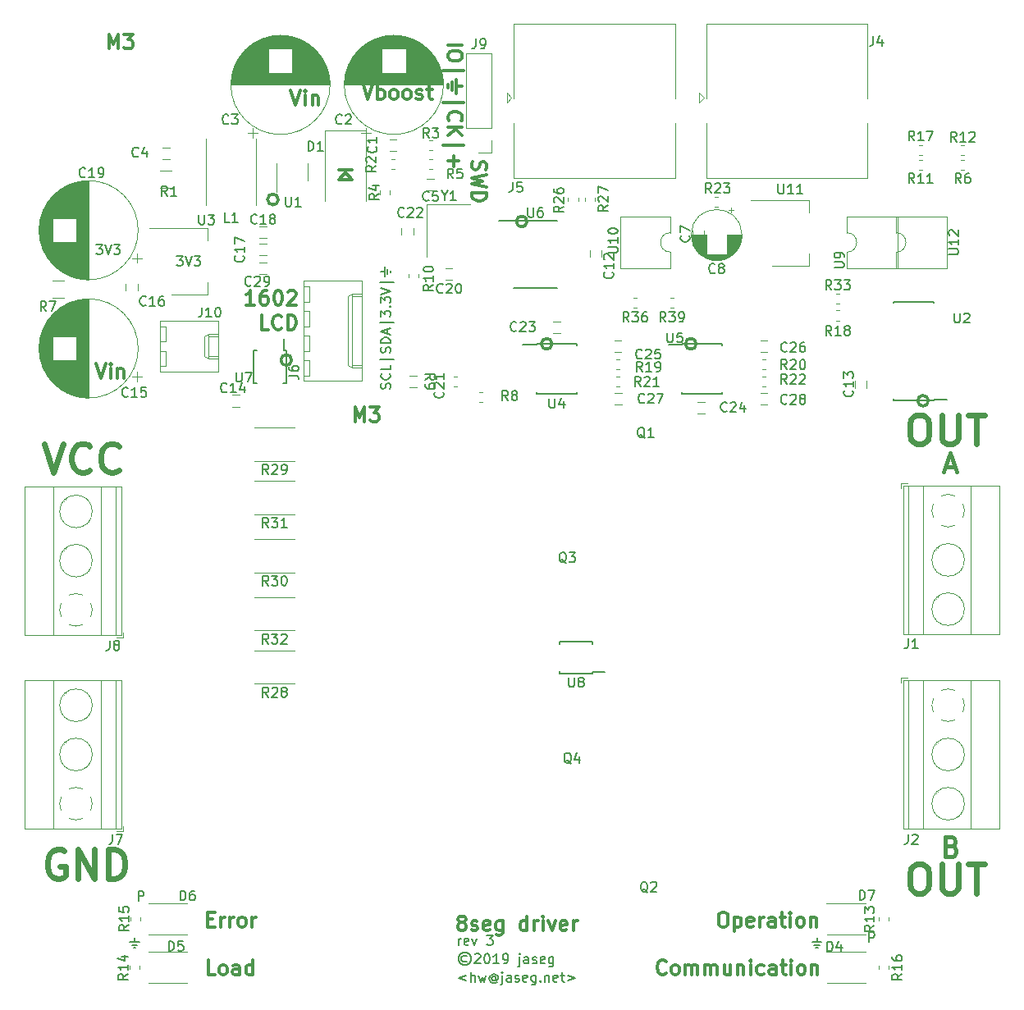
<source format=gbr>
G04 #@! TF.GenerationSoftware,KiCad,Pcbnew,(5.0.1)*
G04 #@! TF.CreationDate,2019-02-02T10:43:19+09:00*
G04 #@! TF.ProjectId,driver,6472697665722E6B696361645F706362,rev?*
G04 #@! TF.SameCoordinates,Original*
G04 #@! TF.FileFunction,Legend,Top*
G04 #@! TF.FilePolarity,Positive*
%FSLAX46Y46*%
G04 Gerber Fmt 4.6, Leading zero omitted, Abs format (unit mm)*
G04 Created by KiCad (PCBNEW (5.0.1)) date Sat Feb  2 10:43:19 2019*
%MOMM*%
%LPD*%
G01*
G04 APERTURE LIST*
%ADD10C,0.300000*%
%ADD11C,0.200000*%
%ADD12C,0.600000*%
%ADD13C,0.450000*%
%ADD14C,0.120000*%
%ADD15C,0.150000*%
G04 APERTURE END LIST*
D10*
X103785714Y-95678571D02*
X103785714Y-94178571D01*
X104285714Y-95250000D01*
X104785714Y-94178571D01*
X104785714Y-95678571D01*
X105357142Y-94178571D02*
X106285714Y-94178571D01*
X105785714Y-94750000D01*
X106000000Y-94750000D01*
X106142857Y-94821428D01*
X106214285Y-94892857D01*
X106285714Y-95035714D01*
X106285714Y-95392857D01*
X106214285Y-95535714D01*
X106142857Y-95607142D01*
X106000000Y-95678571D01*
X105571428Y-95678571D01*
X105428571Y-95607142D01*
X105357142Y-95535714D01*
D11*
X114499999Y-149662380D02*
X114499999Y-148995714D01*
X114499999Y-149186190D02*
X114547618Y-149090952D01*
X114595237Y-149043333D01*
X114690475Y-148995714D01*
X114785714Y-148995714D01*
X115499999Y-149614761D02*
X115404761Y-149662380D01*
X115214285Y-149662380D01*
X115119047Y-149614761D01*
X115071428Y-149519523D01*
X115071428Y-149138571D01*
X115119047Y-149043333D01*
X115214285Y-148995714D01*
X115404761Y-148995714D01*
X115499999Y-149043333D01*
X115547618Y-149138571D01*
X115547618Y-149233809D01*
X115071428Y-149329047D01*
X115880952Y-148995714D02*
X116119047Y-149662380D01*
X116357142Y-148995714D01*
X117404761Y-148662380D02*
X118023809Y-148662380D01*
X117690475Y-149043333D01*
X117833333Y-149043333D01*
X117928571Y-149090952D01*
X117976190Y-149138571D01*
X118023809Y-149233809D01*
X118023809Y-149471904D01*
X117976190Y-149567142D01*
X117928571Y-149614761D01*
X117833333Y-149662380D01*
X117547618Y-149662380D01*
X117452380Y-149614761D01*
X117404761Y-149567142D01*
X115261904Y-152785714D02*
X114500000Y-153071428D01*
X115261904Y-153357142D01*
X115738095Y-153452380D02*
X115738095Y-152452380D01*
X116166666Y-153452380D02*
X116166666Y-152928571D01*
X116119047Y-152833333D01*
X116023809Y-152785714D01*
X115880952Y-152785714D01*
X115785714Y-152833333D01*
X115738095Y-152880952D01*
X116547619Y-152785714D02*
X116738095Y-153452380D01*
X116928571Y-152976190D01*
X117119047Y-153452380D01*
X117309523Y-152785714D01*
X118309523Y-152976190D02*
X118261904Y-152928571D01*
X118166666Y-152880952D01*
X118071428Y-152880952D01*
X117976190Y-152928571D01*
X117928571Y-152976190D01*
X117880952Y-153071428D01*
X117880952Y-153166666D01*
X117928571Y-153261904D01*
X117976190Y-153309523D01*
X118071428Y-153357142D01*
X118166666Y-153357142D01*
X118261904Y-153309523D01*
X118309523Y-153261904D01*
X118309523Y-152880952D02*
X118309523Y-153261904D01*
X118357142Y-153309523D01*
X118404761Y-153309523D01*
X118500000Y-153261904D01*
X118547619Y-153166666D01*
X118547619Y-152928571D01*
X118452380Y-152785714D01*
X118309523Y-152690476D01*
X118119047Y-152642857D01*
X117928571Y-152690476D01*
X117785714Y-152785714D01*
X117690476Y-152928571D01*
X117642857Y-153119047D01*
X117690476Y-153309523D01*
X117785714Y-153452380D01*
X117928571Y-153547619D01*
X118119047Y-153595238D01*
X118309523Y-153547619D01*
X118452380Y-153452380D01*
X118976190Y-152785714D02*
X118976190Y-153642857D01*
X118928571Y-153738095D01*
X118833333Y-153785714D01*
X118785714Y-153785714D01*
X118976190Y-152452380D02*
X118928571Y-152500000D01*
X118976190Y-152547619D01*
X119023809Y-152500000D01*
X118976190Y-152452380D01*
X118976190Y-152547619D01*
X119880952Y-153452380D02*
X119880952Y-152928571D01*
X119833333Y-152833333D01*
X119738095Y-152785714D01*
X119547619Y-152785714D01*
X119452380Y-152833333D01*
X119880952Y-153404761D02*
X119785714Y-153452380D01*
X119547619Y-153452380D01*
X119452380Y-153404761D01*
X119404761Y-153309523D01*
X119404761Y-153214285D01*
X119452380Y-153119047D01*
X119547619Y-153071428D01*
X119785714Y-153071428D01*
X119880952Y-153023809D01*
X120309523Y-153404761D02*
X120404761Y-153452380D01*
X120595238Y-153452380D01*
X120690476Y-153404761D01*
X120738095Y-153309523D01*
X120738095Y-153261904D01*
X120690476Y-153166666D01*
X120595238Y-153119047D01*
X120452380Y-153119047D01*
X120357142Y-153071428D01*
X120309523Y-152976190D01*
X120309523Y-152928571D01*
X120357142Y-152833333D01*
X120452380Y-152785714D01*
X120595238Y-152785714D01*
X120690476Y-152833333D01*
X121547619Y-153404761D02*
X121452380Y-153452380D01*
X121261904Y-153452380D01*
X121166666Y-153404761D01*
X121119047Y-153309523D01*
X121119047Y-152928571D01*
X121166666Y-152833333D01*
X121261904Y-152785714D01*
X121452380Y-152785714D01*
X121547619Y-152833333D01*
X121595238Y-152928571D01*
X121595238Y-153023809D01*
X121119047Y-153119047D01*
X122452380Y-152785714D02*
X122452380Y-153595238D01*
X122404761Y-153690476D01*
X122357142Y-153738095D01*
X122261904Y-153785714D01*
X122119047Y-153785714D01*
X122023809Y-153738095D01*
X122452380Y-153404761D02*
X122357142Y-153452380D01*
X122166666Y-153452380D01*
X122071428Y-153404761D01*
X122023809Y-153357142D01*
X121976190Y-153261904D01*
X121976190Y-152976190D01*
X122023809Y-152880952D01*
X122071428Y-152833333D01*
X122166666Y-152785714D01*
X122357142Y-152785714D01*
X122452380Y-152833333D01*
X122928571Y-153357142D02*
X122976190Y-153404761D01*
X122928571Y-153452380D01*
X122880952Y-153404761D01*
X122928571Y-153357142D01*
X122928571Y-153452380D01*
X123404761Y-152785714D02*
X123404761Y-153452380D01*
X123404761Y-152880952D02*
X123452380Y-152833333D01*
X123547619Y-152785714D01*
X123690476Y-152785714D01*
X123785714Y-152833333D01*
X123833333Y-152928571D01*
X123833333Y-153452380D01*
X124690476Y-153404761D02*
X124595238Y-153452380D01*
X124404761Y-153452380D01*
X124309523Y-153404761D01*
X124261904Y-153309523D01*
X124261904Y-152928571D01*
X124309523Y-152833333D01*
X124404761Y-152785714D01*
X124595238Y-152785714D01*
X124690476Y-152833333D01*
X124738095Y-152928571D01*
X124738095Y-153023809D01*
X124261904Y-153119047D01*
X125023809Y-152785714D02*
X125404761Y-152785714D01*
X125166666Y-152452380D02*
X125166666Y-153309523D01*
X125214285Y-153404761D01*
X125309523Y-153452380D01*
X125404761Y-153452380D01*
X125738095Y-152785714D02*
X126500000Y-153071428D01*
X125738095Y-153357142D01*
D10*
X162950000Y-93500000D02*
G75*
G03X162950000Y-93500000I-550000J0D01*
G01*
X121550000Y-75000000D02*
G75*
G03X121550000Y-75000000I-550000J0D01*
G01*
X113371428Y-56764285D02*
X114871428Y-56764285D01*
X114871428Y-57764285D02*
X114871428Y-58050000D01*
X114800000Y-58192857D01*
X114657142Y-58335714D01*
X114371428Y-58407142D01*
X113871428Y-58407142D01*
X113585714Y-58335714D01*
X113442857Y-58192857D01*
X113371428Y-58050000D01*
X113371428Y-57764285D01*
X113442857Y-57621428D01*
X113585714Y-57478571D01*
X113871428Y-57407142D01*
X114371428Y-57407142D01*
X114657142Y-57478571D01*
X114800000Y-57621428D01*
X114871428Y-57764285D01*
X112871428Y-59407142D02*
X115014285Y-59407142D01*
X114228571Y-60335714D02*
X114228571Y-61764285D01*
X113800000Y-60621428D02*
X113800000Y-61478571D01*
X114871428Y-61050000D02*
X114228571Y-61050000D01*
X113371428Y-61192857D02*
X113371428Y-60907142D01*
X112871428Y-62692857D02*
X115014285Y-62692857D01*
X113514285Y-64621428D02*
X113442857Y-64550000D01*
X113371428Y-64335714D01*
X113371428Y-64192857D01*
X113442857Y-63978571D01*
X113585714Y-63835714D01*
X113728571Y-63764285D01*
X114014285Y-63692857D01*
X114228571Y-63692857D01*
X114514285Y-63764285D01*
X114657142Y-63835714D01*
X114800000Y-63978571D01*
X114871428Y-64192857D01*
X114871428Y-64335714D01*
X114800000Y-64550000D01*
X114728571Y-64621428D01*
X113371428Y-65264285D02*
X114871428Y-65264285D01*
X113371428Y-66121428D02*
X114228571Y-65478571D01*
X114871428Y-66121428D02*
X114014285Y-65264285D01*
X112871428Y-67121428D02*
X115014285Y-67121428D01*
X113942857Y-68192857D02*
X113942857Y-69335714D01*
X113371428Y-68764285D02*
X114514285Y-68764285D01*
D12*
X161750000Y-94957142D02*
X162321428Y-94957142D01*
X162607142Y-95100000D01*
X162892857Y-95385714D01*
X163035714Y-95957142D01*
X163035714Y-96957142D01*
X162892857Y-97528571D01*
X162607142Y-97814285D01*
X162321428Y-97957142D01*
X161750000Y-97957142D01*
X161464285Y-97814285D01*
X161178571Y-97528571D01*
X161035714Y-96957142D01*
X161035714Y-95957142D01*
X161178571Y-95385714D01*
X161464285Y-95100000D01*
X161750000Y-94957142D01*
X164321428Y-94957142D02*
X164321428Y-97385714D01*
X164464285Y-97671428D01*
X164607142Y-97814285D01*
X164892857Y-97957142D01*
X165464285Y-97957142D01*
X165750000Y-97814285D01*
X165892857Y-97671428D01*
X166035714Y-97385714D01*
X166035714Y-94957142D01*
X167035714Y-94957142D02*
X168750000Y-94957142D01*
X167892857Y-97957142D02*
X167892857Y-94957142D01*
D10*
X97250000Y-89300000D02*
G75*
G03X97250000Y-89300000I-550000J0D01*
G01*
X77064285Y-89678571D02*
X77564285Y-91178571D01*
X78064285Y-89678571D01*
X78564285Y-91178571D02*
X78564285Y-90178571D01*
X78564285Y-89678571D02*
X78492857Y-89750000D01*
X78564285Y-89821428D01*
X78635714Y-89750000D01*
X78564285Y-89678571D01*
X78564285Y-89821428D01*
X79278571Y-90178571D02*
X79278571Y-91178571D01*
X79278571Y-90321428D02*
X79350000Y-90250000D01*
X79492857Y-90178571D01*
X79707142Y-90178571D01*
X79850000Y-90250000D01*
X79921428Y-90392857D01*
X79921428Y-91178571D01*
X104628571Y-60878571D02*
X105128571Y-62378571D01*
X105628571Y-60878571D01*
X106128571Y-62378571D02*
X106128571Y-60878571D01*
X106128571Y-61450000D02*
X106271428Y-61378571D01*
X106557142Y-61378571D01*
X106700000Y-61450000D01*
X106771428Y-61521428D01*
X106842857Y-61664285D01*
X106842857Y-62092857D01*
X106771428Y-62235714D01*
X106700000Y-62307142D01*
X106557142Y-62378571D01*
X106271428Y-62378571D01*
X106128571Y-62307142D01*
X107700000Y-62378571D02*
X107557142Y-62307142D01*
X107485714Y-62235714D01*
X107414285Y-62092857D01*
X107414285Y-61664285D01*
X107485714Y-61521428D01*
X107557142Y-61450000D01*
X107700000Y-61378571D01*
X107914285Y-61378571D01*
X108057142Y-61450000D01*
X108128571Y-61521428D01*
X108200000Y-61664285D01*
X108200000Y-62092857D01*
X108128571Y-62235714D01*
X108057142Y-62307142D01*
X107914285Y-62378571D01*
X107700000Y-62378571D01*
X109057142Y-62378571D02*
X108914285Y-62307142D01*
X108842857Y-62235714D01*
X108771428Y-62092857D01*
X108771428Y-61664285D01*
X108842857Y-61521428D01*
X108914285Y-61450000D01*
X109057142Y-61378571D01*
X109271428Y-61378571D01*
X109414285Y-61450000D01*
X109485714Y-61521428D01*
X109557142Y-61664285D01*
X109557142Y-62092857D01*
X109485714Y-62235714D01*
X109414285Y-62307142D01*
X109271428Y-62378571D01*
X109057142Y-62378571D01*
X110128571Y-62307142D02*
X110271428Y-62378571D01*
X110557142Y-62378571D01*
X110700000Y-62307142D01*
X110771428Y-62164285D01*
X110771428Y-62092857D01*
X110700000Y-61950000D01*
X110557142Y-61878571D01*
X110342857Y-61878571D01*
X110200000Y-61807142D01*
X110128571Y-61664285D01*
X110128571Y-61592857D01*
X110200000Y-61450000D01*
X110342857Y-61378571D01*
X110557142Y-61378571D01*
X110700000Y-61450000D01*
X111200000Y-61378571D02*
X111771428Y-61378571D01*
X111414285Y-60878571D02*
X111414285Y-62164285D01*
X111485714Y-62307142D01*
X111628571Y-62378571D01*
X111771428Y-62378571D01*
X97164285Y-61478571D02*
X97664285Y-62978571D01*
X98164285Y-61478571D01*
X98664285Y-62978571D02*
X98664285Y-61978571D01*
X98664285Y-61478571D02*
X98592857Y-61550000D01*
X98664285Y-61621428D01*
X98735714Y-61550000D01*
X98664285Y-61478571D01*
X98664285Y-61621428D01*
X99378571Y-61978571D02*
X99378571Y-62978571D01*
X99378571Y-62121428D02*
X99450000Y-62050000D01*
X99592857Y-61978571D01*
X99807142Y-61978571D01*
X99950000Y-62050000D01*
X100021428Y-62192857D01*
X100021428Y-62978571D01*
X102100000Y-69700000D02*
X103500000Y-69700000D01*
X102800000Y-69900000D02*
X102100000Y-70700000D01*
X103500000Y-70700000D02*
X102800000Y-69900000D01*
X102200000Y-70700000D02*
X103500000Y-70700000D01*
D11*
X85386904Y-78577380D02*
X86005952Y-78577380D01*
X85672619Y-78958333D01*
X85815476Y-78958333D01*
X85910714Y-79005952D01*
X85958333Y-79053571D01*
X86005952Y-79148809D01*
X86005952Y-79386904D01*
X85958333Y-79482142D01*
X85910714Y-79529761D01*
X85815476Y-79577380D01*
X85529761Y-79577380D01*
X85434523Y-79529761D01*
X85386904Y-79482142D01*
X86291666Y-78577380D02*
X86625000Y-79577380D01*
X86958333Y-78577380D01*
X87196428Y-78577380D02*
X87815476Y-78577380D01*
X87482142Y-78958333D01*
X87625000Y-78958333D01*
X87720238Y-79005952D01*
X87767857Y-79053571D01*
X87815476Y-79148809D01*
X87815476Y-79386904D01*
X87767857Y-79482142D01*
X87720238Y-79529761D01*
X87625000Y-79577380D01*
X87339285Y-79577380D01*
X87244047Y-79529761D01*
X87196428Y-79482142D01*
X77086904Y-77377380D02*
X77705952Y-77377380D01*
X77372619Y-77758333D01*
X77515476Y-77758333D01*
X77610714Y-77805952D01*
X77658333Y-77853571D01*
X77705952Y-77948809D01*
X77705952Y-78186904D01*
X77658333Y-78282142D01*
X77610714Y-78329761D01*
X77515476Y-78377380D01*
X77229761Y-78377380D01*
X77134523Y-78329761D01*
X77086904Y-78282142D01*
X77991666Y-77377380D02*
X78325000Y-78377380D01*
X78658333Y-77377380D01*
X78896428Y-77377380D02*
X79515476Y-77377380D01*
X79182142Y-77758333D01*
X79325000Y-77758333D01*
X79420238Y-77805952D01*
X79467857Y-77853571D01*
X79515476Y-77948809D01*
X79515476Y-78186904D01*
X79467857Y-78282142D01*
X79420238Y-78329761D01*
X79325000Y-78377380D01*
X79039285Y-78377380D01*
X78944047Y-78329761D01*
X78896428Y-78282142D01*
D10*
X89378571Y-152728571D02*
X88664285Y-152728571D01*
X88664285Y-151228571D01*
X90092857Y-152728571D02*
X89950000Y-152657142D01*
X89878571Y-152585714D01*
X89807142Y-152442857D01*
X89807142Y-152014285D01*
X89878571Y-151871428D01*
X89950000Y-151800000D01*
X90092857Y-151728571D01*
X90307142Y-151728571D01*
X90450000Y-151800000D01*
X90521428Y-151871428D01*
X90592857Y-152014285D01*
X90592857Y-152442857D01*
X90521428Y-152585714D01*
X90450000Y-152657142D01*
X90307142Y-152728571D01*
X90092857Y-152728571D01*
X91878571Y-152728571D02*
X91878571Y-151942857D01*
X91807142Y-151800000D01*
X91664285Y-151728571D01*
X91378571Y-151728571D01*
X91235714Y-151800000D01*
X91878571Y-152657142D02*
X91735714Y-152728571D01*
X91378571Y-152728571D01*
X91235714Y-152657142D01*
X91164285Y-152514285D01*
X91164285Y-152371428D01*
X91235714Y-152228571D01*
X91378571Y-152157142D01*
X91735714Y-152157142D01*
X91878571Y-152085714D01*
X93235714Y-152728571D02*
X93235714Y-151228571D01*
X93235714Y-152657142D02*
X93092857Y-152728571D01*
X92807142Y-152728571D01*
X92664285Y-152657142D01*
X92592857Y-152585714D01*
X92521428Y-152442857D01*
X92521428Y-152014285D01*
X92592857Y-151871428D01*
X92664285Y-151800000D01*
X92807142Y-151728571D01*
X93092857Y-151728571D01*
X93235714Y-151800000D01*
X88607142Y-146992857D02*
X89107142Y-146992857D01*
X89321428Y-147778571D02*
X88607142Y-147778571D01*
X88607142Y-146278571D01*
X89321428Y-146278571D01*
X89964285Y-147778571D02*
X89964285Y-146778571D01*
X89964285Y-147064285D02*
X90035714Y-146921428D01*
X90107142Y-146850000D01*
X90250000Y-146778571D01*
X90392857Y-146778571D01*
X90892857Y-147778571D02*
X90892857Y-146778571D01*
X90892857Y-147064285D02*
X90964285Y-146921428D01*
X91035714Y-146850000D01*
X91178571Y-146778571D01*
X91321428Y-146778571D01*
X92035714Y-147778571D02*
X91892857Y-147707142D01*
X91821428Y-147635714D01*
X91750000Y-147492857D01*
X91750000Y-147064285D01*
X91821428Y-146921428D01*
X91892857Y-146850000D01*
X92035714Y-146778571D01*
X92250000Y-146778571D01*
X92392857Y-146850000D01*
X92464285Y-146921428D01*
X92535714Y-147064285D01*
X92535714Y-147492857D01*
X92464285Y-147635714D01*
X92392857Y-147707142D01*
X92250000Y-147778571D01*
X92035714Y-147778571D01*
X93178571Y-147778571D02*
X93178571Y-146778571D01*
X93178571Y-147064285D02*
X93250000Y-146921428D01*
X93321428Y-146850000D01*
X93464285Y-146778571D01*
X93607142Y-146778571D01*
X135882142Y-152560714D02*
X135810714Y-152632142D01*
X135596428Y-152703571D01*
X135453571Y-152703571D01*
X135239285Y-152632142D01*
X135096428Y-152489285D01*
X135025000Y-152346428D01*
X134953571Y-152060714D01*
X134953571Y-151846428D01*
X135025000Y-151560714D01*
X135096428Y-151417857D01*
X135239285Y-151275000D01*
X135453571Y-151203571D01*
X135596428Y-151203571D01*
X135810714Y-151275000D01*
X135882142Y-151346428D01*
X136739285Y-152703571D02*
X136596428Y-152632142D01*
X136525000Y-152560714D01*
X136453571Y-152417857D01*
X136453571Y-151989285D01*
X136525000Y-151846428D01*
X136596428Y-151775000D01*
X136739285Y-151703571D01*
X136953571Y-151703571D01*
X137096428Y-151775000D01*
X137167857Y-151846428D01*
X137239285Y-151989285D01*
X137239285Y-152417857D01*
X137167857Y-152560714D01*
X137096428Y-152632142D01*
X136953571Y-152703571D01*
X136739285Y-152703571D01*
X137882142Y-152703571D02*
X137882142Y-151703571D01*
X137882142Y-151846428D02*
X137953571Y-151775000D01*
X138096428Y-151703571D01*
X138310714Y-151703571D01*
X138453571Y-151775000D01*
X138525000Y-151917857D01*
X138525000Y-152703571D01*
X138525000Y-151917857D02*
X138596428Y-151775000D01*
X138739285Y-151703571D01*
X138953571Y-151703571D01*
X139096428Y-151775000D01*
X139167857Y-151917857D01*
X139167857Y-152703571D01*
X139882142Y-152703571D02*
X139882142Y-151703571D01*
X139882142Y-151846428D02*
X139953571Y-151775000D01*
X140096428Y-151703571D01*
X140310714Y-151703571D01*
X140453571Y-151775000D01*
X140525000Y-151917857D01*
X140525000Y-152703571D01*
X140525000Y-151917857D02*
X140596428Y-151775000D01*
X140739285Y-151703571D01*
X140953571Y-151703571D01*
X141096428Y-151775000D01*
X141167857Y-151917857D01*
X141167857Y-152703571D01*
X142525000Y-151703571D02*
X142525000Y-152703571D01*
X141882142Y-151703571D02*
X141882142Y-152489285D01*
X141953571Y-152632142D01*
X142096428Y-152703571D01*
X142310714Y-152703571D01*
X142453571Y-152632142D01*
X142525000Y-152560714D01*
X143239285Y-151703571D02*
X143239285Y-152703571D01*
X143239285Y-151846428D02*
X143310714Y-151775000D01*
X143453571Y-151703571D01*
X143667857Y-151703571D01*
X143810714Y-151775000D01*
X143882142Y-151917857D01*
X143882142Y-152703571D01*
X144596428Y-152703571D02*
X144596428Y-151703571D01*
X144596428Y-151203571D02*
X144525000Y-151275000D01*
X144596428Y-151346428D01*
X144667857Y-151275000D01*
X144596428Y-151203571D01*
X144596428Y-151346428D01*
X145953571Y-152632142D02*
X145810714Y-152703571D01*
X145525000Y-152703571D01*
X145382142Y-152632142D01*
X145310714Y-152560714D01*
X145239285Y-152417857D01*
X145239285Y-151989285D01*
X145310714Y-151846428D01*
X145382142Y-151775000D01*
X145525000Y-151703571D01*
X145810714Y-151703571D01*
X145953571Y-151775000D01*
X147239285Y-152703571D02*
X147239285Y-151917857D01*
X147167857Y-151775000D01*
X147025000Y-151703571D01*
X146739285Y-151703571D01*
X146596428Y-151775000D01*
X147239285Y-152632142D02*
X147096428Y-152703571D01*
X146739285Y-152703571D01*
X146596428Y-152632142D01*
X146525000Y-152489285D01*
X146525000Y-152346428D01*
X146596428Y-152203571D01*
X146739285Y-152132142D01*
X147096428Y-152132142D01*
X147239285Y-152060714D01*
X147739285Y-151703571D02*
X148310714Y-151703571D01*
X147953571Y-151203571D02*
X147953571Y-152489285D01*
X148025000Y-152632142D01*
X148167857Y-152703571D01*
X148310714Y-152703571D01*
X148810714Y-152703571D02*
X148810714Y-151703571D01*
X148810714Y-151203571D02*
X148739285Y-151275000D01*
X148810714Y-151346428D01*
X148882142Y-151275000D01*
X148810714Y-151203571D01*
X148810714Y-151346428D01*
X149739285Y-152703571D02*
X149596428Y-152632142D01*
X149525000Y-152560714D01*
X149453571Y-152417857D01*
X149453571Y-151989285D01*
X149525000Y-151846428D01*
X149596428Y-151775000D01*
X149739285Y-151703571D01*
X149953571Y-151703571D01*
X150096428Y-151775000D01*
X150167857Y-151846428D01*
X150239285Y-151989285D01*
X150239285Y-152417857D01*
X150167857Y-152560714D01*
X150096428Y-152632142D01*
X149953571Y-152703571D01*
X149739285Y-152703571D01*
X150882142Y-151703571D02*
X150882142Y-152703571D01*
X150882142Y-151846428D02*
X150953571Y-151775000D01*
X151096428Y-151703571D01*
X151310714Y-151703571D01*
X151453571Y-151775000D01*
X151525000Y-151917857D01*
X151525000Y-152703571D01*
X141650000Y-146278571D02*
X141935714Y-146278571D01*
X142078571Y-146350000D01*
X142221428Y-146492857D01*
X142292857Y-146778571D01*
X142292857Y-147278571D01*
X142221428Y-147564285D01*
X142078571Y-147707142D01*
X141935714Y-147778571D01*
X141650000Y-147778571D01*
X141507142Y-147707142D01*
X141364285Y-147564285D01*
X141292857Y-147278571D01*
X141292857Y-146778571D01*
X141364285Y-146492857D01*
X141507142Y-146350000D01*
X141650000Y-146278571D01*
X142935714Y-146778571D02*
X142935714Y-148278571D01*
X142935714Y-146850000D02*
X143078571Y-146778571D01*
X143364285Y-146778571D01*
X143507142Y-146850000D01*
X143578571Y-146921428D01*
X143650000Y-147064285D01*
X143650000Y-147492857D01*
X143578571Y-147635714D01*
X143507142Y-147707142D01*
X143364285Y-147778571D01*
X143078571Y-147778571D01*
X142935714Y-147707142D01*
X144864285Y-147707142D02*
X144721428Y-147778571D01*
X144435714Y-147778571D01*
X144292857Y-147707142D01*
X144221428Y-147564285D01*
X144221428Y-146992857D01*
X144292857Y-146850000D01*
X144435714Y-146778571D01*
X144721428Y-146778571D01*
X144864285Y-146850000D01*
X144935714Y-146992857D01*
X144935714Y-147135714D01*
X144221428Y-147278571D01*
X145578571Y-147778571D02*
X145578571Y-146778571D01*
X145578571Y-147064285D02*
X145650000Y-146921428D01*
X145721428Y-146850000D01*
X145864285Y-146778571D01*
X146007142Y-146778571D01*
X147150000Y-147778571D02*
X147150000Y-146992857D01*
X147078571Y-146850000D01*
X146935714Y-146778571D01*
X146650000Y-146778571D01*
X146507142Y-146850000D01*
X147150000Y-147707142D02*
X147007142Y-147778571D01*
X146650000Y-147778571D01*
X146507142Y-147707142D01*
X146435714Y-147564285D01*
X146435714Y-147421428D01*
X146507142Y-147278571D01*
X146650000Y-147207142D01*
X147007142Y-147207142D01*
X147150000Y-147135714D01*
X147650000Y-146778571D02*
X148221428Y-146778571D01*
X147864285Y-146278571D02*
X147864285Y-147564285D01*
X147935714Y-147707142D01*
X148078571Y-147778571D01*
X148221428Y-147778571D01*
X148721428Y-147778571D02*
X148721428Y-146778571D01*
X148721428Y-146278571D02*
X148650000Y-146350000D01*
X148721428Y-146421428D01*
X148792857Y-146350000D01*
X148721428Y-146278571D01*
X148721428Y-146421428D01*
X149650000Y-147778571D02*
X149507142Y-147707142D01*
X149435714Y-147635714D01*
X149364285Y-147492857D01*
X149364285Y-147064285D01*
X149435714Y-146921428D01*
X149507142Y-146850000D01*
X149650000Y-146778571D01*
X149864285Y-146778571D01*
X150007142Y-146850000D01*
X150078571Y-146921428D01*
X150150000Y-147064285D01*
X150150000Y-147492857D01*
X150078571Y-147635714D01*
X150007142Y-147707142D01*
X149864285Y-147778571D01*
X149650000Y-147778571D01*
X150792857Y-146778571D02*
X150792857Y-147778571D01*
X150792857Y-146921428D02*
X150864285Y-146850000D01*
X151007142Y-146778571D01*
X151221428Y-146778571D01*
X151364285Y-146850000D01*
X151435714Y-146992857D01*
X151435714Y-147778571D01*
X78385714Y-57178571D02*
X78385714Y-55678571D01*
X78885714Y-56750000D01*
X79385714Y-55678571D01*
X79385714Y-57178571D01*
X79957142Y-55678571D02*
X80885714Y-55678571D01*
X80385714Y-56250000D01*
X80600000Y-56250000D01*
X80742857Y-56321428D01*
X80814285Y-56392857D01*
X80885714Y-56535714D01*
X80885714Y-56892857D01*
X80814285Y-57035714D01*
X80742857Y-57107142D01*
X80600000Y-57178571D01*
X80171428Y-57178571D01*
X80028571Y-57107142D01*
X79957142Y-57035714D01*
D11*
X115309523Y-150795476D02*
X115214285Y-150747857D01*
X115023809Y-150747857D01*
X114928571Y-150795476D01*
X114833332Y-150890714D01*
X114785713Y-150985952D01*
X114785713Y-151176428D01*
X114833332Y-151271666D01*
X114928571Y-151366904D01*
X115023809Y-151414523D01*
X115214285Y-151414523D01*
X115309523Y-151366904D01*
X115119047Y-150414523D02*
X114880952Y-150462142D01*
X114642856Y-150605000D01*
X114499999Y-150843095D01*
X114452380Y-151081190D01*
X114499999Y-151319285D01*
X114642856Y-151557380D01*
X114880952Y-151700238D01*
X115119047Y-151747857D01*
X115357142Y-151700238D01*
X115595237Y-151557380D01*
X115738094Y-151319285D01*
X115785713Y-151081190D01*
X115738094Y-150843095D01*
X115595237Y-150605000D01*
X115357142Y-150462142D01*
X115119047Y-150414523D01*
X116166666Y-150652619D02*
X116214285Y-150605000D01*
X116309523Y-150557380D01*
X116547618Y-150557380D01*
X116642856Y-150605000D01*
X116690475Y-150652619D01*
X116738094Y-150747857D01*
X116738094Y-150843095D01*
X116690475Y-150985952D01*
X116119047Y-151557380D01*
X116738094Y-151557380D01*
X117357142Y-150557380D02*
X117452380Y-150557380D01*
X117547618Y-150605000D01*
X117595237Y-150652619D01*
X117642856Y-150747857D01*
X117690475Y-150938333D01*
X117690475Y-151176428D01*
X117642856Y-151366904D01*
X117595237Y-151462142D01*
X117547618Y-151509761D01*
X117452380Y-151557380D01*
X117357142Y-151557380D01*
X117261904Y-151509761D01*
X117214285Y-151462142D01*
X117166666Y-151366904D01*
X117119047Y-151176428D01*
X117119047Y-150938333D01*
X117166666Y-150747857D01*
X117214285Y-150652619D01*
X117261904Y-150605000D01*
X117357142Y-150557380D01*
X118642856Y-151557380D02*
X118071428Y-151557380D01*
X118357142Y-151557380D02*
X118357142Y-150557380D01*
X118261904Y-150700238D01*
X118166666Y-150795476D01*
X118071428Y-150843095D01*
X119119047Y-151557380D02*
X119309523Y-151557380D01*
X119404761Y-151509761D01*
X119452380Y-151462142D01*
X119547618Y-151319285D01*
X119595237Y-151128809D01*
X119595237Y-150747857D01*
X119547618Y-150652619D01*
X119499999Y-150605000D01*
X119404761Y-150557380D01*
X119214285Y-150557380D01*
X119119047Y-150605000D01*
X119071428Y-150652619D01*
X119023809Y-150747857D01*
X119023809Y-150985952D01*
X119071428Y-151081190D01*
X119119047Y-151128809D01*
X119214285Y-151176428D01*
X119404761Y-151176428D01*
X119499999Y-151128809D01*
X119547618Y-151081190D01*
X119595237Y-150985952D01*
X120785713Y-150890714D02*
X120785713Y-151747857D01*
X120738094Y-151843095D01*
X120642856Y-151890714D01*
X120595237Y-151890714D01*
X120785713Y-150557380D02*
X120738094Y-150605000D01*
X120785713Y-150652619D01*
X120833332Y-150605000D01*
X120785713Y-150557380D01*
X120785713Y-150652619D01*
X121690475Y-151557380D02*
X121690475Y-151033571D01*
X121642856Y-150938333D01*
X121547618Y-150890714D01*
X121357142Y-150890714D01*
X121261904Y-150938333D01*
X121690475Y-151509761D02*
X121595237Y-151557380D01*
X121357142Y-151557380D01*
X121261904Y-151509761D01*
X121214285Y-151414523D01*
X121214285Y-151319285D01*
X121261904Y-151224047D01*
X121357142Y-151176428D01*
X121595237Y-151176428D01*
X121690475Y-151128809D01*
X122119047Y-151509761D02*
X122214285Y-151557380D01*
X122404761Y-151557380D01*
X122499999Y-151509761D01*
X122547618Y-151414523D01*
X122547618Y-151366904D01*
X122499999Y-151271666D01*
X122404761Y-151224047D01*
X122261904Y-151224047D01*
X122166666Y-151176428D01*
X122119047Y-151081190D01*
X122119047Y-151033571D01*
X122166666Y-150938333D01*
X122261904Y-150890714D01*
X122404761Y-150890714D01*
X122499999Y-150938333D01*
X123357142Y-151509761D02*
X123261904Y-151557380D01*
X123071428Y-151557380D01*
X122976190Y-151509761D01*
X122928571Y-151414523D01*
X122928571Y-151033571D01*
X122976190Y-150938333D01*
X123071428Y-150890714D01*
X123261904Y-150890714D01*
X123357142Y-150938333D01*
X123404761Y-151033571D01*
X123404761Y-151128809D01*
X122928571Y-151224047D01*
X124261904Y-150890714D02*
X124261904Y-151700238D01*
X124214285Y-151795476D01*
X124166666Y-151843095D01*
X124071428Y-151890714D01*
X123928571Y-151890714D01*
X123833332Y-151843095D01*
X124261904Y-151509761D02*
X124166666Y-151557380D01*
X123976190Y-151557380D01*
X123880952Y-151509761D01*
X123833332Y-151462142D01*
X123785713Y-151366904D01*
X123785713Y-151081190D01*
X123833332Y-150985952D01*
X123880952Y-150938333D01*
X123976190Y-150890714D01*
X124166666Y-150890714D01*
X124261904Y-150938333D01*
D10*
X114678571Y-147321428D02*
X114535714Y-147250000D01*
X114464285Y-147178571D01*
X114392857Y-147035714D01*
X114392857Y-146964285D01*
X114464285Y-146821428D01*
X114535714Y-146750000D01*
X114678571Y-146678571D01*
X114964285Y-146678571D01*
X115107142Y-146750000D01*
X115178571Y-146821428D01*
X115250000Y-146964285D01*
X115250000Y-147035714D01*
X115178571Y-147178571D01*
X115107142Y-147250000D01*
X114964285Y-147321428D01*
X114678571Y-147321428D01*
X114535714Y-147392857D01*
X114464285Y-147464285D01*
X114392857Y-147607142D01*
X114392857Y-147892857D01*
X114464285Y-148035714D01*
X114535714Y-148107142D01*
X114678571Y-148178571D01*
X114964285Y-148178571D01*
X115107142Y-148107142D01*
X115178571Y-148035714D01*
X115250000Y-147892857D01*
X115250000Y-147607142D01*
X115178571Y-147464285D01*
X115107142Y-147392857D01*
X114964285Y-147321428D01*
X115821428Y-148107142D02*
X115964285Y-148178571D01*
X116250000Y-148178571D01*
X116392857Y-148107142D01*
X116464285Y-147964285D01*
X116464285Y-147892857D01*
X116392857Y-147750000D01*
X116250000Y-147678571D01*
X116035714Y-147678571D01*
X115892857Y-147607142D01*
X115821428Y-147464285D01*
X115821428Y-147392857D01*
X115892857Y-147250000D01*
X116035714Y-147178571D01*
X116250000Y-147178571D01*
X116392857Y-147250000D01*
X117678571Y-148107142D02*
X117535714Y-148178571D01*
X117250000Y-148178571D01*
X117107142Y-148107142D01*
X117035714Y-147964285D01*
X117035714Y-147392857D01*
X117107142Y-147250000D01*
X117250000Y-147178571D01*
X117535714Y-147178571D01*
X117678571Y-147250000D01*
X117750000Y-147392857D01*
X117750000Y-147535714D01*
X117035714Y-147678571D01*
X119035714Y-147178571D02*
X119035714Y-148392857D01*
X118964285Y-148535714D01*
X118892857Y-148607142D01*
X118750000Y-148678571D01*
X118535714Y-148678571D01*
X118392857Y-148607142D01*
X119035714Y-148107142D02*
X118892857Y-148178571D01*
X118607142Y-148178571D01*
X118464285Y-148107142D01*
X118392857Y-148035714D01*
X118321428Y-147892857D01*
X118321428Y-147464285D01*
X118392857Y-147321428D01*
X118464285Y-147250000D01*
X118607142Y-147178571D01*
X118892857Y-147178571D01*
X119035714Y-147250000D01*
X121535714Y-148178571D02*
X121535714Y-146678571D01*
X121535714Y-148107142D02*
X121392857Y-148178571D01*
X121107142Y-148178571D01*
X120964285Y-148107142D01*
X120892857Y-148035714D01*
X120821428Y-147892857D01*
X120821428Y-147464285D01*
X120892857Y-147321428D01*
X120964285Y-147250000D01*
X121107142Y-147178571D01*
X121392857Y-147178571D01*
X121535714Y-147250000D01*
X122250000Y-148178571D02*
X122250000Y-147178571D01*
X122250000Y-147464285D02*
X122321428Y-147321428D01*
X122392857Y-147250000D01*
X122535714Y-147178571D01*
X122678571Y-147178571D01*
X123178571Y-148178571D02*
X123178571Y-147178571D01*
X123178571Y-146678571D02*
X123107142Y-146750000D01*
X123178571Y-146821428D01*
X123250000Y-146750000D01*
X123178571Y-146678571D01*
X123178571Y-146821428D01*
X123750000Y-147178571D02*
X124107142Y-148178571D01*
X124464285Y-147178571D01*
X125607142Y-148107142D02*
X125464285Y-148178571D01*
X125178571Y-148178571D01*
X125035714Y-148107142D01*
X124964285Y-147964285D01*
X124964285Y-147392857D01*
X125035714Y-147250000D01*
X125178571Y-147178571D01*
X125464285Y-147178571D01*
X125607142Y-147250000D01*
X125678571Y-147392857D01*
X125678571Y-147535714D01*
X124964285Y-147678571D01*
X126321428Y-148178571D02*
X126321428Y-147178571D01*
X126321428Y-147464285D02*
X126392857Y-147321428D01*
X126464285Y-147250000D01*
X126607142Y-147178571D01*
X126750000Y-147178571D01*
X95875000Y-72725000D02*
G75*
G03X95875000Y-72725000I-550000J0D01*
G01*
X139000000Y-87625000D02*
G75*
G03X139000000Y-87625000I-550000J0D01*
G01*
X124125000Y-87625000D02*
G75*
G03X124125000Y-87625000I-550000J0D01*
G01*
D11*
X80573809Y-149380952D02*
X81526190Y-149380952D01*
X80764285Y-149666666D02*
X81335714Y-149666666D01*
X81050000Y-148952380D02*
X81050000Y-149380952D01*
X81145238Y-149952380D02*
X80954761Y-149952380D01*
X150973809Y-149355952D02*
X151926190Y-149355952D01*
X151164285Y-149641666D02*
X151735714Y-149641666D01*
X151450000Y-148927380D02*
X151450000Y-149355952D01*
X151545238Y-149927380D02*
X151354761Y-149927380D01*
X156838095Y-149352380D02*
X156838095Y-148352380D01*
X157219047Y-148352380D01*
X157314285Y-148400000D01*
X157361904Y-148447619D01*
X157409523Y-148542857D01*
X157409523Y-148685714D01*
X157361904Y-148780952D01*
X157314285Y-148828571D01*
X157219047Y-148876190D01*
X156838095Y-148876190D01*
X81438095Y-145102380D02*
X81438095Y-144102380D01*
X81819047Y-144102380D01*
X81914285Y-144150000D01*
X81961904Y-144197619D01*
X82009523Y-144292857D01*
X82009523Y-144435714D01*
X81961904Y-144530952D01*
X81914285Y-144578571D01*
X81819047Y-144626190D01*
X81438095Y-144626190D01*
X107404761Y-92261904D02*
X107452380Y-92119047D01*
X107452380Y-91880952D01*
X107404761Y-91785714D01*
X107357142Y-91738095D01*
X107261904Y-91690476D01*
X107166666Y-91690476D01*
X107071428Y-91738095D01*
X107023809Y-91785714D01*
X106976190Y-91880952D01*
X106928571Y-92071428D01*
X106880952Y-92166666D01*
X106833333Y-92214285D01*
X106738095Y-92261904D01*
X106642857Y-92261904D01*
X106547619Y-92214285D01*
X106500000Y-92166666D01*
X106452380Y-92071428D01*
X106452380Y-91833333D01*
X106500000Y-91690476D01*
X107357142Y-90690476D02*
X107404761Y-90738095D01*
X107452380Y-90880952D01*
X107452380Y-90976190D01*
X107404761Y-91119047D01*
X107309523Y-91214285D01*
X107214285Y-91261904D01*
X107023809Y-91309523D01*
X106880952Y-91309523D01*
X106690476Y-91261904D01*
X106595238Y-91214285D01*
X106500000Y-91119047D01*
X106452380Y-90976190D01*
X106452380Y-90880952D01*
X106500000Y-90738095D01*
X106547619Y-90690476D01*
X107452380Y-89785714D02*
X107452380Y-90261904D01*
X106452380Y-90261904D01*
X107785714Y-89214285D02*
X106357142Y-89214285D01*
X107404761Y-88547619D02*
X107452380Y-88404761D01*
X107452380Y-88166666D01*
X107404761Y-88071428D01*
X107357142Y-88023809D01*
X107261904Y-87976190D01*
X107166666Y-87976190D01*
X107071428Y-88023809D01*
X107023809Y-88071428D01*
X106976190Y-88166666D01*
X106928571Y-88357142D01*
X106880952Y-88452380D01*
X106833333Y-88500000D01*
X106738095Y-88547619D01*
X106642857Y-88547619D01*
X106547619Y-88500000D01*
X106500000Y-88452380D01*
X106452380Y-88357142D01*
X106452380Y-88119047D01*
X106500000Y-87976190D01*
X107452380Y-87547619D02*
X106452380Y-87547619D01*
X106452380Y-87309523D01*
X106500000Y-87166666D01*
X106595238Y-87071428D01*
X106690476Y-87023809D01*
X106880952Y-86976190D01*
X107023809Y-86976190D01*
X107214285Y-87023809D01*
X107309523Y-87071428D01*
X107404761Y-87166666D01*
X107452380Y-87309523D01*
X107452380Y-87547619D01*
X107166666Y-86595238D02*
X107166666Y-86119047D01*
X107452380Y-86690476D02*
X106452380Y-86357142D01*
X107452380Y-86023809D01*
X107785714Y-85452380D02*
X106357142Y-85452380D01*
X106452380Y-84833333D02*
X106452380Y-84214285D01*
X106833333Y-84547619D01*
X106833333Y-84404761D01*
X106880952Y-84309523D01*
X106928571Y-84261904D01*
X107023809Y-84214285D01*
X107261904Y-84214285D01*
X107357142Y-84261904D01*
X107404761Y-84309523D01*
X107452380Y-84404761D01*
X107452380Y-84690476D01*
X107404761Y-84785714D01*
X107357142Y-84833333D01*
X107357142Y-83785714D02*
X107404761Y-83738095D01*
X107452380Y-83785714D01*
X107404761Y-83833333D01*
X107357142Y-83785714D01*
X107452380Y-83785714D01*
X106452380Y-83404761D02*
X106452380Y-82785714D01*
X106833333Y-83119047D01*
X106833333Y-82976190D01*
X106880952Y-82880952D01*
X106928571Y-82833333D01*
X107023809Y-82785714D01*
X107261904Y-82785714D01*
X107357142Y-82833333D01*
X107404761Y-82880952D01*
X107452380Y-82976190D01*
X107452380Y-83261904D01*
X107404761Y-83357142D01*
X107357142Y-83404761D01*
X106452380Y-82500000D02*
X107452380Y-82166666D01*
X106452380Y-81833333D01*
X107785714Y-81261904D02*
X106357142Y-81261904D01*
X106880952Y-80642857D02*
X106880952Y-79690476D01*
X107166666Y-80452380D02*
X107166666Y-79880952D01*
X106452380Y-80166666D02*
X106880952Y-80166666D01*
X107452380Y-80071428D02*
X107452380Y-80261904D01*
D10*
X93433571Y-83603571D02*
X92576428Y-83603571D01*
X93005000Y-83603571D02*
X93005000Y-82103571D01*
X92862142Y-82317857D01*
X92719285Y-82460714D01*
X92576428Y-82532142D01*
X94719285Y-82103571D02*
X94433571Y-82103571D01*
X94290714Y-82175000D01*
X94219285Y-82246428D01*
X94076428Y-82460714D01*
X94005000Y-82746428D01*
X94005000Y-83317857D01*
X94076428Y-83460714D01*
X94147857Y-83532142D01*
X94290714Y-83603571D01*
X94576428Y-83603571D01*
X94719285Y-83532142D01*
X94790714Y-83460714D01*
X94862142Y-83317857D01*
X94862142Y-82960714D01*
X94790714Y-82817857D01*
X94719285Y-82746428D01*
X94576428Y-82675000D01*
X94290714Y-82675000D01*
X94147857Y-82746428D01*
X94076428Y-82817857D01*
X94005000Y-82960714D01*
X95790714Y-82103571D02*
X95933571Y-82103571D01*
X96076428Y-82175000D01*
X96147857Y-82246428D01*
X96219285Y-82389285D01*
X96290714Y-82675000D01*
X96290714Y-83032142D01*
X96219285Y-83317857D01*
X96147857Y-83460714D01*
X96076428Y-83532142D01*
X95933571Y-83603571D01*
X95790714Y-83603571D01*
X95647857Y-83532142D01*
X95576428Y-83460714D01*
X95505000Y-83317857D01*
X95433571Y-83032142D01*
X95433571Y-82675000D01*
X95505000Y-82389285D01*
X95576428Y-82246428D01*
X95647857Y-82175000D01*
X95790714Y-82103571D01*
X96862142Y-82246428D02*
X96933571Y-82175000D01*
X97076428Y-82103571D01*
X97433571Y-82103571D01*
X97576428Y-82175000D01*
X97647857Y-82246428D01*
X97719285Y-82389285D01*
X97719285Y-82532142D01*
X97647857Y-82746428D01*
X96790714Y-83603571D01*
X97719285Y-83603571D01*
X94862142Y-86153571D02*
X94147857Y-86153571D01*
X94147857Y-84653571D01*
X96219285Y-86010714D02*
X96147857Y-86082142D01*
X95933571Y-86153571D01*
X95790714Y-86153571D01*
X95576428Y-86082142D01*
X95433571Y-85939285D01*
X95362142Y-85796428D01*
X95290714Y-85510714D01*
X95290714Y-85296428D01*
X95362142Y-85010714D01*
X95433571Y-84867857D01*
X95576428Y-84725000D01*
X95790714Y-84653571D01*
X95933571Y-84653571D01*
X96147857Y-84725000D01*
X96219285Y-84796428D01*
X96862142Y-86153571D02*
X96862142Y-84653571D01*
X97219285Y-84653571D01*
X97433571Y-84725000D01*
X97576428Y-84867857D01*
X97647857Y-85010714D01*
X97719285Y-85296428D01*
X97719285Y-85510714D01*
X97647857Y-85796428D01*
X97576428Y-85939285D01*
X97433571Y-86082142D01*
X97219285Y-86153571D01*
X96862142Y-86153571D01*
X115942857Y-68814285D02*
X115871428Y-69028571D01*
X115871428Y-69385714D01*
X115942857Y-69528571D01*
X116014285Y-69600000D01*
X116157142Y-69671428D01*
X116300000Y-69671428D01*
X116442857Y-69600000D01*
X116514285Y-69528571D01*
X116585714Y-69385714D01*
X116657142Y-69100000D01*
X116728571Y-68957142D01*
X116800000Y-68885714D01*
X116942857Y-68814285D01*
X117085714Y-68814285D01*
X117228571Y-68885714D01*
X117300000Y-68957142D01*
X117371428Y-69100000D01*
X117371428Y-69457142D01*
X117300000Y-69671428D01*
X117371428Y-70171428D02*
X115871428Y-70528571D01*
X116942857Y-70814285D01*
X115871428Y-71100000D01*
X117371428Y-71457142D01*
X115871428Y-72028571D02*
X117371428Y-72028571D01*
X117371428Y-72385714D01*
X117300000Y-72600000D01*
X117157142Y-72742857D01*
X117014285Y-72814285D01*
X116728571Y-72885714D01*
X116514285Y-72885714D01*
X116228571Y-72814285D01*
X116085714Y-72742857D01*
X115942857Y-72600000D01*
X115871428Y-72385714D01*
X115871428Y-72028571D01*
D13*
X165342857Y-139457142D02*
X165628571Y-139552380D01*
X165723809Y-139647619D01*
X165819047Y-139838095D01*
X165819047Y-140123809D01*
X165723809Y-140314285D01*
X165628571Y-140409523D01*
X165438095Y-140504761D01*
X164676190Y-140504761D01*
X164676190Y-138504761D01*
X165342857Y-138504761D01*
X165533333Y-138600000D01*
X165628571Y-138695238D01*
X165723809Y-138885714D01*
X165723809Y-139076190D01*
X165628571Y-139266666D01*
X165533333Y-139361904D01*
X165342857Y-139457142D01*
X164676190Y-139457142D01*
D12*
X161750000Y-141307142D02*
X162321428Y-141307142D01*
X162607142Y-141450000D01*
X162892857Y-141735714D01*
X163035714Y-142307142D01*
X163035714Y-143307142D01*
X162892857Y-143878571D01*
X162607142Y-144164285D01*
X162321428Y-144307142D01*
X161750000Y-144307142D01*
X161464285Y-144164285D01*
X161178571Y-143878571D01*
X161035714Y-143307142D01*
X161035714Y-142307142D01*
X161178571Y-141735714D01*
X161464285Y-141450000D01*
X161750000Y-141307142D01*
X164321428Y-141307142D02*
X164321428Y-143735714D01*
X164464285Y-144021428D01*
X164607142Y-144164285D01*
X164892857Y-144307142D01*
X165464285Y-144307142D01*
X165750000Y-144164285D01*
X165892857Y-144021428D01*
X166035714Y-143735714D01*
X166035714Y-141307142D01*
X167035714Y-141307142D02*
X168750000Y-141307142D01*
X167892857Y-144307142D02*
X167892857Y-141307142D01*
D13*
X164723809Y-100283333D02*
X165676190Y-100283333D01*
X164533333Y-100854761D02*
X165200000Y-98854761D01*
X165866666Y-100854761D01*
D12*
X71700000Y-97907142D02*
X72700000Y-100907142D01*
X73700000Y-97907142D01*
X76414285Y-100621428D02*
X76271428Y-100764285D01*
X75842857Y-100907142D01*
X75557142Y-100907142D01*
X75128571Y-100764285D01*
X74842857Y-100478571D01*
X74700000Y-100192857D01*
X74557142Y-99621428D01*
X74557142Y-99192857D01*
X74700000Y-98621428D01*
X74842857Y-98335714D01*
X75128571Y-98050000D01*
X75557142Y-97907142D01*
X75842857Y-97907142D01*
X76271428Y-98050000D01*
X76414285Y-98192857D01*
X79414285Y-100621428D02*
X79271428Y-100764285D01*
X78842857Y-100907142D01*
X78557142Y-100907142D01*
X78128571Y-100764285D01*
X77842857Y-100478571D01*
X77700000Y-100192857D01*
X77557142Y-99621428D01*
X77557142Y-99192857D01*
X77700000Y-98621428D01*
X77842857Y-98335714D01*
X78128571Y-98050000D01*
X78557142Y-97907142D01*
X78842857Y-97907142D01*
X79271428Y-98050000D01*
X79414285Y-98192857D01*
X73764285Y-139950000D02*
X73478571Y-139807142D01*
X73050000Y-139807142D01*
X72621428Y-139950000D01*
X72335714Y-140235714D01*
X72192857Y-140521428D01*
X72050000Y-141092857D01*
X72050000Y-141521428D01*
X72192857Y-142092857D01*
X72335714Y-142378571D01*
X72621428Y-142664285D01*
X73050000Y-142807142D01*
X73335714Y-142807142D01*
X73764285Y-142664285D01*
X73907142Y-142521428D01*
X73907142Y-141521428D01*
X73335714Y-141521428D01*
X75192857Y-142807142D02*
X75192857Y-139807142D01*
X76907142Y-142807142D01*
X76907142Y-139807142D01*
X78335714Y-142807142D02*
X78335714Y-139807142D01*
X79050000Y-139807142D01*
X79478571Y-139950000D01*
X79764285Y-140235714D01*
X79907142Y-140521428D01*
X80050000Y-141092857D01*
X80050000Y-141521428D01*
X79907142Y-142092857D01*
X79764285Y-142378571D01*
X79478571Y-142664285D01*
X79050000Y-142807142D01*
X78335714Y-142807142D01*
D14*
G04 #@! TO.C,J6*
X99100000Y-81680000D02*
X98480000Y-81680000D01*
X99100000Y-83280000D02*
X99100000Y-81680000D01*
X98480000Y-83280000D02*
X99100000Y-83280000D01*
X99100000Y-84220000D02*
X98480000Y-84220000D01*
X99100000Y-85820000D02*
X99100000Y-84220000D01*
X98480000Y-85820000D02*
X99100000Y-85820000D01*
X99100000Y-86760000D02*
X98480000Y-86760000D01*
X99100000Y-88360000D02*
X99100000Y-86760000D01*
X98480000Y-88360000D02*
X99100000Y-88360000D01*
X99100000Y-89300000D02*
X98480000Y-89300000D01*
X99100000Y-90900000D02*
X99100000Y-89300000D01*
X98480000Y-90900000D02*
X99100000Y-90900000D01*
X104480000Y-82730000D02*
X103480000Y-82730000D01*
X104480000Y-89850000D02*
X103480000Y-89850000D01*
X103050000Y-82730000D02*
X103480000Y-82480000D01*
X103050000Y-89850000D02*
X103050000Y-82730000D01*
X103480000Y-90100000D02*
X103050000Y-89850000D01*
X103480000Y-82480000D02*
X104480000Y-82480000D01*
X103480000Y-90100000D02*
X103480000Y-82480000D01*
X104480000Y-90100000D02*
X103480000Y-90100000D01*
X98480000Y-81110000D02*
X98480000Y-91470000D01*
X104480000Y-81110000D02*
X98480000Y-81110000D01*
X104480000Y-91470000D02*
X104480000Y-81110000D01*
X98480000Y-91470000D02*
X104480000Y-91470000D01*
D15*
G04 #@! TO.C,U7*
X96675000Y-88325000D02*
X96450000Y-88325000D01*
X96675000Y-91675000D02*
X96375000Y-91675000D01*
X93325000Y-91675000D02*
X93625000Y-91675000D01*
X93325000Y-88325000D02*
X93625000Y-88325000D01*
X96675000Y-88325000D02*
X96675000Y-91675000D01*
X93325000Y-88325000D02*
X93325000Y-91675000D01*
X96450000Y-88325000D02*
X96450000Y-87100000D01*
G04 #@! TO.C,U6*
X120175000Y-81850000D02*
X124625000Y-81850000D01*
X118650000Y-74950000D02*
X124625000Y-74950000D01*
D14*
G04 #@! TO.C,R3*
X111428733Y-66590000D02*
X111771267Y-66590000D01*
X111428733Y-67610000D02*
X111771267Y-67610000D01*
G04 #@! TO.C,R39*
X136671267Y-82890000D02*
X136328733Y-82890000D01*
X136671267Y-83910000D02*
X136328733Y-83910000D01*
G04 #@! TO.C,U12*
X159640000Y-76160000D02*
G75*
G02X159640000Y-78160000I0J-1000000D01*
G01*
X159640000Y-78160000D02*
X159640000Y-79810000D01*
X159640000Y-79810000D02*
X164840000Y-79810000D01*
X164840000Y-79810000D02*
X164840000Y-74510000D01*
X164840000Y-74510000D02*
X159640000Y-74510000D01*
X159640000Y-74510000D02*
X159640000Y-76160000D01*
G04 #@! TO.C,C1*
X107350000Y-66500000D02*
X108050000Y-66500000D01*
X108050000Y-67700000D02*
X107350000Y-67700000D01*
G04 #@! TO.C,C4*
X84650000Y-68550000D02*
X83950000Y-68550000D01*
X83950000Y-67350000D02*
X84650000Y-67350000D01*
G04 #@! TO.C,C5*
X111924999Y-71774999D02*
X111224999Y-71774999D01*
X111224999Y-70574999D02*
X111924999Y-70574999D01*
G04 #@! TO.C,C12*
X129200000Y-77950000D02*
X129200000Y-78650000D01*
X128000000Y-78650000D02*
X128000000Y-77950000D01*
G04 #@! TO.C,C13*
X156600000Y-91450000D02*
X156600000Y-92150000D01*
X155400000Y-92150000D02*
X155400000Y-91450000D01*
G04 #@! TO.C,C14*
X91850000Y-94100000D02*
X91150000Y-94100000D01*
X91150000Y-92900000D02*
X91850000Y-92900000D01*
G04 #@! TO.C,C16*
X80150000Y-82100000D02*
X80150000Y-81400000D01*
X81350000Y-81400000D02*
X81350000Y-82100000D01*
G04 #@! TO.C,C17*
X94650000Y-78500000D02*
X93950000Y-78500000D01*
X93950000Y-77300000D02*
X94650000Y-77300000D01*
G04 #@! TO.C,C18*
X94650000Y-76700000D02*
X93950000Y-76700000D01*
X93950000Y-75500000D02*
X94650000Y-75500000D01*
G04 #@! TO.C,C20*
X113850000Y-81050000D02*
X113150000Y-81050000D01*
X113150000Y-79850000D02*
X113850000Y-79850000D01*
G04 #@! TO.C,C21*
X109450000Y-90900000D02*
X110150000Y-90900000D01*
X110150000Y-92100000D02*
X109450000Y-92100000D01*
G04 #@! TO.C,C22*
X108600000Y-76400000D02*
X108600000Y-75700000D01*
X109800000Y-75700000D02*
X109800000Y-76400000D01*
G04 #@! TO.C,C23*
X124250000Y-85300000D02*
X124950000Y-85300000D01*
X124950000Y-86500000D02*
X124250000Y-86500000D01*
G04 #@! TO.C,C24*
X139850000Y-94850000D02*
X139150000Y-94850000D01*
X139150000Y-93650000D02*
X139850000Y-93650000D01*
G04 #@! TO.C,C25*
X130550000Y-87300000D02*
X131250000Y-87300000D01*
X131250000Y-88500000D02*
X130550000Y-88500000D01*
G04 #@! TO.C,C26*
X145650000Y-87300000D02*
X146350000Y-87300000D01*
X146350000Y-88500000D02*
X145650000Y-88500000D01*
G04 #@! TO.C,C27*
X130600000Y-92700000D02*
X131300000Y-92700000D01*
X131300000Y-93900000D02*
X130600000Y-93900000D01*
G04 #@! TO.C,C28*
X146350000Y-93900000D02*
X145650000Y-93900000D01*
X145650000Y-92700000D02*
X146350000Y-92700000D01*
G04 #@! TO.C,C29*
X94650000Y-80400000D02*
X93950000Y-80400000D01*
X93950000Y-79200000D02*
X94650000Y-79200000D01*
G04 #@! TO.C,D1*
X104950000Y-65600000D02*
X100650000Y-65600000D01*
X100650000Y-65600000D02*
X100650000Y-72900000D01*
X104950000Y-65600000D02*
X104950000Y-72900000D01*
G04 #@! TO.C,D4*
X156450000Y-150400000D02*
X152450000Y-150400000D01*
X156500000Y-153600000D02*
X152500000Y-153600000D01*
G04 #@! TO.C,D5*
X86500000Y-153600000D02*
X82500000Y-153600000D01*
X86450000Y-150400000D02*
X82450000Y-150400000D01*
G04 #@! TO.C,D6*
X86500000Y-148600000D02*
X82500000Y-148600000D01*
X86450000Y-145400000D02*
X82450000Y-145400000D01*
G04 #@! TO.C,D7*
X156450000Y-145400000D02*
X152450000Y-145400000D01*
X156500000Y-148600000D02*
X152500000Y-148600000D01*
G04 #@! TO.C,J1*
X163465244Y-105523318D02*
G75*
G02X163320000Y-104840000I1534756J683318D01*
G01*
X165683042Y-106375426D02*
G75*
G02X164316000Y-106375000I-683042J1535426D01*
G01*
X166535426Y-104156958D02*
G75*
G02X166535000Y-105524000I-1535426J-683042D01*
G01*
X164316958Y-103304574D02*
G75*
G02X165684000Y-103305000I683042J-1535426D01*
G01*
X163319747Y-104868805D02*
G75*
G02X163465000Y-104156000I1680253J28805D01*
G01*
X166680000Y-109920000D02*
G75*
G03X166680000Y-109920000I-1680000J0D01*
G01*
X166680000Y-115000000D02*
G75*
G03X166680000Y-115000000I-1680000J0D01*
G01*
X160900000Y-102240000D02*
X160900000Y-117600000D01*
X162400000Y-102240000D02*
X162400000Y-117600000D01*
X167301000Y-102240000D02*
X167301000Y-117600000D01*
X170261000Y-102240000D02*
X170261000Y-117600000D01*
X160340000Y-102240000D02*
X160340000Y-117600000D01*
X170261000Y-102240000D02*
X160340000Y-102240000D01*
X170261000Y-117600000D02*
X160340000Y-117600000D01*
X166069000Y-111195000D02*
X166023000Y-111148000D01*
X163761000Y-108886000D02*
X163726000Y-108851000D01*
X166275000Y-110990000D02*
X166239000Y-110955000D01*
X163977000Y-108693000D02*
X163931000Y-108646000D01*
X166069000Y-116275000D02*
X166023000Y-116228000D01*
X163761000Y-113966000D02*
X163726000Y-113931000D01*
X166275000Y-116070000D02*
X166239000Y-116035000D01*
X163977000Y-113773000D02*
X163931000Y-113726000D01*
X160840000Y-102000000D02*
X160100000Y-102000000D01*
X160100000Y-102000000D02*
X160100000Y-102500000D01*
G04 #@! TO.C,J2*
X160100000Y-122080000D02*
X160100000Y-122580000D01*
X160840000Y-122080000D02*
X160100000Y-122080000D01*
X163977000Y-133853000D02*
X163931000Y-133806000D01*
X166275000Y-136150000D02*
X166239000Y-136115000D01*
X163761000Y-134046000D02*
X163726000Y-134011000D01*
X166069000Y-136355000D02*
X166023000Y-136308000D01*
X163977000Y-128773000D02*
X163931000Y-128726000D01*
X166275000Y-131070000D02*
X166239000Y-131035000D01*
X163761000Y-128966000D02*
X163726000Y-128931000D01*
X166069000Y-131275000D02*
X166023000Y-131228000D01*
X170261000Y-137680000D02*
X160340000Y-137680000D01*
X170261000Y-122320000D02*
X160340000Y-122320000D01*
X160340000Y-122320000D02*
X160340000Y-137680000D01*
X170261000Y-122320000D02*
X170261000Y-137680000D01*
X167301000Y-122320000D02*
X167301000Y-137680000D01*
X162400000Y-122320000D02*
X162400000Y-137680000D01*
X160900000Y-122320000D02*
X160900000Y-137680000D01*
X166680000Y-135080000D02*
G75*
G03X166680000Y-135080000I-1680000J0D01*
G01*
X166680000Y-130000000D02*
G75*
G03X166680000Y-130000000I-1680000J0D01*
G01*
X163319747Y-124948805D02*
G75*
G02X163465000Y-124236000I1680253J28805D01*
G01*
X164316958Y-123384574D02*
G75*
G02X165684000Y-123385000I683042J-1535426D01*
G01*
X166535426Y-124236958D02*
G75*
G02X166535000Y-125604000I-1535426J-683042D01*
G01*
X165683042Y-126455426D02*
G75*
G02X164316000Y-126455000I-683042J1535426D01*
G01*
X163465244Y-125603318D02*
G75*
G02X163320000Y-124920000I1534756J683318D01*
G01*
G04 #@! TO.C,J7*
X79900000Y-137920000D02*
X79900000Y-137420000D01*
X79160000Y-137920000D02*
X79900000Y-137920000D01*
X76023000Y-126147000D02*
X76069000Y-126194000D01*
X73725000Y-123850000D02*
X73761000Y-123885000D01*
X76239000Y-125954000D02*
X76274000Y-125989000D01*
X73931000Y-123645000D02*
X73977000Y-123692000D01*
X76023000Y-131227000D02*
X76069000Y-131274000D01*
X73725000Y-128930000D02*
X73761000Y-128965000D01*
X76239000Y-131034000D02*
X76274000Y-131069000D01*
X73931000Y-128725000D02*
X73977000Y-128772000D01*
X69739000Y-122320000D02*
X79660000Y-122320000D01*
X69739000Y-137680000D02*
X79660000Y-137680000D01*
X79660000Y-137680000D02*
X79660000Y-122320000D01*
X69739000Y-137680000D02*
X69739000Y-122320000D01*
X72699000Y-137680000D02*
X72699000Y-122320000D01*
X77600000Y-137680000D02*
X77600000Y-122320000D01*
X79100000Y-137680000D02*
X79100000Y-122320000D01*
X76680000Y-124920000D02*
G75*
G03X76680000Y-124920000I-1680000J0D01*
G01*
X76680000Y-130000000D02*
G75*
G03X76680000Y-130000000I-1680000J0D01*
G01*
X76680253Y-135051195D02*
G75*
G02X76535000Y-135764000I-1680253J-28805D01*
G01*
X75683042Y-136615426D02*
G75*
G02X74316000Y-136615000I-683042J1535426D01*
G01*
X73464574Y-135763042D02*
G75*
G02X73465000Y-134396000I1535426J683042D01*
G01*
X74316958Y-133544574D02*
G75*
G02X75684000Y-133545000I683042J-1535426D01*
G01*
X76534756Y-134396682D02*
G75*
G02X76680000Y-135080000I-1534756J-683318D01*
G01*
G04 #@! TO.C,J8*
X76534756Y-114396682D02*
G75*
G02X76680000Y-115080000I-1534756J-683318D01*
G01*
X74316958Y-113544574D02*
G75*
G02X75684000Y-113545000I683042J-1535426D01*
G01*
X73464574Y-115763042D02*
G75*
G02X73465000Y-114396000I1535426J683042D01*
G01*
X75683042Y-116615426D02*
G75*
G02X74316000Y-116615000I-683042J1535426D01*
G01*
X76680253Y-115051195D02*
G75*
G02X76535000Y-115764000I-1680253J-28805D01*
G01*
X76680000Y-110000000D02*
G75*
G03X76680000Y-110000000I-1680000J0D01*
G01*
X76680000Y-104920000D02*
G75*
G03X76680000Y-104920000I-1680000J0D01*
G01*
X79100000Y-117680000D02*
X79100000Y-102320000D01*
X77600000Y-117680000D02*
X77600000Y-102320000D01*
X72699000Y-117680000D02*
X72699000Y-102320000D01*
X69739000Y-117680000D02*
X69739000Y-102320000D01*
X79660000Y-117680000D02*
X79660000Y-102320000D01*
X69739000Y-117680000D02*
X79660000Y-117680000D01*
X69739000Y-102320000D02*
X79660000Y-102320000D01*
X73931000Y-108725000D02*
X73977000Y-108772000D01*
X76239000Y-111034000D02*
X76274000Y-111069000D01*
X73725000Y-108930000D02*
X73761000Y-108965000D01*
X76023000Y-111227000D02*
X76069000Y-111274000D01*
X73931000Y-103645000D02*
X73977000Y-103692000D01*
X76239000Y-105954000D02*
X76274000Y-105989000D01*
X73725000Y-103850000D02*
X73761000Y-103885000D01*
X76023000Y-106147000D02*
X76069000Y-106194000D01*
X79160000Y-117920000D02*
X79900000Y-117920000D01*
X79900000Y-117920000D02*
X79900000Y-117420000D01*
G04 #@! TO.C,L1*
X93550000Y-66450000D02*
X93550000Y-73350000D01*
X88450000Y-66450000D02*
X88450000Y-73350000D01*
G04 #@! TO.C,R2*
X107528733Y-69610000D02*
X107871267Y-69610000D01*
X107528733Y-68590000D02*
X107871267Y-68590000D01*
G04 #@! TO.C,R4*
X107410000Y-72171267D02*
X107410000Y-71828733D01*
X106390000Y-72171267D02*
X106390000Y-71828733D01*
G04 #@! TO.C,R5*
X111428733Y-68590000D02*
X111771267Y-68590000D01*
X111428733Y-69610000D02*
X111771267Y-69610000D01*
G04 #@! TO.C,R7*
X72597936Y-81090000D02*
X73802064Y-81090000D01*
X72597936Y-82910000D02*
X73802064Y-82910000D01*
G04 #@! TO.C,R8*
X116971267Y-92640000D02*
X116628733Y-92640000D01*
X116971267Y-93660000D02*
X116628733Y-93660000D01*
G04 #@! TO.C,R9*
X114321267Y-92010000D02*
X113978733Y-92010000D01*
X114321267Y-90990000D02*
X113978733Y-90990000D01*
G04 #@! TO.C,R10*
X110310000Y-80771267D02*
X110310000Y-80428733D01*
X109290000Y-80771267D02*
X109290000Y-80428733D01*
G04 #@! TO.C,R13*
X157840000Y-147171267D02*
X157840000Y-146828733D01*
X158860000Y-147171267D02*
X158860000Y-146828733D01*
G04 #@! TO.C,R14*
X81560000Y-152171267D02*
X81560000Y-151828733D01*
X80540000Y-152171267D02*
X80540000Y-151828733D01*
G04 #@! TO.C,R15*
X81610000Y-147171267D02*
X81610000Y-146828733D01*
X80590000Y-147171267D02*
X80590000Y-146828733D01*
G04 #@! TO.C,R16*
X157840000Y-151828733D02*
X157840000Y-152171267D01*
X158860000Y-151828733D02*
X158860000Y-152171267D01*
G04 #@! TO.C,R19*
X131071267Y-90210000D02*
X130728733Y-90210000D01*
X131071267Y-89190000D02*
X130728733Y-89190000D01*
G04 #@! TO.C,R20*
X146171267Y-89190000D02*
X145828733Y-89190000D01*
X146171267Y-90210000D02*
X145828733Y-90210000D01*
G04 #@! TO.C,R21*
X131071267Y-92010000D02*
X130728733Y-92010000D01*
X131071267Y-90990000D02*
X130728733Y-90990000D01*
G04 #@! TO.C,R22*
X146171267Y-90990000D02*
X145828733Y-90990000D01*
X146171267Y-92010000D02*
X145828733Y-92010000D01*
G04 #@! TO.C,R23*
X141271267Y-73460000D02*
X140928733Y-73460000D01*
X141271267Y-72440000D02*
X140928733Y-72440000D01*
G04 #@! TO.C,R26*
X126810000Y-72528733D02*
X126810000Y-72871267D01*
X125790000Y-72528733D02*
X125790000Y-72871267D01*
G04 #@! TO.C,R27*
X127490000Y-72528733D02*
X127490000Y-72871267D01*
X128510000Y-72528733D02*
X128510000Y-72871267D01*
G04 #@! TO.C,R28*
X97552064Y-119290000D02*
X93447936Y-119290000D01*
X97552064Y-122710000D02*
X93447936Y-122710000D01*
G04 #@! TO.C,R29*
X97552064Y-99710000D02*
X93447936Y-99710000D01*
X97552064Y-96290000D02*
X93447936Y-96290000D01*
G04 #@! TO.C,R30*
X97552064Y-111210000D02*
X93447936Y-111210000D01*
X97552064Y-107790000D02*
X93447936Y-107790000D01*
G04 #@! TO.C,R31*
X97552064Y-101790000D02*
X93447936Y-101790000D01*
X97552064Y-105210000D02*
X93447936Y-105210000D01*
G04 #@! TO.C,R32*
X97552064Y-117210000D02*
X93447936Y-117210000D01*
X97552064Y-113790000D02*
X93447936Y-113790000D01*
G04 #@! TO.C,R33*
X153428733Y-82490000D02*
X153771267Y-82490000D01*
X153428733Y-83510000D02*
X153771267Y-83510000D01*
G04 #@! TO.C,R36*
X132528733Y-82890000D02*
X132871267Y-82890000D01*
X132528733Y-83910000D02*
X132871267Y-83910000D01*
G04 #@! TO.C,U1*
X98910000Y-70800000D02*
X98910000Y-69000000D01*
X95690000Y-69000000D02*
X95690000Y-71950000D01*
G04 #@! TO.C,U3*
X88610000Y-82510000D02*
X88610000Y-81250000D01*
X88610000Y-75690000D02*
X88610000Y-76950000D01*
X84850000Y-82510000D02*
X88610000Y-82510000D01*
X82600000Y-75690000D02*
X88610000Y-75690000D01*
G04 #@! TO.C,U9*
X154560000Y-74510000D02*
X154560000Y-76160000D01*
X159760000Y-74510000D02*
X154560000Y-74510000D01*
X159760000Y-79810000D02*
X159760000Y-74510000D01*
X154560000Y-79810000D02*
X159760000Y-79810000D01*
X154560000Y-78160000D02*
X154560000Y-79810000D01*
X154560000Y-76160000D02*
G75*
G02X154560000Y-78160000I0J-1000000D01*
G01*
G04 #@! TO.C,U10*
X136330000Y-78160000D02*
G75*
G02X136330000Y-76160000I0J1000000D01*
G01*
X136330000Y-76160000D02*
X136330000Y-74510000D01*
X136330000Y-74510000D02*
X131130000Y-74510000D01*
X131130000Y-74510000D02*
X131130000Y-79810000D01*
X131130000Y-79810000D02*
X136330000Y-79810000D01*
X136330000Y-79810000D02*
X136330000Y-78160000D01*
G04 #@! TO.C,Y1*
X115650000Y-73250000D02*
X111150000Y-73250000D01*
X111150000Y-73250000D02*
X111150000Y-78650000D01*
D15*
G04 #@! TO.C,U4*
X122525000Y-87675000D02*
X121125000Y-87675000D01*
X122525000Y-92775000D02*
X126675000Y-92775000D01*
X122525000Y-87625000D02*
X126675000Y-87625000D01*
X122525000Y-92775000D02*
X122525000Y-92630000D01*
X126675000Y-92775000D02*
X126675000Y-92630000D01*
X126675000Y-87625000D02*
X126675000Y-87770000D01*
X122525000Y-87625000D02*
X122525000Y-87675000D01*
G04 #@! TO.C,U5*
X137525000Y-87625000D02*
X137525000Y-87675000D01*
X141675000Y-87625000D02*
X141675000Y-87770000D01*
X141675000Y-92775000D02*
X141675000Y-92630000D01*
X137525000Y-92775000D02*
X137525000Y-92630000D01*
X137525000Y-87625000D02*
X141675000Y-87625000D01*
X137525000Y-92775000D02*
X141675000Y-92775000D01*
X137525000Y-87675000D02*
X136125000Y-87675000D01*
D14*
G04 #@! TO.C,C2*
X104425000Y-65879646D02*
X105425000Y-65879646D01*
X104925000Y-66379646D02*
X104925000Y-65379646D01*
X107201000Y-55819000D02*
X108399000Y-55819000D01*
X106938000Y-55859000D02*
X108662000Y-55859000D01*
X106738000Y-55899000D02*
X108862000Y-55899000D01*
X106570000Y-55939000D02*
X109030000Y-55939000D01*
X106422000Y-55979000D02*
X109178000Y-55979000D01*
X106290000Y-56019000D02*
X109310000Y-56019000D01*
X106170000Y-56059000D02*
X109430000Y-56059000D01*
X106058000Y-56099000D02*
X109542000Y-56099000D01*
X105954000Y-56139000D02*
X109646000Y-56139000D01*
X105856000Y-56179000D02*
X109744000Y-56179000D01*
X105763000Y-56219000D02*
X109837000Y-56219000D01*
X105675000Y-56259000D02*
X109925000Y-56259000D01*
X105591000Y-56299000D02*
X110009000Y-56299000D01*
X105511000Y-56339000D02*
X110089000Y-56339000D01*
X105435000Y-56379000D02*
X110165000Y-56379000D01*
X105361000Y-56419000D02*
X110239000Y-56419000D01*
X105290000Y-56459000D02*
X110310000Y-56459000D01*
X105221000Y-56499000D02*
X110379000Y-56499000D01*
X105155000Y-56539000D02*
X110445000Y-56539000D01*
X105091000Y-56579000D02*
X110509000Y-56579000D01*
X105030000Y-56619000D02*
X110570000Y-56619000D01*
X104970000Y-56659000D02*
X110630000Y-56659000D01*
X104911000Y-56699000D02*
X110689000Y-56699000D01*
X104855000Y-56739000D02*
X110745000Y-56739000D01*
X104800000Y-56779000D02*
X110800000Y-56779000D01*
X104746000Y-56819000D02*
X110854000Y-56819000D01*
X104694000Y-56859000D02*
X110906000Y-56859000D01*
X104644000Y-56899000D02*
X110956000Y-56899000D01*
X104594000Y-56939000D02*
X111006000Y-56939000D01*
X104546000Y-56979000D02*
X111054000Y-56979000D01*
X104499000Y-57019000D02*
X111101000Y-57019000D01*
X104453000Y-57059000D02*
X111147000Y-57059000D01*
X104408000Y-57099000D02*
X111192000Y-57099000D01*
X104364000Y-57139000D02*
X111236000Y-57139000D01*
X109041000Y-57179000D02*
X111278000Y-57179000D01*
X104322000Y-57179000D02*
X106559000Y-57179000D01*
X109041000Y-57219000D02*
X111320000Y-57219000D01*
X104280000Y-57219000D02*
X106559000Y-57219000D01*
X109041000Y-57259000D02*
X111361000Y-57259000D01*
X104239000Y-57259000D02*
X106559000Y-57259000D01*
X109041000Y-57299000D02*
X111401000Y-57299000D01*
X104199000Y-57299000D02*
X106559000Y-57299000D01*
X109041000Y-57339000D02*
X111440000Y-57339000D01*
X104160000Y-57339000D02*
X106559000Y-57339000D01*
X109041000Y-57379000D02*
X111479000Y-57379000D01*
X104121000Y-57379000D02*
X106559000Y-57379000D01*
X109041000Y-57419000D02*
X111516000Y-57419000D01*
X104084000Y-57419000D02*
X106559000Y-57419000D01*
X109041000Y-57459000D02*
X111553000Y-57459000D01*
X104047000Y-57459000D02*
X106559000Y-57459000D01*
X109041000Y-57499000D02*
X111589000Y-57499000D01*
X104011000Y-57499000D02*
X106559000Y-57499000D01*
X109041000Y-57539000D02*
X111624000Y-57539000D01*
X103976000Y-57539000D02*
X106559000Y-57539000D01*
X109041000Y-57579000D02*
X111658000Y-57579000D01*
X103942000Y-57579000D02*
X106559000Y-57579000D01*
X109041000Y-57619000D02*
X111692000Y-57619000D01*
X103908000Y-57619000D02*
X106559000Y-57619000D01*
X109041000Y-57659000D02*
X111725000Y-57659000D01*
X103875000Y-57659000D02*
X106559000Y-57659000D01*
X109041000Y-57699000D02*
X111757000Y-57699000D01*
X103843000Y-57699000D02*
X106559000Y-57699000D01*
X109041000Y-57739000D02*
X111789000Y-57739000D01*
X103811000Y-57739000D02*
X106559000Y-57739000D01*
X109041000Y-57779000D02*
X111820000Y-57779000D01*
X103780000Y-57779000D02*
X106559000Y-57779000D01*
X109041000Y-57819000D02*
X111850000Y-57819000D01*
X103750000Y-57819000D02*
X106559000Y-57819000D01*
X109041000Y-57859000D02*
X111880000Y-57859000D01*
X103720000Y-57859000D02*
X106559000Y-57859000D01*
X109041000Y-57899000D02*
X111910000Y-57899000D01*
X103690000Y-57899000D02*
X106559000Y-57899000D01*
X109041000Y-57939000D02*
X111938000Y-57939000D01*
X103662000Y-57939000D02*
X106559000Y-57939000D01*
X109041000Y-57979000D02*
X111966000Y-57979000D01*
X103634000Y-57979000D02*
X106559000Y-57979000D01*
X109041000Y-58019000D02*
X111994000Y-58019000D01*
X103606000Y-58019000D02*
X106559000Y-58019000D01*
X109041000Y-58059000D02*
X112021000Y-58059000D01*
X103579000Y-58059000D02*
X106559000Y-58059000D01*
X109041000Y-58099000D02*
X112047000Y-58099000D01*
X103553000Y-58099000D02*
X106559000Y-58099000D01*
X109041000Y-58139000D02*
X112073000Y-58139000D01*
X103527000Y-58139000D02*
X106559000Y-58139000D01*
X109041000Y-58179000D02*
X112098000Y-58179000D01*
X103502000Y-58179000D02*
X106559000Y-58179000D01*
X109041000Y-58219000D02*
X112123000Y-58219000D01*
X103477000Y-58219000D02*
X106559000Y-58219000D01*
X109041000Y-58259000D02*
X112147000Y-58259000D01*
X103453000Y-58259000D02*
X106559000Y-58259000D01*
X109041000Y-58299000D02*
X112171000Y-58299000D01*
X103429000Y-58299000D02*
X106559000Y-58299000D01*
X109041000Y-58339000D02*
X112195000Y-58339000D01*
X103405000Y-58339000D02*
X106559000Y-58339000D01*
X109041000Y-58379000D02*
X112217000Y-58379000D01*
X103383000Y-58379000D02*
X106559000Y-58379000D01*
X109041000Y-58419000D02*
X112240000Y-58419000D01*
X103360000Y-58419000D02*
X106559000Y-58419000D01*
X109041000Y-58459000D02*
X112262000Y-58459000D01*
X103338000Y-58459000D02*
X106559000Y-58459000D01*
X109041000Y-58499000D02*
X112283000Y-58499000D01*
X103317000Y-58499000D02*
X106559000Y-58499000D01*
X109041000Y-58539000D02*
X112304000Y-58539000D01*
X103296000Y-58539000D02*
X106559000Y-58539000D01*
X109041000Y-58579000D02*
X112325000Y-58579000D01*
X103275000Y-58579000D02*
X106559000Y-58579000D01*
X109041000Y-58619000D02*
X112345000Y-58619000D01*
X103255000Y-58619000D02*
X106559000Y-58619000D01*
X109041000Y-58659000D02*
X112364000Y-58659000D01*
X103236000Y-58659000D02*
X106559000Y-58659000D01*
X109041000Y-58699000D02*
X112384000Y-58699000D01*
X103216000Y-58699000D02*
X106559000Y-58699000D01*
X109041000Y-58739000D02*
X112403000Y-58739000D01*
X103197000Y-58739000D02*
X106559000Y-58739000D01*
X109041000Y-58779000D02*
X112421000Y-58779000D01*
X103179000Y-58779000D02*
X106559000Y-58779000D01*
X109041000Y-58819000D02*
X112439000Y-58819000D01*
X103161000Y-58819000D02*
X106559000Y-58819000D01*
X109041000Y-58859000D02*
X112457000Y-58859000D01*
X103143000Y-58859000D02*
X106559000Y-58859000D01*
X109041000Y-58899000D02*
X112474000Y-58899000D01*
X103126000Y-58899000D02*
X106559000Y-58899000D01*
X109041000Y-58939000D02*
X112490000Y-58939000D01*
X103110000Y-58939000D02*
X106559000Y-58939000D01*
X109041000Y-58979000D02*
X112507000Y-58979000D01*
X103093000Y-58979000D02*
X106559000Y-58979000D01*
X109041000Y-59019000D02*
X112523000Y-59019000D01*
X103077000Y-59019000D02*
X106559000Y-59019000D01*
X109041000Y-59059000D02*
X112538000Y-59059000D01*
X103062000Y-59059000D02*
X106559000Y-59059000D01*
X109041000Y-59099000D02*
X112554000Y-59099000D01*
X103046000Y-59099000D02*
X106559000Y-59099000D01*
X109041000Y-59139000D02*
X112568000Y-59139000D01*
X103032000Y-59139000D02*
X106559000Y-59139000D01*
X109041000Y-59179000D02*
X112583000Y-59179000D01*
X103017000Y-59179000D02*
X106559000Y-59179000D01*
X109041000Y-59219000D02*
X112597000Y-59219000D01*
X103003000Y-59219000D02*
X106559000Y-59219000D01*
X109041000Y-59259000D02*
X112611000Y-59259000D01*
X102989000Y-59259000D02*
X106559000Y-59259000D01*
X109041000Y-59299000D02*
X112624000Y-59299000D01*
X102976000Y-59299000D02*
X106559000Y-59299000D01*
X109041000Y-59339000D02*
X112637000Y-59339000D01*
X102963000Y-59339000D02*
X106559000Y-59339000D01*
X109041000Y-59379000D02*
X112650000Y-59379000D01*
X102950000Y-59379000D02*
X106559000Y-59379000D01*
X109041000Y-59419000D02*
X112662000Y-59419000D01*
X102938000Y-59419000D02*
X106559000Y-59419000D01*
X109041000Y-59459000D02*
X112674000Y-59459000D01*
X102926000Y-59459000D02*
X106559000Y-59459000D01*
X109041000Y-59499000D02*
X112685000Y-59499000D01*
X102915000Y-59499000D02*
X106559000Y-59499000D01*
X109041000Y-59539000D02*
X112697000Y-59539000D01*
X102903000Y-59539000D02*
X106559000Y-59539000D01*
X109041000Y-59579000D02*
X112707000Y-59579000D01*
X102893000Y-59579000D02*
X106559000Y-59579000D01*
X109041000Y-59619000D02*
X112718000Y-59619000D01*
X102882000Y-59619000D02*
X106559000Y-59619000D01*
X102872000Y-59659000D02*
X112728000Y-59659000D01*
X102862000Y-59699000D02*
X112738000Y-59699000D01*
X102853000Y-59739000D02*
X112747000Y-59739000D01*
X102844000Y-59779000D02*
X112756000Y-59779000D01*
X102835000Y-59819000D02*
X112765000Y-59819000D01*
X102826000Y-59859000D02*
X112774000Y-59859000D01*
X102818000Y-59899000D02*
X112782000Y-59899000D01*
X102810000Y-59939000D02*
X112790000Y-59939000D01*
X102803000Y-59979000D02*
X112797000Y-59979000D01*
X102796000Y-60019000D02*
X112804000Y-60019000D01*
X102789000Y-60059000D02*
X112811000Y-60059000D01*
X102782000Y-60099000D02*
X112818000Y-60099000D01*
X102776000Y-60139000D02*
X112824000Y-60139000D01*
X102770000Y-60179000D02*
X112830000Y-60179000D01*
X102765000Y-60220000D02*
X112835000Y-60220000D01*
X102760000Y-60260000D02*
X112840000Y-60260000D01*
X102755000Y-60300000D02*
X112845000Y-60300000D01*
X102750000Y-60340000D02*
X112850000Y-60340000D01*
X102746000Y-60380000D02*
X112854000Y-60380000D01*
X102742000Y-60420000D02*
X112858000Y-60420000D01*
X102738000Y-60460000D02*
X112862000Y-60460000D01*
X102735000Y-60500000D02*
X112865000Y-60500000D01*
X102732000Y-60540000D02*
X112868000Y-60540000D01*
X102730000Y-60580000D02*
X112870000Y-60580000D01*
X102727000Y-60620000D02*
X112873000Y-60620000D01*
X102725000Y-60660000D02*
X112875000Y-60660000D01*
X102723000Y-60700000D02*
X112877000Y-60700000D01*
X102722000Y-60740000D02*
X112878000Y-60740000D01*
X102721000Y-60780000D02*
X112879000Y-60780000D01*
X102720000Y-60820000D02*
X112880000Y-60820000D01*
X102720000Y-60860000D02*
X112880000Y-60860000D01*
X102720000Y-60900000D02*
X112880000Y-60900000D01*
X112920000Y-60900000D02*
G75*
G03X112920000Y-60900000I-5120000J0D01*
G01*
G04 #@! TO.C,C3*
X101220000Y-60900000D02*
G75*
G03X101220000Y-60900000I-5120000J0D01*
G01*
X91020000Y-60900000D02*
X101180000Y-60900000D01*
X91020000Y-60860000D02*
X101180000Y-60860000D01*
X91020000Y-60820000D02*
X101180000Y-60820000D01*
X91021000Y-60780000D02*
X101179000Y-60780000D01*
X91022000Y-60740000D02*
X101178000Y-60740000D01*
X91023000Y-60700000D02*
X101177000Y-60700000D01*
X91025000Y-60660000D02*
X101175000Y-60660000D01*
X91027000Y-60620000D02*
X101173000Y-60620000D01*
X91030000Y-60580000D02*
X101170000Y-60580000D01*
X91032000Y-60540000D02*
X101168000Y-60540000D01*
X91035000Y-60500000D02*
X101165000Y-60500000D01*
X91038000Y-60460000D02*
X101162000Y-60460000D01*
X91042000Y-60420000D02*
X101158000Y-60420000D01*
X91046000Y-60380000D02*
X101154000Y-60380000D01*
X91050000Y-60340000D02*
X101150000Y-60340000D01*
X91055000Y-60300000D02*
X101145000Y-60300000D01*
X91060000Y-60260000D02*
X101140000Y-60260000D01*
X91065000Y-60220000D02*
X101135000Y-60220000D01*
X91070000Y-60179000D02*
X101130000Y-60179000D01*
X91076000Y-60139000D02*
X101124000Y-60139000D01*
X91082000Y-60099000D02*
X101118000Y-60099000D01*
X91089000Y-60059000D02*
X101111000Y-60059000D01*
X91096000Y-60019000D02*
X101104000Y-60019000D01*
X91103000Y-59979000D02*
X101097000Y-59979000D01*
X91110000Y-59939000D02*
X101090000Y-59939000D01*
X91118000Y-59899000D02*
X101082000Y-59899000D01*
X91126000Y-59859000D02*
X101074000Y-59859000D01*
X91135000Y-59819000D02*
X101065000Y-59819000D01*
X91144000Y-59779000D02*
X101056000Y-59779000D01*
X91153000Y-59739000D02*
X101047000Y-59739000D01*
X91162000Y-59699000D02*
X101038000Y-59699000D01*
X91172000Y-59659000D02*
X101028000Y-59659000D01*
X91182000Y-59619000D02*
X94859000Y-59619000D01*
X97341000Y-59619000D02*
X101018000Y-59619000D01*
X91193000Y-59579000D02*
X94859000Y-59579000D01*
X97341000Y-59579000D02*
X101007000Y-59579000D01*
X91203000Y-59539000D02*
X94859000Y-59539000D01*
X97341000Y-59539000D02*
X100997000Y-59539000D01*
X91215000Y-59499000D02*
X94859000Y-59499000D01*
X97341000Y-59499000D02*
X100985000Y-59499000D01*
X91226000Y-59459000D02*
X94859000Y-59459000D01*
X97341000Y-59459000D02*
X100974000Y-59459000D01*
X91238000Y-59419000D02*
X94859000Y-59419000D01*
X97341000Y-59419000D02*
X100962000Y-59419000D01*
X91250000Y-59379000D02*
X94859000Y-59379000D01*
X97341000Y-59379000D02*
X100950000Y-59379000D01*
X91263000Y-59339000D02*
X94859000Y-59339000D01*
X97341000Y-59339000D02*
X100937000Y-59339000D01*
X91276000Y-59299000D02*
X94859000Y-59299000D01*
X97341000Y-59299000D02*
X100924000Y-59299000D01*
X91289000Y-59259000D02*
X94859000Y-59259000D01*
X97341000Y-59259000D02*
X100911000Y-59259000D01*
X91303000Y-59219000D02*
X94859000Y-59219000D01*
X97341000Y-59219000D02*
X100897000Y-59219000D01*
X91317000Y-59179000D02*
X94859000Y-59179000D01*
X97341000Y-59179000D02*
X100883000Y-59179000D01*
X91332000Y-59139000D02*
X94859000Y-59139000D01*
X97341000Y-59139000D02*
X100868000Y-59139000D01*
X91346000Y-59099000D02*
X94859000Y-59099000D01*
X97341000Y-59099000D02*
X100854000Y-59099000D01*
X91362000Y-59059000D02*
X94859000Y-59059000D01*
X97341000Y-59059000D02*
X100838000Y-59059000D01*
X91377000Y-59019000D02*
X94859000Y-59019000D01*
X97341000Y-59019000D02*
X100823000Y-59019000D01*
X91393000Y-58979000D02*
X94859000Y-58979000D01*
X97341000Y-58979000D02*
X100807000Y-58979000D01*
X91410000Y-58939000D02*
X94859000Y-58939000D01*
X97341000Y-58939000D02*
X100790000Y-58939000D01*
X91426000Y-58899000D02*
X94859000Y-58899000D01*
X97341000Y-58899000D02*
X100774000Y-58899000D01*
X91443000Y-58859000D02*
X94859000Y-58859000D01*
X97341000Y-58859000D02*
X100757000Y-58859000D01*
X91461000Y-58819000D02*
X94859000Y-58819000D01*
X97341000Y-58819000D02*
X100739000Y-58819000D01*
X91479000Y-58779000D02*
X94859000Y-58779000D01*
X97341000Y-58779000D02*
X100721000Y-58779000D01*
X91497000Y-58739000D02*
X94859000Y-58739000D01*
X97341000Y-58739000D02*
X100703000Y-58739000D01*
X91516000Y-58699000D02*
X94859000Y-58699000D01*
X97341000Y-58699000D02*
X100684000Y-58699000D01*
X91536000Y-58659000D02*
X94859000Y-58659000D01*
X97341000Y-58659000D02*
X100664000Y-58659000D01*
X91555000Y-58619000D02*
X94859000Y-58619000D01*
X97341000Y-58619000D02*
X100645000Y-58619000D01*
X91575000Y-58579000D02*
X94859000Y-58579000D01*
X97341000Y-58579000D02*
X100625000Y-58579000D01*
X91596000Y-58539000D02*
X94859000Y-58539000D01*
X97341000Y-58539000D02*
X100604000Y-58539000D01*
X91617000Y-58499000D02*
X94859000Y-58499000D01*
X97341000Y-58499000D02*
X100583000Y-58499000D01*
X91638000Y-58459000D02*
X94859000Y-58459000D01*
X97341000Y-58459000D02*
X100562000Y-58459000D01*
X91660000Y-58419000D02*
X94859000Y-58419000D01*
X97341000Y-58419000D02*
X100540000Y-58419000D01*
X91683000Y-58379000D02*
X94859000Y-58379000D01*
X97341000Y-58379000D02*
X100517000Y-58379000D01*
X91705000Y-58339000D02*
X94859000Y-58339000D01*
X97341000Y-58339000D02*
X100495000Y-58339000D01*
X91729000Y-58299000D02*
X94859000Y-58299000D01*
X97341000Y-58299000D02*
X100471000Y-58299000D01*
X91753000Y-58259000D02*
X94859000Y-58259000D01*
X97341000Y-58259000D02*
X100447000Y-58259000D01*
X91777000Y-58219000D02*
X94859000Y-58219000D01*
X97341000Y-58219000D02*
X100423000Y-58219000D01*
X91802000Y-58179000D02*
X94859000Y-58179000D01*
X97341000Y-58179000D02*
X100398000Y-58179000D01*
X91827000Y-58139000D02*
X94859000Y-58139000D01*
X97341000Y-58139000D02*
X100373000Y-58139000D01*
X91853000Y-58099000D02*
X94859000Y-58099000D01*
X97341000Y-58099000D02*
X100347000Y-58099000D01*
X91879000Y-58059000D02*
X94859000Y-58059000D01*
X97341000Y-58059000D02*
X100321000Y-58059000D01*
X91906000Y-58019000D02*
X94859000Y-58019000D01*
X97341000Y-58019000D02*
X100294000Y-58019000D01*
X91934000Y-57979000D02*
X94859000Y-57979000D01*
X97341000Y-57979000D02*
X100266000Y-57979000D01*
X91962000Y-57939000D02*
X94859000Y-57939000D01*
X97341000Y-57939000D02*
X100238000Y-57939000D01*
X91990000Y-57899000D02*
X94859000Y-57899000D01*
X97341000Y-57899000D02*
X100210000Y-57899000D01*
X92020000Y-57859000D02*
X94859000Y-57859000D01*
X97341000Y-57859000D02*
X100180000Y-57859000D01*
X92050000Y-57819000D02*
X94859000Y-57819000D01*
X97341000Y-57819000D02*
X100150000Y-57819000D01*
X92080000Y-57779000D02*
X94859000Y-57779000D01*
X97341000Y-57779000D02*
X100120000Y-57779000D01*
X92111000Y-57739000D02*
X94859000Y-57739000D01*
X97341000Y-57739000D02*
X100089000Y-57739000D01*
X92143000Y-57699000D02*
X94859000Y-57699000D01*
X97341000Y-57699000D02*
X100057000Y-57699000D01*
X92175000Y-57659000D02*
X94859000Y-57659000D01*
X97341000Y-57659000D02*
X100025000Y-57659000D01*
X92208000Y-57619000D02*
X94859000Y-57619000D01*
X97341000Y-57619000D02*
X99992000Y-57619000D01*
X92242000Y-57579000D02*
X94859000Y-57579000D01*
X97341000Y-57579000D02*
X99958000Y-57579000D01*
X92276000Y-57539000D02*
X94859000Y-57539000D01*
X97341000Y-57539000D02*
X99924000Y-57539000D01*
X92311000Y-57499000D02*
X94859000Y-57499000D01*
X97341000Y-57499000D02*
X99889000Y-57499000D01*
X92347000Y-57459000D02*
X94859000Y-57459000D01*
X97341000Y-57459000D02*
X99853000Y-57459000D01*
X92384000Y-57419000D02*
X94859000Y-57419000D01*
X97341000Y-57419000D02*
X99816000Y-57419000D01*
X92421000Y-57379000D02*
X94859000Y-57379000D01*
X97341000Y-57379000D02*
X99779000Y-57379000D01*
X92460000Y-57339000D02*
X94859000Y-57339000D01*
X97341000Y-57339000D02*
X99740000Y-57339000D01*
X92499000Y-57299000D02*
X94859000Y-57299000D01*
X97341000Y-57299000D02*
X99701000Y-57299000D01*
X92539000Y-57259000D02*
X94859000Y-57259000D01*
X97341000Y-57259000D02*
X99661000Y-57259000D01*
X92580000Y-57219000D02*
X94859000Y-57219000D01*
X97341000Y-57219000D02*
X99620000Y-57219000D01*
X92622000Y-57179000D02*
X94859000Y-57179000D01*
X97341000Y-57179000D02*
X99578000Y-57179000D01*
X92664000Y-57139000D02*
X99536000Y-57139000D01*
X92708000Y-57099000D02*
X99492000Y-57099000D01*
X92753000Y-57059000D02*
X99447000Y-57059000D01*
X92799000Y-57019000D02*
X99401000Y-57019000D01*
X92846000Y-56979000D02*
X99354000Y-56979000D01*
X92894000Y-56939000D02*
X99306000Y-56939000D01*
X92944000Y-56899000D02*
X99256000Y-56899000D01*
X92994000Y-56859000D02*
X99206000Y-56859000D01*
X93046000Y-56819000D02*
X99154000Y-56819000D01*
X93100000Y-56779000D02*
X99100000Y-56779000D01*
X93155000Y-56739000D02*
X99045000Y-56739000D01*
X93211000Y-56699000D02*
X98989000Y-56699000D01*
X93270000Y-56659000D02*
X98930000Y-56659000D01*
X93330000Y-56619000D02*
X98870000Y-56619000D01*
X93391000Y-56579000D02*
X98809000Y-56579000D01*
X93455000Y-56539000D02*
X98745000Y-56539000D01*
X93521000Y-56499000D02*
X98679000Y-56499000D01*
X93590000Y-56459000D02*
X98610000Y-56459000D01*
X93661000Y-56419000D02*
X98539000Y-56419000D01*
X93735000Y-56379000D02*
X98465000Y-56379000D01*
X93811000Y-56339000D02*
X98389000Y-56339000D01*
X93891000Y-56299000D02*
X98309000Y-56299000D01*
X93975000Y-56259000D02*
X98225000Y-56259000D01*
X94063000Y-56219000D02*
X98137000Y-56219000D01*
X94156000Y-56179000D02*
X98044000Y-56179000D01*
X94254000Y-56139000D02*
X97946000Y-56139000D01*
X94358000Y-56099000D02*
X97842000Y-56099000D01*
X94470000Y-56059000D02*
X97730000Y-56059000D01*
X94590000Y-56019000D02*
X97610000Y-56019000D01*
X94722000Y-55979000D02*
X97478000Y-55979000D01*
X94870000Y-55939000D02*
X97330000Y-55939000D01*
X95038000Y-55899000D02*
X97162000Y-55899000D01*
X95238000Y-55859000D02*
X96962000Y-55859000D01*
X95501000Y-55819000D02*
X96699000Y-55819000D01*
X93225000Y-66379646D02*
X93225000Y-65379646D01*
X92725000Y-65879646D02*
X93725000Y-65879646D01*
G04 #@! TO.C,C15*
X81279646Y-91475000D02*
X81279646Y-90475000D01*
X81779646Y-90975000D02*
X80779646Y-90975000D01*
X71219000Y-88699000D02*
X71219000Y-87501000D01*
X71259000Y-88962000D02*
X71259000Y-87238000D01*
X71299000Y-89162000D02*
X71299000Y-87038000D01*
X71339000Y-89330000D02*
X71339000Y-86870000D01*
X71379000Y-89478000D02*
X71379000Y-86722000D01*
X71419000Y-89610000D02*
X71419000Y-86590000D01*
X71459000Y-89730000D02*
X71459000Y-86470000D01*
X71499000Y-89842000D02*
X71499000Y-86358000D01*
X71539000Y-89946000D02*
X71539000Y-86254000D01*
X71579000Y-90044000D02*
X71579000Y-86156000D01*
X71619000Y-90137000D02*
X71619000Y-86063000D01*
X71659000Y-90225000D02*
X71659000Y-85975000D01*
X71699000Y-90309000D02*
X71699000Y-85891000D01*
X71739000Y-90389000D02*
X71739000Y-85811000D01*
X71779000Y-90465000D02*
X71779000Y-85735000D01*
X71819000Y-90539000D02*
X71819000Y-85661000D01*
X71859000Y-90610000D02*
X71859000Y-85590000D01*
X71899000Y-90679000D02*
X71899000Y-85521000D01*
X71939000Y-90745000D02*
X71939000Y-85455000D01*
X71979000Y-90809000D02*
X71979000Y-85391000D01*
X72019000Y-90870000D02*
X72019000Y-85330000D01*
X72059000Y-90930000D02*
X72059000Y-85270000D01*
X72099000Y-90989000D02*
X72099000Y-85211000D01*
X72139000Y-91045000D02*
X72139000Y-85155000D01*
X72179000Y-91100000D02*
X72179000Y-85100000D01*
X72219000Y-91154000D02*
X72219000Y-85046000D01*
X72259000Y-91206000D02*
X72259000Y-84994000D01*
X72299000Y-91256000D02*
X72299000Y-84944000D01*
X72339000Y-91306000D02*
X72339000Y-84894000D01*
X72379000Y-91354000D02*
X72379000Y-84846000D01*
X72419000Y-91401000D02*
X72419000Y-84799000D01*
X72459000Y-91447000D02*
X72459000Y-84753000D01*
X72499000Y-91492000D02*
X72499000Y-84708000D01*
X72539000Y-91536000D02*
X72539000Y-84664000D01*
X72579000Y-86859000D02*
X72579000Y-84622000D01*
X72579000Y-91578000D02*
X72579000Y-89341000D01*
X72619000Y-86859000D02*
X72619000Y-84580000D01*
X72619000Y-91620000D02*
X72619000Y-89341000D01*
X72659000Y-86859000D02*
X72659000Y-84539000D01*
X72659000Y-91661000D02*
X72659000Y-89341000D01*
X72699000Y-86859000D02*
X72699000Y-84499000D01*
X72699000Y-91701000D02*
X72699000Y-89341000D01*
X72739000Y-86859000D02*
X72739000Y-84460000D01*
X72739000Y-91740000D02*
X72739000Y-89341000D01*
X72779000Y-86859000D02*
X72779000Y-84421000D01*
X72779000Y-91779000D02*
X72779000Y-89341000D01*
X72819000Y-86859000D02*
X72819000Y-84384000D01*
X72819000Y-91816000D02*
X72819000Y-89341000D01*
X72859000Y-86859000D02*
X72859000Y-84347000D01*
X72859000Y-91853000D02*
X72859000Y-89341000D01*
X72899000Y-86859000D02*
X72899000Y-84311000D01*
X72899000Y-91889000D02*
X72899000Y-89341000D01*
X72939000Y-86859000D02*
X72939000Y-84276000D01*
X72939000Y-91924000D02*
X72939000Y-89341000D01*
X72979000Y-86859000D02*
X72979000Y-84242000D01*
X72979000Y-91958000D02*
X72979000Y-89341000D01*
X73019000Y-86859000D02*
X73019000Y-84208000D01*
X73019000Y-91992000D02*
X73019000Y-89341000D01*
X73059000Y-86859000D02*
X73059000Y-84175000D01*
X73059000Y-92025000D02*
X73059000Y-89341000D01*
X73099000Y-86859000D02*
X73099000Y-84143000D01*
X73099000Y-92057000D02*
X73099000Y-89341000D01*
X73139000Y-86859000D02*
X73139000Y-84111000D01*
X73139000Y-92089000D02*
X73139000Y-89341000D01*
X73179000Y-86859000D02*
X73179000Y-84080000D01*
X73179000Y-92120000D02*
X73179000Y-89341000D01*
X73219000Y-86859000D02*
X73219000Y-84050000D01*
X73219000Y-92150000D02*
X73219000Y-89341000D01*
X73259000Y-86859000D02*
X73259000Y-84020000D01*
X73259000Y-92180000D02*
X73259000Y-89341000D01*
X73299000Y-86859000D02*
X73299000Y-83990000D01*
X73299000Y-92210000D02*
X73299000Y-89341000D01*
X73339000Y-86859000D02*
X73339000Y-83962000D01*
X73339000Y-92238000D02*
X73339000Y-89341000D01*
X73379000Y-86859000D02*
X73379000Y-83934000D01*
X73379000Y-92266000D02*
X73379000Y-89341000D01*
X73419000Y-86859000D02*
X73419000Y-83906000D01*
X73419000Y-92294000D02*
X73419000Y-89341000D01*
X73459000Y-86859000D02*
X73459000Y-83879000D01*
X73459000Y-92321000D02*
X73459000Y-89341000D01*
X73499000Y-86859000D02*
X73499000Y-83853000D01*
X73499000Y-92347000D02*
X73499000Y-89341000D01*
X73539000Y-86859000D02*
X73539000Y-83827000D01*
X73539000Y-92373000D02*
X73539000Y-89341000D01*
X73579000Y-86859000D02*
X73579000Y-83802000D01*
X73579000Y-92398000D02*
X73579000Y-89341000D01*
X73619000Y-86859000D02*
X73619000Y-83777000D01*
X73619000Y-92423000D02*
X73619000Y-89341000D01*
X73659000Y-86859000D02*
X73659000Y-83753000D01*
X73659000Y-92447000D02*
X73659000Y-89341000D01*
X73699000Y-86859000D02*
X73699000Y-83729000D01*
X73699000Y-92471000D02*
X73699000Y-89341000D01*
X73739000Y-86859000D02*
X73739000Y-83705000D01*
X73739000Y-92495000D02*
X73739000Y-89341000D01*
X73779000Y-86859000D02*
X73779000Y-83683000D01*
X73779000Y-92517000D02*
X73779000Y-89341000D01*
X73819000Y-86859000D02*
X73819000Y-83660000D01*
X73819000Y-92540000D02*
X73819000Y-89341000D01*
X73859000Y-86859000D02*
X73859000Y-83638000D01*
X73859000Y-92562000D02*
X73859000Y-89341000D01*
X73899000Y-86859000D02*
X73899000Y-83617000D01*
X73899000Y-92583000D02*
X73899000Y-89341000D01*
X73939000Y-86859000D02*
X73939000Y-83596000D01*
X73939000Y-92604000D02*
X73939000Y-89341000D01*
X73979000Y-86859000D02*
X73979000Y-83575000D01*
X73979000Y-92625000D02*
X73979000Y-89341000D01*
X74019000Y-86859000D02*
X74019000Y-83555000D01*
X74019000Y-92645000D02*
X74019000Y-89341000D01*
X74059000Y-86859000D02*
X74059000Y-83536000D01*
X74059000Y-92664000D02*
X74059000Y-89341000D01*
X74099000Y-86859000D02*
X74099000Y-83516000D01*
X74099000Y-92684000D02*
X74099000Y-89341000D01*
X74139000Y-86859000D02*
X74139000Y-83497000D01*
X74139000Y-92703000D02*
X74139000Y-89341000D01*
X74179000Y-86859000D02*
X74179000Y-83479000D01*
X74179000Y-92721000D02*
X74179000Y-89341000D01*
X74219000Y-86859000D02*
X74219000Y-83461000D01*
X74219000Y-92739000D02*
X74219000Y-89341000D01*
X74259000Y-86859000D02*
X74259000Y-83443000D01*
X74259000Y-92757000D02*
X74259000Y-89341000D01*
X74299000Y-86859000D02*
X74299000Y-83426000D01*
X74299000Y-92774000D02*
X74299000Y-89341000D01*
X74339000Y-86859000D02*
X74339000Y-83410000D01*
X74339000Y-92790000D02*
X74339000Y-89341000D01*
X74379000Y-86859000D02*
X74379000Y-83393000D01*
X74379000Y-92807000D02*
X74379000Y-89341000D01*
X74419000Y-86859000D02*
X74419000Y-83377000D01*
X74419000Y-92823000D02*
X74419000Y-89341000D01*
X74459000Y-86859000D02*
X74459000Y-83362000D01*
X74459000Y-92838000D02*
X74459000Y-89341000D01*
X74499000Y-86859000D02*
X74499000Y-83346000D01*
X74499000Y-92854000D02*
X74499000Y-89341000D01*
X74539000Y-86859000D02*
X74539000Y-83332000D01*
X74539000Y-92868000D02*
X74539000Y-89341000D01*
X74579000Y-86859000D02*
X74579000Y-83317000D01*
X74579000Y-92883000D02*
X74579000Y-89341000D01*
X74619000Y-86859000D02*
X74619000Y-83303000D01*
X74619000Y-92897000D02*
X74619000Y-89341000D01*
X74659000Y-86859000D02*
X74659000Y-83289000D01*
X74659000Y-92911000D02*
X74659000Y-89341000D01*
X74699000Y-86859000D02*
X74699000Y-83276000D01*
X74699000Y-92924000D02*
X74699000Y-89341000D01*
X74739000Y-86859000D02*
X74739000Y-83263000D01*
X74739000Y-92937000D02*
X74739000Y-89341000D01*
X74779000Y-86859000D02*
X74779000Y-83250000D01*
X74779000Y-92950000D02*
X74779000Y-89341000D01*
X74819000Y-86859000D02*
X74819000Y-83238000D01*
X74819000Y-92962000D02*
X74819000Y-89341000D01*
X74859000Y-86859000D02*
X74859000Y-83226000D01*
X74859000Y-92974000D02*
X74859000Y-89341000D01*
X74899000Y-86859000D02*
X74899000Y-83215000D01*
X74899000Y-92985000D02*
X74899000Y-89341000D01*
X74939000Y-86859000D02*
X74939000Y-83203000D01*
X74939000Y-92997000D02*
X74939000Y-89341000D01*
X74979000Y-86859000D02*
X74979000Y-83193000D01*
X74979000Y-93007000D02*
X74979000Y-89341000D01*
X75019000Y-86859000D02*
X75019000Y-83182000D01*
X75019000Y-93018000D02*
X75019000Y-89341000D01*
X75059000Y-93028000D02*
X75059000Y-83172000D01*
X75099000Y-93038000D02*
X75099000Y-83162000D01*
X75139000Y-93047000D02*
X75139000Y-83153000D01*
X75179000Y-93056000D02*
X75179000Y-83144000D01*
X75219000Y-93065000D02*
X75219000Y-83135000D01*
X75259000Y-93074000D02*
X75259000Y-83126000D01*
X75299000Y-93082000D02*
X75299000Y-83118000D01*
X75339000Y-93090000D02*
X75339000Y-83110000D01*
X75379000Y-93097000D02*
X75379000Y-83103000D01*
X75419000Y-93104000D02*
X75419000Y-83096000D01*
X75459000Y-93111000D02*
X75459000Y-83089000D01*
X75499000Y-93118000D02*
X75499000Y-83082000D01*
X75539000Y-93124000D02*
X75539000Y-83076000D01*
X75579000Y-93130000D02*
X75579000Y-83070000D01*
X75620000Y-93135000D02*
X75620000Y-83065000D01*
X75660000Y-93140000D02*
X75660000Y-83060000D01*
X75700000Y-93145000D02*
X75700000Y-83055000D01*
X75740000Y-93150000D02*
X75740000Y-83050000D01*
X75780000Y-93154000D02*
X75780000Y-83046000D01*
X75820000Y-93158000D02*
X75820000Y-83042000D01*
X75860000Y-93162000D02*
X75860000Y-83038000D01*
X75900000Y-93165000D02*
X75900000Y-83035000D01*
X75940000Y-93168000D02*
X75940000Y-83032000D01*
X75980000Y-93170000D02*
X75980000Y-83030000D01*
X76020000Y-93173000D02*
X76020000Y-83027000D01*
X76060000Y-93175000D02*
X76060000Y-83025000D01*
X76100000Y-93177000D02*
X76100000Y-83023000D01*
X76140000Y-93178000D02*
X76140000Y-83022000D01*
X76180000Y-93179000D02*
X76180000Y-83021000D01*
X76220000Y-93180000D02*
X76220000Y-83020000D01*
X76260000Y-93180000D02*
X76260000Y-83020000D01*
X76300000Y-93180000D02*
X76300000Y-83020000D01*
X81420000Y-88100000D02*
G75*
G03X81420000Y-88100000I-5120000J0D01*
G01*
G04 #@! TO.C,C19*
X81420000Y-75900000D02*
G75*
G03X81420000Y-75900000I-5120000J0D01*
G01*
X76300000Y-80980000D02*
X76300000Y-70820000D01*
X76260000Y-80980000D02*
X76260000Y-70820000D01*
X76220000Y-80980000D02*
X76220000Y-70820000D01*
X76180000Y-80979000D02*
X76180000Y-70821000D01*
X76140000Y-80978000D02*
X76140000Y-70822000D01*
X76100000Y-80977000D02*
X76100000Y-70823000D01*
X76060000Y-80975000D02*
X76060000Y-70825000D01*
X76020000Y-80973000D02*
X76020000Y-70827000D01*
X75980000Y-80970000D02*
X75980000Y-70830000D01*
X75940000Y-80968000D02*
X75940000Y-70832000D01*
X75900000Y-80965000D02*
X75900000Y-70835000D01*
X75860000Y-80962000D02*
X75860000Y-70838000D01*
X75820000Y-80958000D02*
X75820000Y-70842000D01*
X75780000Y-80954000D02*
X75780000Y-70846000D01*
X75740000Y-80950000D02*
X75740000Y-70850000D01*
X75700000Y-80945000D02*
X75700000Y-70855000D01*
X75660000Y-80940000D02*
X75660000Y-70860000D01*
X75620000Y-80935000D02*
X75620000Y-70865000D01*
X75579000Y-80930000D02*
X75579000Y-70870000D01*
X75539000Y-80924000D02*
X75539000Y-70876000D01*
X75499000Y-80918000D02*
X75499000Y-70882000D01*
X75459000Y-80911000D02*
X75459000Y-70889000D01*
X75419000Y-80904000D02*
X75419000Y-70896000D01*
X75379000Y-80897000D02*
X75379000Y-70903000D01*
X75339000Y-80890000D02*
X75339000Y-70910000D01*
X75299000Y-80882000D02*
X75299000Y-70918000D01*
X75259000Y-80874000D02*
X75259000Y-70926000D01*
X75219000Y-80865000D02*
X75219000Y-70935000D01*
X75179000Y-80856000D02*
X75179000Y-70944000D01*
X75139000Y-80847000D02*
X75139000Y-70953000D01*
X75099000Y-80838000D02*
X75099000Y-70962000D01*
X75059000Y-80828000D02*
X75059000Y-70972000D01*
X75019000Y-80818000D02*
X75019000Y-77141000D01*
X75019000Y-74659000D02*
X75019000Y-70982000D01*
X74979000Y-80807000D02*
X74979000Y-77141000D01*
X74979000Y-74659000D02*
X74979000Y-70993000D01*
X74939000Y-80797000D02*
X74939000Y-77141000D01*
X74939000Y-74659000D02*
X74939000Y-71003000D01*
X74899000Y-80785000D02*
X74899000Y-77141000D01*
X74899000Y-74659000D02*
X74899000Y-71015000D01*
X74859000Y-80774000D02*
X74859000Y-77141000D01*
X74859000Y-74659000D02*
X74859000Y-71026000D01*
X74819000Y-80762000D02*
X74819000Y-77141000D01*
X74819000Y-74659000D02*
X74819000Y-71038000D01*
X74779000Y-80750000D02*
X74779000Y-77141000D01*
X74779000Y-74659000D02*
X74779000Y-71050000D01*
X74739000Y-80737000D02*
X74739000Y-77141000D01*
X74739000Y-74659000D02*
X74739000Y-71063000D01*
X74699000Y-80724000D02*
X74699000Y-77141000D01*
X74699000Y-74659000D02*
X74699000Y-71076000D01*
X74659000Y-80711000D02*
X74659000Y-77141000D01*
X74659000Y-74659000D02*
X74659000Y-71089000D01*
X74619000Y-80697000D02*
X74619000Y-77141000D01*
X74619000Y-74659000D02*
X74619000Y-71103000D01*
X74579000Y-80683000D02*
X74579000Y-77141000D01*
X74579000Y-74659000D02*
X74579000Y-71117000D01*
X74539000Y-80668000D02*
X74539000Y-77141000D01*
X74539000Y-74659000D02*
X74539000Y-71132000D01*
X74499000Y-80654000D02*
X74499000Y-77141000D01*
X74499000Y-74659000D02*
X74499000Y-71146000D01*
X74459000Y-80638000D02*
X74459000Y-77141000D01*
X74459000Y-74659000D02*
X74459000Y-71162000D01*
X74419000Y-80623000D02*
X74419000Y-77141000D01*
X74419000Y-74659000D02*
X74419000Y-71177000D01*
X74379000Y-80607000D02*
X74379000Y-77141000D01*
X74379000Y-74659000D02*
X74379000Y-71193000D01*
X74339000Y-80590000D02*
X74339000Y-77141000D01*
X74339000Y-74659000D02*
X74339000Y-71210000D01*
X74299000Y-80574000D02*
X74299000Y-77141000D01*
X74299000Y-74659000D02*
X74299000Y-71226000D01*
X74259000Y-80557000D02*
X74259000Y-77141000D01*
X74259000Y-74659000D02*
X74259000Y-71243000D01*
X74219000Y-80539000D02*
X74219000Y-77141000D01*
X74219000Y-74659000D02*
X74219000Y-71261000D01*
X74179000Y-80521000D02*
X74179000Y-77141000D01*
X74179000Y-74659000D02*
X74179000Y-71279000D01*
X74139000Y-80503000D02*
X74139000Y-77141000D01*
X74139000Y-74659000D02*
X74139000Y-71297000D01*
X74099000Y-80484000D02*
X74099000Y-77141000D01*
X74099000Y-74659000D02*
X74099000Y-71316000D01*
X74059000Y-80464000D02*
X74059000Y-77141000D01*
X74059000Y-74659000D02*
X74059000Y-71336000D01*
X74019000Y-80445000D02*
X74019000Y-77141000D01*
X74019000Y-74659000D02*
X74019000Y-71355000D01*
X73979000Y-80425000D02*
X73979000Y-77141000D01*
X73979000Y-74659000D02*
X73979000Y-71375000D01*
X73939000Y-80404000D02*
X73939000Y-77141000D01*
X73939000Y-74659000D02*
X73939000Y-71396000D01*
X73899000Y-80383000D02*
X73899000Y-77141000D01*
X73899000Y-74659000D02*
X73899000Y-71417000D01*
X73859000Y-80362000D02*
X73859000Y-77141000D01*
X73859000Y-74659000D02*
X73859000Y-71438000D01*
X73819000Y-80340000D02*
X73819000Y-77141000D01*
X73819000Y-74659000D02*
X73819000Y-71460000D01*
X73779000Y-80317000D02*
X73779000Y-77141000D01*
X73779000Y-74659000D02*
X73779000Y-71483000D01*
X73739000Y-80295000D02*
X73739000Y-77141000D01*
X73739000Y-74659000D02*
X73739000Y-71505000D01*
X73699000Y-80271000D02*
X73699000Y-77141000D01*
X73699000Y-74659000D02*
X73699000Y-71529000D01*
X73659000Y-80247000D02*
X73659000Y-77141000D01*
X73659000Y-74659000D02*
X73659000Y-71553000D01*
X73619000Y-80223000D02*
X73619000Y-77141000D01*
X73619000Y-74659000D02*
X73619000Y-71577000D01*
X73579000Y-80198000D02*
X73579000Y-77141000D01*
X73579000Y-74659000D02*
X73579000Y-71602000D01*
X73539000Y-80173000D02*
X73539000Y-77141000D01*
X73539000Y-74659000D02*
X73539000Y-71627000D01*
X73499000Y-80147000D02*
X73499000Y-77141000D01*
X73499000Y-74659000D02*
X73499000Y-71653000D01*
X73459000Y-80121000D02*
X73459000Y-77141000D01*
X73459000Y-74659000D02*
X73459000Y-71679000D01*
X73419000Y-80094000D02*
X73419000Y-77141000D01*
X73419000Y-74659000D02*
X73419000Y-71706000D01*
X73379000Y-80066000D02*
X73379000Y-77141000D01*
X73379000Y-74659000D02*
X73379000Y-71734000D01*
X73339000Y-80038000D02*
X73339000Y-77141000D01*
X73339000Y-74659000D02*
X73339000Y-71762000D01*
X73299000Y-80010000D02*
X73299000Y-77141000D01*
X73299000Y-74659000D02*
X73299000Y-71790000D01*
X73259000Y-79980000D02*
X73259000Y-77141000D01*
X73259000Y-74659000D02*
X73259000Y-71820000D01*
X73219000Y-79950000D02*
X73219000Y-77141000D01*
X73219000Y-74659000D02*
X73219000Y-71850000D01*
X73179000Y-79920000D02*
X73179000Y-77141000D01*
X73179000Y-74659000D02*
X73179000Y-71880000D01*
X73139000Y-79889000D02*
X73139000Y-77141000D01*
X73139000Y-74659000D02*
X73139000Y-71911000D01*
X73099000Y-79857000D02*
X73099000Y-77141000D01*
X73099000Y-74659000D02*
X73099000Y-71943000D01*
X73059000Y-79825000D02*
X73059000Y-77141000D01*
X73059000Y-74659000D02*
X73059000Y-71975000D01*
X73019000Y-79792000D02*
X73019000Y-77141000D01*
X73019000Y-74659000D02*
X73019000Y-72008000D01*
X72979000Y-79758000D02*
X72979000Y-77141000D01*
X72979000Y-74659000D02*
X72979000Y-72042000D01*
X72939000Y-79724000D02*
X72939000Y-77141000D01*
X72939000Y-74659000D02*
X72939000Y-72076000D01*
X72899000Y-79689000D02*
X72899000Y-77141000D01*
X72899000Y-74659000D02*
X72899000Y-72111000D01*
X72859000Y-79653000D02*
X72859000Y-77141000D01*
X72859000Y-74659000D02*
X72859000Y-72147000D01*
X72819000Y-79616000D02*
X72819000Y-77141000D01*
X72819000Y-74659000D02*
X72819000Y-72184000D01*
X72779000Y-79579000D02*
X72779000Y-77141000D01*
X72779000Y-74659000D02*
X72779000Y-72221000D01*
X72739000Y-79540000D02*
X72739000Y-77141000D01*
X72739000Y-74659000D02*
X72739000Y-72260000D01*
X72699000Y-79501000D02*
X72699000Y-77141000D01*
X72699000Y-74659000D02*
X72699000Y-72299000D01*
X72659000Y-79461000D02*
X72659000Y-77141000D01*
X72659000Y-74659000D02*
X72659000Y-72339000D01*
X72619000Y-79420000D02*
X72619000Y-77141000D01*
X72619000Y-74659000D02*
X72619000Y-72380000D01*
X72579000Y-79378000D02*
X72579000Y-77141000D01*
X72579000Y-74659000D02*
X72579000Y-72422000D01*
X72539000Y-79336000D02*
X72539000Y-72464000D01*
X72499000Y-79292000D02*
X72499000Y-72508000D01*
X72459000Y-79247000D02*
X72459000Y-72553000D01*
X72419000Y-79201000D02*
X72419000Y-72599000D01*
X72379000Y-79154000D02*
X72379000Y-72646000D01*
X72339000Y-79106000D02*
X72339000Y-72694000D01*
X72299000Y-79056000D02*
X72299000Y-72744000D01*
X72259000Y-79006000D02*
X72259000Y-72794000D01*
X72219000Y-78954000D02*
X72219000Y-72846000D01*
X72179000Y-78900000D02*
X72179000Y-72900000D01*
X72139000Y-78845000D02*
X72139000Y-72955000D01*
X72099000Y-78789000D02*
X72099000Y-73011000D01*
X72059000Y-78730000D02*
X72059000Y-73070000D01*
X72019000Y-78670000D02*
X72019000Y-73130000D01*
X71979000Y-78609000D02*
X71979000Y-73191000D01*
X71939000Y-78545000D02*
X71939000Y-73255000D01*
X71899000Y-78479000D02*
X71899000Y-73321000D01*
X71859000Y-78410000D02*
X71859000Y-73390000D01*
X71819000Y-78339000D02*
X71819000Y-73461000D01*
X71779000Y-78265000D02*
X71779000Y-73535000D01*
X71739000Y-78189000D02*
X71739000Y-73611000D01*
X71699000Y-78109000D02*
X71699000Y-73691000D01*
X71659000Y-78025000D02*
X71659000Y-73775000D01*
X71619000Y-77937000D02*
X71619000Y-73863000D01*
X71579000Y-77844000D02*
X71579000Y-73956000D01*
X71539000Y-77746000D02*
X71539000Y-74054000D01*
X71499000Y-77642000D02*
X71499000Y-74158000D01*
X71459000Y-77530000D02*
X71459000Y-74270000D01*
X71419000Y-77410000D02*
X71419000Y-74390000D01*
X71379000Y-77278000D02*
X71379000Y-74522000D01*
X71339000Y-77130000D02*
X71339000Y-74670000D01*
X71299000Y-76962000D02*
X71299000Y-74838000D01*
X71259000Y-76762000D02*
X71259000Y-75038000D01*
X71219000Y-76499000D02*
X71219000Y-75301000D01*
X81779646Y-78775000D02*
X80779646Y-78775000D01*
X81279646Y-79275000D02*
X81279646Y-78275000D01*
G04 #@! TO.C,J9*
X117880000Y-57640000D02*
X115220000Y-57640000D01*
X117880000Y-65320000D02*
X117880000Y-57640000D01*
X115220000Y-65320000D02*
X115220000Y-57640000D01*
X117880000Y-65320000D02*
X115220000Y-65320000D01*
X117880000Y-66590000D02*
X117880000Y-67920000D01*
X117880000Y-67920000D02*
X116550000Y-67920000D01*
G04 #@! TO.C,R1*
X83647936Y-69740000D02*
X84852064Y-69740000D01*
X83647936Y-71560000D02*
X84852064Y-71560000D01*
G04 #@! TO.C,J10*
X83680000Y-90510000D02*
X89680000Y-90510000D01*
X89680000Y-90510000D02*
X89680000Y-85230000D01*
X89680000Y-85230000D02*
X83680000Y-85230000D01*
X83680000Y-85230000D02*
X83680000Y-90510000D01*
X89680000Y-89140000D02*
X88680000Y-89140000D01*
X88680000Y-89140000D02*
X88680000Y-86600000D01*
X88680000Y-86600000D02*
X89680000Y-86600000D01*
X88680000Y-89140000D02*
X88250000Y-88890000D01*
X88250000Y-88890000D02*
X88250000Y-86850000D01*
X88250000Y-86850000D02*
X88680000Y-86600000D01*
X89680000Y-88890000D02*
X88680000Y-88890000D01*
X89680000Y-86850000D02*
X88680000Y-86850000D01*
X83680000Y-89940000D02*
X84300000Y-89940000D01*
X84300000Y-89940000D02*
X84300000Y-88340000D01*
X84300000Y-88340000D02*
X83680000Y-88340000D01*
X83680000Y-87400000D02*
X84300000Y-87400000D01*
X84300000Y-87400000D02*
X84300000Y-85800000D01*
X84300000Y-85800000D02*
X83680000Y-85800000D01*
D15*
G04 #@! TO.C,U8*
X128275000Y-121674950D02*
X128275000Y-121499950D01*
X124925000Y-121674950D02*
X124925000Y-121424950D01*
X124925000Y-118324950D02*
X124925000Y-118574950D01*
X128275000Y-118324950D02*
X128275000Y-118574950D01*
X128275000Y-121674950D02*
X124925000Y-121674950D01*
X128275000Y-118324950D02*
X124925000Y-118324950D01*
X128275000Y-121499950D02*
X129525000Y-121499950D01*
D14*
G04 #@! TO.C,C7*
X138600000Y-76650000D02*
X138600000Y-75950000D01*
X139800000Y-75950000D02*
X139800000Y-76650000D01*
G04 #@! TO.C,C8*
X143719381Y-76385249D02*
G75*
G03X143719381Y-76385249I-2620000J0D01*
G01*
X140059381Y-76385249D02*
X138519381Y-76385249D01*
X143679381Y-76385249D02*
X142139381Y-76385249D01*
X140059381Y-76425249D02*
X138519381Y-76425249D01*
X143679381Y-76425249D02*
X142139381Y-76425249D01*
X143678381Y-76465249D02*
X142139381Y-76465249D01*
X140059381Y-76465249D02*
X138520381Y-76465249D01*
X143677381Y-76505249D02*
X142139381Y-76505249D01*
X140059381Y-76505249D02*
X138521381Y-76505249D01*
X143675381Y-76545249D02*
X142139381Y-76545249D01*
X140059381Y-76545249D02*
X138523381Y-76545249D01*
X143672381Y-76585249D02*
X142139381Y-76585249D01*
X140059381Y-76585249D02*
X138526381Y-76585249D01*
X143668381Y-76625249D02*
X142139381Y-76625249D01*
X140059381Y-76625249D02*
X138530381Y-76625249D01*
X143664381Y-76665249D02*
X142139381Y-76665249D01*
X140059381Y-76665249D02*
X138534381Y-76665249D01*
X143660381Y-76705249D02*
X142139381Y-76705249D01*
X140059381Y-76705249D02*
X138538381Y-76705249D01*
X143655381Y-76745249D02*
X142139381Y-76745249D01*
X140059381Y-76745249D02*
X138543381Y-76745249D01*
X143649381Y-76785249D02*
X142139381Y-76785249D01*
X140059381Y-76785249D02*
X138549381Y-76785249D01*
X143642381Y-76825249D02*
X142139381Y-76825249D01*
X140059381Y-76825249D02*
X138556381Y-76825249D01*
X143635381Y-76865249D02*
X142139381Y-76865249D01*
X140059381Y-76865249D02*
X138563381Y-76865249D01*
X143627381Y-76905249D02*
X142139381Y-76905249D01*
X140059381Y-76905249D02*
X138571381Y-76905249D01*
X143619381Y-76945249D02*
X142139381Y-76945249D01*
X140059381Y-76945249D02*
X138579381Y-76945249D01*
X143610381Y-76985249D02*
X142139381Y-76985249D01*
X140059381Y-76985249D02*
X138588381Y-76985249D01*
X143600381Y-77025249D02*
X142139381Y-77025249D01*
X140059381Y-77025249D02*
X138598381Y-77025249D01*
X143590381Y-77065249D02*
X142139381Y-77065249D01*
X140059381Y-77065249D02*
X138608381Y-77065249D01*
X143579381Y-77106249D02*
X142139381Y-77106249D01*
X140059381Y-77106249D02*
X138619381Y-77106249D01*
X143567381Y-77146249D02*
X142139381Y-77146249D01*
X140059381Y-77146249D02*
X138631381Y-77146249D01*
X143554381Y-77186249D02*
X142139381Y-77186249D01*
X140059381Y-77186249D02*
X138644381Y-77186249D01*
X143541381Y-77226249D02*
X142139381Y-77226249D01*
X140059381Y-77226249D02*
X138657381Y-77226249D01*
X143527381Y-77266249D02*
X142139381Y-77266249D01*
X140059381Y-77266249D02*
X138671381Y-77266249D01*
X143513381Y-77306249D02*
X142139381Y-77306249D01*
X140059381Y-77306249D02*
X138685381Y-77306249D01*
X143497381Y-77346249D02*
X142139381Y-77346249D01*
X140059381Y-77346249D02*
X138701381Y-77346249D01*
X143481381Y-77386249D02*
X142139381Y-77386249D01*
X140059381Y-77386249D02*
X138717381Y-77386249D01*
X143464381Y-77426249D02*
X142139381Y-77426249D01*
X140059381Y-77426249D02*
X138734381Y-77426249D01*
X143447381Y-77466249D02*
X142139381Y-77466249D01*
X140059381Y-77466249D02*
X138751381Y-77466249D01*
X143428381Y-77506249D02*
X142139381Y-77506249D01*
X140059381Y-77506249D02*
X138770381Y-77506249D01*
X143409381Y-77546249D02*
X142139381Y-77546249D01*
X140059381Y-77546249D02*
X138789381Y-77546249D01*
X143389381Y-77586249D02*
X142139381Y-77586249D01*
X140059381Y-77586249D02*
X138809381Y-77586249D01*
X143367381Y-77626249D02*
X142139381Y-77626249D01*
X140059381Y-77626249D02*
X138831381Y-77626249D01*
X143346381Y-77666249D02*
X142139381Y-77666249D01*
X140059381Y-77666249D02*
X138852381Y-77666249D01*
X143323381Y-77706249D02*
X142139381Y-77706249D01*
X140059381Y-77706249D02*
X138875381Y-77706249D01*
X143299381Y-77746249D02*
X142139381Y-77746249D01*
X140059381Y-77746249D02*
X138899381Y-77746249D01*
X143274381Y-77786249D02*
X142139381Y-77786249D01*
X140059381Y-77786249D02*
X138924381Y-77786249D01*
X143248381Y-77826249D02*
X142139381Y-77826249D01*
X140059381Y-77826249D02*
X138950381Y-77826249D01*
X143221381Y-77866249D02*
X142139381Y-77866249D01*
X140059381Y-77866249D02*
X138977381Y-77866249D01*
X143194381Y-77906249D02*
X142139381Y-77906249D01*
X140059381Y-77906249D02*
X139004381Y-77906249D01*
X143164381Y-77946249D02*
X142139381Y-77946249D01*
X140059381Y-77946249D02*
X139034381Y-77946249D01*
X143134381Y-77986249D02*
X142139381Y-77986249D01*
X140059381Y-77986249D02*
X139064381Y-77986249D01*
X143103381Y-78026249D02*
X142139381Y-78026249D01*
X140059381Y-78026249D02*
X139095381Y-78026249D01*
X143070381Y-78066249D02*
X142139381Y-78066249D01*
X140059381Y-78066249D02*
X139128381Y-78066249D01*
X143036381Y-78106249D02*
X142139381Y-78106249D01*
X140059381Y-78106249D02*
X139162381Y-78106249D01*
X143000381Y-78146249D02*
X142139381Y-78146249D01*
X140059381Y-78146249D02*
X139198381Y-78146249D01*
X142963381Y-78186249D02*
X142139381Y-78186249D01*
X140059381Y-78186249D02*
X139235381Y-78186249D01*
X142925381Y-78226249D02*
X142139381Y-78226249D01*
X140059381Y-78226249D02*
X139273381Y-78226249D01*
X142884381Y-78266249D02*
X142139381Y-78266249D01*
X140059381Y-78266249D02*
X139314381Y-78266249D01*
X142842381Y-78306249D02*
X142139381Y-78306249D01*
X140059381Y-78306249D02*
X139356381Y-78306249D01*
X142798381Y-78346249D02*
X142139381Y-78346249D01*
X140059381Y-78346249D02*
X139400381Y-78346249D01*
X142752381Y-78386249D02*
X142139381Y-78386249D01*
X140059381Y-78386249D02*
X139446381Y-78386249D01*
X142704381Y-78426249D02*
X139494381Y-78426249D01*
X142653381Y-78466249D02*
X139545381Y-78466249D01*
X142599381Y-78506249D02*
X139599381Y-78506249D01*
X142542381Y-78546249D02*
X139656381Y-78546249D01*
X142482381Y-78586249D02*
X139716381Y-78586249D01*
X142418381Y-78626249D02*
X139780381Y-78626249D01*
X142350381Y-78666249D02*
X139848381Y-78666249D01*
X142277381Y-78706249D02*
X139921381Y-78706249D01*
X142197381Y-78746249D02*
X140001381Y-78746249D01*
X142110381Y-78786249D02*
X140088381Y-78786249D01*
X142014381Y-78826249D02*
X140184381Y-78826249D01*
X141904381Y-78866249D02*
X140294381Y-78866249D01*
X141776381Y-78906249D02*
X140422381Y-78906249D01*
X141617381Y-78946249D02*
X140581381Y-78946249D01*
X141383381Y-78986249D02*
X140815381Y-78986249D01*
X142574381Y-73580474D02*
X142574381Y-74080474D01*
X142824381Y-73830474D02*
X142324381Y-73830474D01*
G04 #@! TO.C,R6*
X166671267Y-68640000D02*
X166328733Y-68640000D01*
X166671267Y-69660000D02*
X166328733Y-69660000D01*
G04 #@! TO.C,R12*
X166671267Y-68160000D02*
X166328733Y-68160000D01*
X166671267Y-67140000D02*
X166328733Y-67140000D01*
G04 #@! TO.C,R18*
X153428733Y-84190000D02*
X153771267Y-84190000D01*
X153428733Y-85210000D02*
X153771267Y-85210000D01*
G04 #@! TO.C,U11*
X150609381Y-79595249D02*
X150609381Y-78335249D01*
X150609381Y-72775249D02*
X150609381Y-74035249D01*
X146849381Y-79595249D02*
X150609381Y-79595249D01*
X144599381Y-72775249D02*
X150609381Y-72775249D01*
G04 #@! TO.C,J4*
X139300000Y-61700000D02*
X139800000Y-62200000D01*
X139300000Y-62700000D02*
X139300000Y-61700000D01*
X139800000Y-62200000D02*
X139300000Y-62700000D01*
X156680000Y-70515000D02*
X156680000Y-64840000D01*
X140040000Y-70515000D02*
X140040000Y-64840000D01*
X140040000Y-70515000D02*
X156680000Y-70515000D01*
X156680000Y-54635000D02*
X156680000Y-62340000D01*
X140040000Y-54635000D02*
X140040000Y-62340000D01*
X140040000Y-54635000D02*
X156680000Y-54635000D01*
G04 #@! TO.C,J5*
X120190000Y-54635000D02*
X136830000Y-54635000D01*
X120190000Y-54635000D02*
X120190000Y-62340000D01*
X136830000Y-54635000D02*
X136830000Y-62340000D01*
X120190000Y-70515000D02*
X136830000Y-70515000D01*
X120190000Y-70515000D02*
X120190000Y-64840000D01*
X136830000Y-70515000D02*
X136830000Y-64840000D01*
X119950000Y-62200000D02*
X119450000Y-62700000D01*
X119450000Y-62700000D02*
X119450000Y-61700000D01*
X119450000Y-61700000D02*
X119950000Y-62200000D01*
D15*
G04 #@! TO.C,U2*
X163475000Y-93425000D02*
X163475000Y-93400000D01*
X159325000Y-93425000D02*
X159325000Y-93320000D01*
X159325000Y-83275000D02*
X159325000Y-83380000D01*
X163475000Y-83275000D02*
X163475000Y-83380000D01*
X163475000Y-93425000D02*
X159325000Y-93425000D01*
X163475000Y-83275000D02*
X159325000Y-83275000D01*
X163475000Y-93400000D02*
X164850000Y-93400000D01*
D14*
G04 #@! TO.C,R11*
X162321267Y-69660000D02*
X161978733Y-69660000D01*
X162321267Y-68640000D02*
X161978733Y-68640000D01*
G04 #@! TO.C,R17*
X162321267Y-67140000D02*
X161978733Y-67140000D01*
X162321267Y-68160000D02*
X161978733Y-68160000D01*
G04 #@! TO.C,J6*
D15*
X96952380Y-90883333D02*
X97666666Y-90883333D01*
X97809523Y-90930952D01*
X97904761Y-91026190D01*
X97952380Y-91169047D01*
X97952380Y-91264285D01*
X96952380Y-89978571D02*
X96952380Y-90169047D01*
X97000000Y-90264285D01*
X97047619Y-90311904D01*
X97190476Y-90407142D01*
X97380952Y-90454761D01*
X97761904Y-90454761D01*
X97857142Y-90407142D01*
X97904761Y-90359523D01*
X97952380Y-90264285D01*
X97952380Y-90073809D01*
X97904761Y-89978571D01*
X97857142Y-89930952D01*
X97761904Y-89883333D01*
X97523809Y-89883333D01*
X97428571Y-89930952D01*
X97380952Y-89978571D01*
X97333333Y-90073809D01*
X97333333Y-90264285D01*
X97380952Y-90359523D01*
X97428571Y-90407142D01*
X97523809Y-90454761D01*
G04 #@! TO.C,U7*
X91538095Y-90552380D02*
X91538095Y-91361904D01*
X91585714Y-91457142D01*
X91633333Y-91504761D01*
X91728571Y-91552380D01*
X91919047Y-91552380D01*
X92014285Y-91504761D01*
X92061904Y-91457142D01*
X92109523Y-91361904D01*
X92109523Y-90552380D01*
X92490476Y-90552380D02*
X93157142Y-90552380D01*
X92728571Y-91552380D01*
G04 #@! TO.C,U6*
X121638095Y-73552380D02*
X121638095Y-74361904D01*
X121685714Y-74457142D01*
X121733333Y-74504761D01*
X121828571Y-74552380D01*
X122019047Y-74552380D01*
X122114285Y-74504761D01*
X122161904Y-74457142D01*
X122209523Y-74361904D01*
X122209523Y-73552380D01*
X123114285Y-73552380D02*
X122923809Y-73552380D01*
X122828571Y-73600000D01*
X122780952Y-73647619D01*
X122685714Y-73790476D01*
X122638095Y-73980952D01*
X122638095Y-74361904D01*
X122685714Y-74457142D01*
X122733333Y-74504761D01*
X122828571Y-74552380D01*
X123019047Y-74552380D01*
X123114285Y-74504761D01*
X123161904Y-74457142D01*
X123209523Y-74361904D01*
X123209523Y-74123809D01*
X123161904Y-74028571D01*
X123114285Y-73980952D01*
X123019047Y-73933333D01*
X122828571Y-73933333D01*
X122733333Y-73980952D01*
X122685714Y-74028571D01*
X122638095Y-74123809D01*
G04 #@! TO.C,R3*
X111433333Y-66352380D02*
X111100000Y-65876190D01*
X110861904Y-66352380D02*
X110861904Y-65352380D01*
X111242857Y-65352380D01*
X111338095Y-65400000D01*
X111385714Y-65447619D01*
X111433333Y-65542857D01*
X111433333Y-65685714D01*
X111385714Y-65780952D01*
X111338095Y-65828571D01*
X111242857Y-65876190D01*
X110861904Y-65876190D01*
X111766666Y-65352380D02*
X112385714Y-65352380D01*
X112052380Y-65733333D01*
X112195238Y-65733333D01*
X112290476Y-65780952D01*
X112338095Y-65828571D01*
X112385714Y-65923809D01*
X112385714Y-66161904D01*
X112338095Y-66257142D01*
X112290476Y-66304761D01*
X112195238Y-66352380D01*
X111909523Y-66352380D01*
X111814285Y-66304761D01*
X111766666Y-66257142D01*
G04 #@! TO.C,R39*
X135857142Y-85352380D02*
X135523809Y-84876190D01*
X135285714Y-85352380D02*
X135285714Y-84352380D01*
X135666666Y-84352380D01*
X135761904Y-84400000D01*
X135809523Y-84447619D01*
X135857142Y-84542857D01*
X135857142Y-84685714D01*
X135809523Y-84780952D01*
X135761904Y-84828571D01*
X135666666Y-84876190D01*
X135285714Y-84876190D01*
X136190476Y-84352380D02*
X136809523Y-84352380D01*
X136476190Y-84733333D01*
X136619047Y-84733333D01*
X136714285Y-84780952D01*
X136761904Y-84828571D01*
X136809523Y-84923809D01*
X136809523Y-85161904D01*
X136761904Y-85257142D01*
X136714285Y-85304761D01*
X136619047Y-85352380D01*
X136333333Y-85352380D01*
X136238095Y-85304761D01*
X136190476Y-85257142D01*
X137285714Y-85352380D02*
X137476190Y-85352380D01*
X137571428Y-85304761D01*
X137619047Y-85257142D01*
X137714285Y-85114285D01*
X137761904Y-84923809D01*
X137761904Y-84542857D01*
X137714285Y-84447619D01*
X137666666Y-84400000D01*
X137571428Y-84352380D01*
X137380952Y-84352380D01*
X137285714Y-84400000D01*
X137238095Y-84447619D01*
X137190476Y-84542857D01*
X137190476Y-84780952D01*
X137238095Y-84876190D01*
X137285714Y-84923809D01*
X137380952Y-84971428D01*
X137571428Y-84971428D01*
X137666666Y-84923809D01*
X137714285Y-84876190D01*
X137761904Y-84780952D01*
G04 #@! TO.C,U12*
X165052380Y-78398095D02*
X165861904Y-78398095D01*
X165957142Y-78350476D01*
X166004761Y-78302857D01*
X166052380Y-78207619D01*
X166052380Y-78017142D01*
X166004761Y-77921904D01*
X165957142Y-77874285D01*
X165861904Y-77826666D01*
X165052380Y-77826666D01*
X166052380Y-76826666D02*
X166052380Y-77398095D01*
X166052380Y-77112380D02*
X165052380Y-77112380D01*
X165195238Y-77207619D01*
X165290476Y-77302857D01*
X165338095Y-77398095D01*
X165147619Y-76445714D02*
X165100000Y-76398095D01*
X165052380Y-76302857D01*
X165052380Y-76064761D01*
X165100000Y-75969523D01*
X165147619Y-75921904D01*
X165242857Y-75874285D01*
X165338095Y-75874285D01*
X165480952Y-75921904D01*
X166052380Y-76493333D01*
X166052380Y-75874285D01*
G04 #@! TO.C,Q1*
X133704761Y-97347619D02*
X133609523Y-97300000D01*
X133514285Y-97204761D01*
X133371428Y-97061904D01*
X133276190Y-97014285D01*
X133180952Y-97014285D01*
X133228571Y-97252380D02*
X133133333Y-97204761D01*
X133038095Y-97109523D01*
X132990476Y-96919047D01*
X132990476Y-96585714D01*
X133038095Y-96395238D01*
X133133333Y-96300000D01*
X133228571Y-96252380D01*
X133419047Y-96252380D01*
X133514285Y-96300000D01*
X133609523Y-96395238D01*
X133657142Y-96585714D01*
X133657142Y-96919047D01*
X133609523Y-97109523D01*
X133514285Y-97204761D01*
X133419047Y-97252380D01*
X133228571Y-97252380D01*
X134609523Y-97252380D02*
X134038095Y-97252380D01*
X134323809Y-97252380D02*
X134323809Y-96252380D01*
X134228571Y-96395238D01*
X134133333Y-96490476D01*
X134038095Y-96538095D01*
G04 #@! TO.C,Q2*
X134004761Y-144247619D02*
X133909523Y-144200000D01*
X133814285Y-144104761D01*
X133671428Y-143961904D01*
X133576190Y-143914285D01*
X133480952Y-143914285D01*
X133528571Y-144152380D02*
X133433333Y-144104761D01*
X133338095Y-144009523D01*
X133290476Y-143819047D01*
X133290476Y-143485714D01*
X133338095Y-143295238D01*
X133433333Y-143200000D01*
X133528571Y-143152380D01*
X133719047Y-143152380D01*
X133814285Y-143200000D01*
X133909523Y-143295238D01*
X133957142Y-143485714D01*
X133957142Y-143819047D01*
X133909523Y-144009523D01*
X133814285Y-144104761D01*
X133719047Y-144152380D01*
X133528571Y-144152380D01*
X134338095Y-143247619D02*
X134385714Y-143200000D01*
X134480952Y-143152380D01*
X134719047Y-143152380D01*
X134814285Y-143200000D01*
X134861904Y-143247619D01*
X134909523Y-143342857D01*
X134909523Y-143438095D01*
X134861904Y-143580952D01*
X134290476Y-144152380D01*
X134909523Y-144152380D01*
G04 #@! TO.C,Q3*
X125604761Y-110247619D02*
X125509523Y-110200000D01*
X125414285Y-110104761D01*
X125271428Y-109961904D01*
X125176190Y-109914285D01*
X125080952Y-109914285D01*
X125128571Y-110152380D02*
X125033333Y-110104761D01*
X124938095Y-110009523D01*
X124890476Y-109819047D01*
X124890476Y-109485714D01*
X124938095Y-109295238D01*
X125033333Y-109200000D01*
X125128571Y-109152380D01*
X125319047Y-109152380D01*
X125414285Y-109200000D01*
X125509523Y-109295238D01*
X125557142Y-109485714D01*
X125557142Y-109819047D01*
X125509523Y-110009523D01*
X125414285Y-110104761D01*
X125319047Y-110152380D01*
X125128571Y-110152380D01*
X125890476Y-109152380D02*
X126509523Y-109152380D01*
X126176190Y-109533333D01*
X126319047Y-109533333D01*
X126414285Y-109580952D01*
X126461904Y-109628571D01*
X126509523Y-109723809D01*
X126509523Y-109961904D01*
X126461904Y-110057142D01*
X126414285Y-110104761D01*
X126319047Y-110152380D01*
X126033333Y-110152380D01*
X125938095Y-110104761D01*
X125890476Y-110057142D01*
G04 #@! TO.C,Q4*
X126104761Y-130947619D02*
X126009523Y-130900000D01*
X125914285Y-130804761D01*
X125771428Y-130661904D01*
X125676190Y-130614285D01*
X125580952Y-130614285D01*
X125628571Y-130852380D02*
X125533333Y-130804761D01*
X125438095Y-130709523D01*
X125390476Y-130519047D01*
X125390476Y-130185714D01*
X125438095Y-129995238D01*
X125533333Y-129900000D01*
X125628571Y-129852380D01*
X125819047Y-129852380D01*
X125914285Y-129900000D01*
X126009523Y-129995238D01*
X126057142Y-130185714D01*
X126057142Y-130519047D01*
X126009523Y-130709523D01*
X125914285Y-130804761D01*
X125819047Y-130852380D01*
X125628571Y-130852380D01*
X126914285Y-130185714D02*
X126914285Y-130852380D01*
X126676190Y-129804761D02*
X126438095Y-130519047D01*
X127057142Y-130519047D01*
G04 #@! TO.C,C1*
X105957142Y-67266666D02*
X106004761Y-67314285D01*
X106052380Y-67457142D01*
X106052380Y-67552380D01*
X106004761Y-67695238D01*
X105909523Y-67790476D01*
X105814285Y-67838095D01*
X105623809Y-67885714D01*
X105480952Y-67885714D01*
X105290476Y-67838095D01*
X105195238Y-67790476D01*
X105100000Y-67695238D01*
X105052380Y-67552380D01*
X105052380Y-67457142D01*
X105100000Y-67314285D01*
X105147619Y-67266666D01*
X106052380Y-66314285D02*
X106052380Y-66885714D01*
X106052380Y-66600000D02*
X105052380Y-66600000D01*
X105195238Y-66695238D01*
X105290476Y-66790476D01*
X105338095Y-66885714D01*
G04 #@! TO.C,C4*
X81433333Y-68257142D02*
X81385714Y-68304761D01*
X81242857Y-68352380D01*
X81147619Y-68352380D01*
X81004761Y-68304761D01*
X80909523Y-68209523D01*
X80861904Y-68114285D01*
X80814285Y-67923809D01*
X80814285Y-67780952D01*
X80861904Y-67590476D01*
X80909523Y-67495238D01*
X81004761Y-67400000D01*
X81147619Y-67352380D01*
X81242857Y-67352380D01*
X81385714Y-67400000D01*
X81433333Y-67447619D01*
X82290476Y-67685714D02*
X82290476Y-68352380D01*
X82052380Y-67304761D02*
X81814285Y-68019047D01*
X82433333Y-68019047D01*
G04 #@! TO.C,C5*
X111408332Y-72782141D02*
X111360713Y-72829760D01*
X111217856Y-72877379D01*
X111122618Y-72877379D01*
X110979760Y-72829760D01*
X110884522Y-72734522D01*
X110836903Y-72639284D01*
X110789284Y-72448808D01*
X110789284Y-72305951D01*
X110836903Y-72115475D01*
X110884522Y-72020237D01*
X110979760Y-71924999D01*
X111122618Y-71877379D01*
X111217856Y-71877379D01*
X111360713Y-71924999D01*
X111408332Y-71972618D01*
X112313094Y-71877379D02*
X111836903Y-71877379D01*
X111789284Y-72353570D01*
X111836903Y-72305951D01*
X111932141Y-72258332D01*
X112170237Y-72258332D01*
X112265475Y-72305951D01*
X112313094Y-72353570D01*
X112360713Y-72448808D01*
X112360713Y-72686903D01*
X112313094Y-72782141D01*
X112265475Y-72829760D01*
X112170237Y-72877379D01*
X111932141Y-72877379D01*
X111836903Y-72829760D01*
X111789284Y-72782141D01*
G04 #@! TO.C,C12*
X130357142Y-80242857D02*
X130404761Y-80290476D01*
X130452380Y-80433333D01*
X130452380Y-80528571D01*
X130404761Y-80671428D01*
X130309523Y-80766666D01*
X130214285Y-80814285D01*
X130023809Y-80861904D01*
X129880952Y-80861904D01*
X129690476Y-80814285D01*
X129595238Y-80766666D01*
X129500000Y-80671428D01*
X129452380Y-80528571D01*
X129452380Y-80433333D01*
X129500000Y-80290476D01*
X129547619Y-80242857D01*
X130452380Y-79290476D02*
X130452380Y-79861904D01*
X130452380Y-79576190D02*
X129452380Y-79576190D01*
X129595238Y-79671428D01*
X129690476Y-79766666D01*
X129738095Y-79861904D01*
X129547619Y-78909523D02*
X129500000Y-78861904D01*
X129452380Y-78766666D01*
X129452380Y-78528571D01*
X129500000Y-78433333D01*
X129547619Y-78385714D01*
X129642857Y-78338095D01*
X129738095Y-78338095D01*
X129880952Y-78385714D01*
X130452380Y-78957142D01*
X130452380Y-78338095D01*
G04 #@! TO.C,C13*
X155107142Y-92442857D02*
X155154761Y-92490476D01*
X155202380Y-92633333D01*
X155202380Y-92728571D01*
X155154761Y-92871428D01*
X155059523Y-92966666D01*
X154964285Y-93014285D01*
X154773809Y-93061904D01*
X154630952Y-93061904D01*
X154440476Y-93014285D01*
X154345238Y-92966666D01*
X154250000Y-92871428D01*
X154202380Y-92728571D01*
X154202380Y-92633333D01*
X154250000Y-92490476D01*
X154297619Y-92442857D01*
X155202380Y-91490476D02*
X155202380Y-92061904D01*
X155202380Y-91776190D02*
X154202380Y-91776190D01*
X154345238Y-91871428D01*
X154440476Y-91966666D01*
X154488095Y-92061904D01*
X154202380Y-91157142D02*
X154202380Y-90538095D01*
X154583333Y-90871428D01*
X154583333Y-90728571D01*
X154630952Y-90633333D01*
X154678571Y-90585714D01*
X154773809Y-90538095D01*
X155011904Y-90538095D01*
X155107142Y-90585714D01*
X155154761Y-90633333D01*
X155202380Y-90728571D01*
X155202380Y-91014285D01*
X155154761Y-91109523D01*
X155107142Y-91157142D01*
G04 #@! TO.C,C14*
X90557142Y-92557142D02*
X90509523Y-92604761D01*
X90366666Y-92652380D01*
X90271428Y-92652380D01*
X90128571Y-92604761D01*
X90033333Y-92509523D01*
X89985714Y-92414285D01*
X89938095Y-92223809D01*
X89938095Y-92080952D01*
X89985714Y-91890476D01*
X90033333Y-91795238D01*
X90128571Y-91700000D01*
X90271428Y-91652380D01*
X90366666Y-91652380D01*
X90509523Y-91700000D01*
X90557142Y-91747619D01*
X91509523Y-92652380D02*
X90938095Y-92652380D01*
X91223809Y-92652380D02*
X91223809Y-91652380D01*
X91128571Y-91795238D01*
X91033333Y-91890476D01*
X90938095Y-91938095D01*
X92366666Y-91985714D02*
X92366666Y-92652380D01*
X92128571Y-91604761D02*
X91890476Y-92319047D01*
X92509523Y-92319047D01*
G04 #@! TO.C,C16*
X82207142Y-83607142D02*
X82159523Y-83654761D01*
X82016666Y-83702380D01*
X81921428Y-83702380D01*
X81778571Y-83654761D01*
X81683333Y-83559523D01*
X81635714Y-83464285D01*
X81588095Y-83273809D01*
X81588095Y-83130952D01*
X81635714Y-82940476D01*
X81683333Y-82845238D01*
X81778571Y-82750000D01*
X81921428Y-82702380D01*
X82016666Y-82702380D01*
X82159523Y-82750000D01*
X82207142Y-82797619D01*
X83159523Y-83702380D02*
X82588095Y-83702380D01*
X82873809Y-83702380D02*
X82873809Y-82702380D01*
X82778571Y-82845238D01*
X82683333Y-82940476D01*
X82588095Y-82988095D01*
X84016666Y-82702380D02*
X83826190Y-82702380D01*
X83730952Y-82750000D01*
X83683333Y-82797619D01*
X83588095Y-82940476D01*
X83540476Y-83130952D01*
X83540476Y-83511904D01*
X83588095Y-83607142D01*
X83635714Y-83654761D01*
X83730952Y-83702380D01*
X83921428Y-83702380D01*
X84016666Y-83654761D01*
X84064285Y-83607142D01*
X84111904Y-83511904D01*
X84111904Y-83273809D01*
X84064285Y-83178571D01*
X84016666Y-83130952D01*
X83921428Y-83083333D01*
X83730952Y-83083333D01*
X83635714Y-83130952D01*
X83588095Y-83178571D01*
X83540476Y-83273809D01*
G04 #@! TO.C,C17*
X92257142Y-78542857D02*
X92304761Y-78590476D01*
X92352380Y-78733333D01*
X92352380Y-78828571D01*
X92304761Y-78971428D01*
X92209523Y-79066666D01*
X92114285Y-79114285D01*
X91923809Y-79161904D01*
X91780952Y-79161904D01*
X91590476Y-79114285D01*
X91495238Y-79066666D01*
X91400000Y-78971428D01*
X91352380Y-78828571D01*
X91352380Y-78733333D01*
X91400000Y-78590476D01*
X91447619Y-78542857D01*
X92352380Y-77590476D02*
X92352380Y-78161904D01*
X92352380Y-77876190D02*
X91352380Y-77876190D01*
X91495238Y-77971428D01*
X91590476Y-78066666D01*
X91638095Y-78161904D01*
X91352380Y-77257142D02*
X91352380Y-76590476D01*
X92352380Y-77019047D01*
G04 #@! TO.C,C18*
X93657142Y-75157142D02*
X93609523Y-75204761D01*
X93466666Y-75252380D01*
X93371428Y-75252380D01*
X93228571Y-75204761D01*
X93133333Y-75109523D01*
X93085714Y-75014285D01*
X93038095Y-74823809D01*
X93038095Y-74680952D01*
X93085714Y-74490476D01*
X93133333Y-74395238D01*
X93228571Y-74300000D01*
X93371428Y-74252380D01*
X93466666Y-74252380D01*
X93609523Y-74300000D01*
X93657142Y-74347619D01*
X94609523Y-75252380D02*
X94038095Y-75252380D01*
X94323809Y-75252380D02*
X94323809Y-74252380D01*
X94228571Y-74395238D01*
X94133333Y-74490476D01*
X94038095Y-74538095D01*
X95180952Y-74680952D02*
X95085714Y-74633333D01*
X95038095Y-74585714D01*
X94990476Y-74490476D01*
X94990476Y-74442857D01*
X95038095Y-74347619D01*
X95085714Y-74300000D01*
X95180952Y-74252380D01*
X95371428Y-74252380D01*
X95466666Y-74300000D01*
X95514285Y-74347619D01*
X95561904Y-74442857D01*
X95561904Y-74490476D01*
X95514285Y-74585714D01*
X95466666Y-74633333D01*
X95371428Y-74680952D01*
X95180952Y-74680952D01*
X95085714Y-74728571D01*
X95038095Y-74776190D01*
X94990476Y-74871428D01*
X94990476Y-75061904D01*
X95038095Y-75157142D01*
X95085714Y-75204761D01*
X95180952Y-75252380D01*
X95371428Y-75252380D01*
X95466666Y-75204761D01*
X95514285Y-75157142D01*
X95561904Y-75061904D01*
X95561904Y-74871428D01*
X95514285Y-74776190D01*
X95466666Y-74728571D01*
X95371428Y-74680952D01*
G04 #@! TO.C,C20*
X112857142Y-82307142D02*
X112809523Y-82354761D01*
X112666666Y-82402380D01*
X112571428Y-82402380D01*
X112428571Y-82354761D01*
X112333333Y-82259523D01*
X112285714Y-82164285D01*
X112238095Y-81973809D01*
X112238095Y-81830952D01*
X112285714Y-81640476D01*
X112333333Y-81545238D01*
X112428571Y-81450000D01*
X112571428Y-81402380D01*
X112666666Y-81402380D01*
X112809523Y-81450000D01*
X112857142Y-81497619D01*
X113238095Y-81497619D02*
X113285714Y-81450000D01*
X113380952Y-81402380D01*
X113619047Y-81402380D01*
X113714285Y-81450000D01*
X113761904Y-81497619D01*
X113809523Y-81592857D01*
X113809523Y-81688095D01*
X113761904Y-81830952D01*
X113190476Y-82402380D01*
X113809523Y-82402380D01*
X114428571Y-81402380D02*
X114523809Y-81402380D01*
X114619047Y-81450000D01*
X114666666Y-81497619D01*
X114714285Y-81592857D01*
X114761904Y-81783333D01*
X114761904Y-82021428D01*
X114714285Y-82211904D01*
X114666666Y-82307142D01*
X114619047Y-82354761D01*
X114523809Y-82402380D01*
X114428571Y-82402380D01*
X114333333Y-82354761D01*
X114285714Y-82307142D01*
X114238095Y-82211904D01*
X114190476Y-82021428D01*
X114190476Y-81783333D01*
X114238095Y-81592857D01*
X114285714Y-81497619D01*
X114333333Y-81450000D01*
X114428571Y-81402380D01*
G04 #@! TO.C,C21*
X112857142Y-92592857D02*
X112904761Y-92640476D01*
X112952380Y-92783333D01*
X112952380Y-92878571D01*
X112904761Y-93021428D01*
X112809523Y-93116666D01*
X112714285Y-93164285D01*
X112523809Y-93211904D01*
X112380952Y-93211904D01*
X112190476Y-93164285D01*
X112095238Y-93116666D01*
X112000000Y-93021428D01*
X111952380Y-92878571D01*
X111952380Y-92783333D01*
X112000000Y-92640476D01*
X112047619Y-92592857D01*
X112047619Y-92211904D02*
X112000000Y-92164285D01*
X111952380Y-92069047D01*
X111952380Y-91830952D01*
X112000000Y-91735714D01*
X112047619Y-91688095D01*
X112142857Y-91640476D01*
X112238095Y-91640476D01*
X112380952Y-91688095D01*
X112952380Y-92259523D01*
X112952380Y-91640476D01*
X112952380Y-90688095D02*
X112952380Y-91259523D01*
X112952380Y-90973809D02*
X111952380Y-90973809D01*
X112095238Y-91069047D01*
X112190476Y-91164285D01*
X112238095Y-91259523D01*
G04 #@! TO.C,C22*
X108857142Y-74457142D02*
X108809523Y-74504761D01*
X108666666Y-74552380D01*
X108571428Y-74552380D01*
X108428571Y-74504761D01*
X108333333Y-74409523D01*
X108285714Y-74314285D01*
X108238095Y-74123809D01*
X108238095Y-73980952D01*
X108285714Y-73790476D01*
X108333333Y-73695238D01*
X108428571Y-73600000D01*
X108571428Y-73552380D01*
X108666666Y-73552380D01*
X108809523Y-73600000D01*
X108857142Y-73647619D01*
X109238095Y-73647619D02*
X109285714Y-73600000D01*
X109380952Y-73552380D01*
X109619047Y-73552380D01*
X109714285Y-73600000D01*
X109761904Y-73647619D01*
X109809523Y-73742857D01*
X109809523Y-73838095D01*
X109761904Y-73980952D01*
X109190476Y-74552380D01*
X109809523Y-74552380D01*
X110190476Y-73647619D02*
X110238095Y-73600000D01*
X110333333Y-73552380D01*
X110571428Y-73552380D01*
X110666666Y-73600000D01*
X110714285Y-73647619D01*
X110761904Y-73742857D01*
X110761904Y-73838095D01*
X110714285Y-73980952D01*
X110142857Y-74552380D01*
X110761904Y-74552380D01*
G04 #@! TO.C,C23*
X120457142Y-86257142D02*
X120409523Y-86304761D01*
X120266666Y-86352380D01*
X120171428Y-86352380D01*
X120028571Y-86304761D01*
X119933333Y-86209523D01*
X119885714Y-86114285D01*
X119838095Y-85923809D01*
X119838095Y-85780952D01*
X119885714Y-85590476D01*
X119933333Y-85495238D01*
X120028571Y-85400000D01*
X120171428Y-85352380D01*
X120266666Y-85352380D01*
X120409523Y-85400000D01*
X120457142Y-85447619D01*
X120838095Y-85447619D02*
X120885714Y-85400000D01*
X120980952Y-85352380D01*
X121219047Y-85352380D01*
X121314285Y-85400000D01*
X121361904Y-85447619D01*
X121409523Y-85542857D01*
X121409523Y-85638095D01*
X121361904Y-85780952D01*
X120790476Y-86352380D01*
X121409523Y-86352380D01*
X121742857Y-85352380D02*
X122361904Y-85352380D01*
X122028571Y-85733333D01*
X122171428Y-85733333D01*
X122266666Y-85780952D01*
X122314285Y-85828571D01*
X122361904Y-85923809D01*
X122361904Y-86161904D01*
X122314285Y-86257142D01*
X122266666Y-86304761D01*
X122171428Y-86352380D01*
X121885714Y-86352380D01*
X121790476Y-86304761D01*
X121742857Y-86257142D01*
G04 #@! TO.C,C24*
X142157142Y-94557142D02*
X142109523Y-94604761D01*
X141966666Y-94652380D01*
X141871428Y-94652380D01*
X141728571Y-94604761D01*
X141633333Y-94509523D01*
X141585714Y-94414285D01*
X141538095Y-94223809D01*
X141538095Y-94080952D01*
X141585714Y-93890476D01*
X141633333Y-93795238D01*
X141728571Y-93700000D01*
X141871428Y-93652380D01*
X141966666Y-93652380D01*
X142109523Y-93700000D01*
X142157142Y-93747619D01*
X142538095Y-93747619D02*
X142585714Y-93700000D01*
X142680952Y-93652380D01*
X142919047Y-93652380D01*
X143014285Y-93700000D01*
X143061904Y-93747619D01*
X143109523Y-93842857D01*
X143109523Y-93938095D01*
X143061904Y-94080952D01*
X142490476Y-94652380D01*
X143109523Y-94652380D01*
X143966666Y-93985714D02*
X143966666Y-94652380D01*
X143728571Y-93604761D02*
X143490476Y-94319047D01*
X144109523Y-94319047D01*
G04 #@! TO.C,C25*
X133407142Y-89082142D02*
X133359523Y-89129761D01*
X133216666Y-89177380D01*
X133121428Y-89177380D01*
X132978571Y-89129761D01*
X132883333Y-89034523D01*
X132835714Y-88939285D01*
X132788095Y-88748809D01*
X132788095Y-88605952D01*
X132835714Y-88415476D01*
X132883333Y-88320238D01*
X132978571Y-88225000D01*
X133121428Y-88177380D01*
X133216666Y-88177380D01*
X133359523Y-88225000D01*
X133407142Y-88272619D01*
X133788095Y-88272619D02*
X133835714Y-88225000D01*
X133930952Y-88177380D01*
X134169047Y-88177380D01*
X134264285Y-88225000D01*
X134311904Y-88272619D01*
X134359523Y-88367857D01*
X134359523Y-88463095D01*
X134311904Y-88605952D01*
X133740476Y-89177380D01*
X134359523Y-89177380D01*
X135264285Y-88177380D02*
X134788095Y-88177380D01*
X134740476Y-88653571D01*
X134788095Y-88605952D01*
X134883333Y-88558333D01*
X135121428Y-88558333D01*
X135216666Y-88605952D01*
X135264285Y-88653571D01*
X135311904Y-88748809D01*
X135311904Y-88986904D01*
X135264285Y-89082142D01*
X135216666Y-89129761D01*
X135121428Y-89177380D01*
X134883333Y-89177380D01*
X134788095Y-89129761D01*
X134740476Y-89082142D01*
G04 #@! TO.C,C26*
X148357142Y-88357142D02*
X148309523Y-88404761D01*
X148166666Y-88452380D01*
X148071428Y-88452380D01*
X147928571Y-88404761D01*
X147833333Y-88309523D01*
X147785714Y-88214285D01*
X147738095Y-88023809D01*
X147738095Y-87880952D01*
X147785714Y-87690476D01*
X147833333Y-87595238D01*
X147928571Y-87500000D01*
X148071428Y-87452380D01*
X148166666Y-87452380D01*
X148309523Y-87500000D01*
X148357142Y-87547619D01*
X148738095Y-87547619D02*
X148785714Y-87500000D01*
X148880952Y-87452380D01*
X149119047Y-87452380D01*
X149214285Y-87500000D01*
X149261904Y-87547619D01*
X149309523Y-87642857D01*
X149309523Y-87738095D01*
X149261904Y-87880952D01*
X148690476Y-88452380D01*
X149309523Y-88452380D01*
X150166666Y-87452380D02*
X149976190Y-87452380D01*
X149880952Y-87500000D01*
X149833333Y-87547619D01*
X149738095Y-87690476D01*
X149690476Y-87880952D01*
X149690476Y-88261904D01*
X149738095Y-88357142D01*
X149785714Y-88404761D01*
X149880952Y-88452380D01*
X150071428Y-88452380D01*
X150166666Y-88404761D01*
X150214285Y-88357142D01*
X150261904Y-88261904D01*
X150261904Y-88023809D01*
X150214285Y-87928571D01*
X150166666Y-87880952D01*
X150071428Y-87833333D01*
X149880952Y-87833333D01*
X149785714Y-87880952D01*
X149738095Y-87928571D01*
X149690476Y-88023809D01*
G04 #@! TO.C,C27*
X133657142Y-93657142D02*
X133609523Y-93704761D01*
X133466666Y-93752380D01*
X133371428Y-93752380D01*
X133228571Y-93704761D01*
X133133333Y-93609523D01*
X133085714Y-93514285D01*
X133038095Y-93323809D01*
X133038095Y-93180952D01*
X133085714Y-92990476D01*
X133133333Y-92895238D01*
X133228571Y-92800000D01*
X133371428Y-92752380D01*
X133466666Y-92752380D01*
X133609523Y-92800000D01*
X133657142Y-92847619D01*
X134038095Y-92847619D02*
X134085714Y-92800000D01*
X134180952Y-92752380D01*
X134419047Y-92752380D01*
X134514285Y-92800000D01*
X134561904Y-92847619D01*
X134609523Y-92942857D01*
X134609523Y-93038095D01*
X134561904Y-93180952D01*
X133990476Y-93752380D01*
X134609523Y-93752380D01*
X134942857Y-92752380D02*
X135609523Y-92752380D01*
X135180952Y-93752380D01*
G04 #@! TO.C,C28*
X148357142Y-93757142D02*
X148309523Y-93804761D01*
X148166666Y-93852380D01*
X148071428Y-93852380D01*
X147928571Y-93804761D01*
X147833333Y-93709523D01*
X147785714Y-93614285D01*
X147738095Y-93423809D01*
X147738095Y-93280952D01*
X147785714Y-93090476D01*
X147833333Y-92995238D01*
X147928571Y-92900000D01*
X148071428Y-92852380D01*
X148166666Y-92852380D01*
X148309523Y-92900000D01*
X148357142Y-92947619D01*
X148738095Y-92947619D02*
X148785714Y-92900000D01*
X148880952Y-92852380D01*
X149119047Y-92852380D01*
X149214285Y-92900000D01*
X149261904Y-92947619D01*
X149309523Y-93042857D01*
X149309523Y-93138095D01*
X149261904Y-93280952D01*
X148690476Y-93852380D01*
X149309523Y-93852380D01*
X149880952Y-93280952D02*
X149785714Y-93233333D01*
X149738095Y-93185714D01*
X149690476Y-93090476D01*
X149690476Y-93042857D01*
X149738095Y-92947619D01*
X149785714Y-92900000D01*
X149880952Y-92852380D01*
X150071428Y-92852380D01*
X150166666Y-92900000D01*
X150214285Y-92947619D01*
X150261904Y-93042857D01*
X150261904Y-93090476D01*
X150214285Y-93185714D01*
X150166666Y-93233333D01*
X150071428Y-93280952D01*
X149880952Y-93280952D01*
X149785714Y-93328571D01*
X149738095Y-93376190D01*
X149690476Y-93471428D01*
X149690476Y-93661904D01*
X149738095Y-93757142D01*
X149785714Y-93804761D01*
X149880952Y-93852380D01*
X150071428Y-93852380D01*
X150166666Y-93804761D01*
X150214285Y-93757142D01*
X150261904Y-93661904D01*
X150261904Y-93471428D01*
X150214285Y-93376190D01*
X150166666Y-93328571D01*
X150071428Y-93280952D01*
G04 #@! TO.C,C29*
X93057142Y-81557142D02*
X93009523Y-81604761D01*
X92866666Y-81652380D01*
X92771428Y-81652380D01*
X92628571Y-81604761D01*
X92533333Y-81509523D01*
X92485714Y-81414285D01*
X92438095Y-81223809D01*
X92438095Y-81080952D01*
X92485714Y-80890476D01*
X92533333Y-80795238D01*
X92628571Y-80700000D01*
X92771428Y-80652380D01*
X92866666Y-80652380D01*
X93009523Y-80700000D01*
X93057142Y-80747619D01*
X93438095Y-80747619D02*
X93485714Y-80700000D01*
X93580952Y-80652380D01*
X93819047Y-80652380D01*
X93914285Y-80700000D01*
X93961904Y-80747619D01*
X94009523Y-80842857D01*
X94009523Y-80938095D01*
X93961904Y-81080952D01*
X93390476Y-81652380D01*
X94009523Y-81652380D01*
X94485714Y-81652380D02*
X94676190Y-81652380D01*
X94771428Y-81604761D01*
X94819047Y-81557142D01*
X94914285Y-81414285D01*
X94961904Y-81223809D01*
X94961904Y-80842857D01*
X94914285Y-80747619D01*
X94866666Y-80700000D01*
X94771428Y-80652380D01*
X94580952Y-80652380D01*
X94485714Y-80700000D01*
X94438095Y-80747619D01*
X94390476Y-80842857D01*
X94390476Y-81080952D01*
X94438095Y-81176190D01*
X94485714Y-81223809D01*
X94580952Y-81271428D01*
X94771428Y-81271428D01*
X94866666Y-81223809D01*
X94914285Y-81176190D01*
X94961904Y-81080952D01*
G04 #@! TO.C,D1*
X98961904Y-67702380D02*
X98961904Y-66702380D01*
X99200000Y-66702380D01*
X99342857Y-66750000D01*
X99438095Y-66845238D01*
X99485714Y-66940476D01*
X99533333Y-67130952D01*
X99533333Y-67273809D01*
X99485714Y-67464285D01*
X99438095Y-67559523D01*
X99342857Y-67654761D01*
X99200000Y-67702380D01*
X98961904Y-67702380D01*
X100485714Y-67702380D02*
X99914285Y-67702380D01*
X100200000Y-67702380D02*
X100200000Y-66702380D01*
X100104761Y-66845238D01*
X100009523Y-66940476D01*
X99914285Y-66988095D01*
G04 #@! TO.C,D4*
X152511904Y-150302380D02*
X152511904Y-149302380D01*
X152750000Y-149302380D01*
X152892857Y-149350000D01*
X152988095Y-149445238D01*
X153035714Y-149540476D01*
X153083333Y-149730952D01*
X153083333Y-149873809D01*
X153035714Y-150064285D01*
X152988095Y-150159523D01*
X152892857Y-150254761D01*
X152750000Y-150302380D01*
X152511904Y-150302380D01*
X153940476Y-149635714D02*
X153940476Y-150302380D01*
X153702380Y-149254761D02*
X153464285Y-149969047D01*
X154083333Y-149969047D01*
G04 #@! TO.C,D5*
X84561904Y-150252380D02*
X84561904Y-149252380D01*
X84800000Y-149252380D01*
X84942857Y-149300000D01*
X85038095Y-149395238D01*
X85085714Y-149490476D01*
X85133333Y-149680952D01*
X85133333Y-149823809D01*
X85085714Y-150014285D01*
X85038095Y-150109523D01*
X84942857Y-150204761D01*
X84800000Y-150252380D01*
X84561904Y-150252380D01*
X86038095Y-149252380D02*
X85561904Y-149252380D01*
X85514285Y-149728571D01*
X85561904Y-149680952D01*
X85657142Y-149633333D01*
X85895238Y-149633333D01*
X85990476Y-149680952D01*
X86038095Y-149728571D01*
X86085714Y-149823809D01*
X86085714Y-150061904D01*
X86038095Y-150157142D01*
X85990476Y-150204761D01*
X85895238Y-150252380D01*
X85657142Y-150252380D01*
X85561904Y-150204761D01*
X85514285Y-150157142D01*
G04 #@! TO.C,D6*
X85761904Y-145052380D02*
X85761904Y-144052380D01*
X86000000Y-144052380D01*
X86142857Y-144100000D01*
X86238095Y-144195238D01*
X86285714Y-144290476D01*
X86333333Y-144480952D01*
X86333333Y-144623809D01*
X86285714Y-144814285D01*
X86238095Y-144909523D01*
X86142857Y-145004761D01*
X86000000Y-145052380D01*
X85761904Y-145052380D01*
X87190476Y-144052380D02*
X87000000Y-144052380D01*
X86904761Y-144100000D01*
X86857142Y-144147619D01*
X86761904Y-144290476D01*
X86714285Y-144480952D01*
X86714285Y-144861904D01*
X86761904Y-144957142D01*
X86809523Y-145004761D01*
X86904761Y-145052380D01*
X87095238Y-145052380D01*
X87190476Y-145004761D01*
X87238095Y-144957142D01*
X87285714Y-144861904D01*
X87285714Y-144623809D01*
X87238095Y-144528571D01*
X87190476Y-144480952D01*
X87095238Y-144433333D01*
X86904761Y-144433333D01*
X86809523Y-144480952D01*
X86761904Y-144528571D01*
X86714285Y-144623809D01*
G04 #@! TO.C,D7*
X155861904Y-145002380D02*
X155861904Y-144002380D01*
X156100000Y-144002380D01*
X156242857Y-144050000D01*
X156338095Y-144145238D01*
X156385714Y-144240476D01*
X156433333Y-144430952D01*
X156433333Y-144573809D01*
X156385714Y-144764285D01*
X156338095Y-144859523D01*
X156242857Y-144954761D01*
X156100000Y-145002380D01*
X155861904Y-145002380D01*
X156766666Y-144002380D02*
X157433333Y-144002380D01*
X157004761Y-145002380D01*
G04 #@! TO.C,J1*
X160866666Y-118052380D02*
X160866666Y-118766666D01*
X160819047Y-118909523D01*
X160723809Y-119004761D01*
X160580952Y-119052380D01*
X160485714Y-119052380D01*
X161866666Y-119052380D02*
X161295238Y-119052380D01*
X161580952Y-119052380D02*
X161580952Y-118052380D01*
X161485714Y-118195238D01*
X161390476Y-118290476D01*
X161295238Y-118338095D01*
G04 #@! TO.C,J2*
X160866666Y-138252380D02*
X160866666Y-138966666D01*
X160819047Y-139109523D01*
X160723809Y-139204761D01*
X160580952Y-139252380D01*
X160485714Y-139252380D01*
X161295238Y-138347619D02*
X161342857Y-138300000D01*
X161438095Y-138252380D01*
X161676190Y-138252380D01*
X161771428Y-138300000D01*
X161819047Y-138347619D01*
X161866666Y-138442857D01*
X161866666Y-138538095D01*
X161819047Y-138680952D01*
X161247619Y-139252380D01*
X161866666Y-139252380D01*
G04 #@! TO.C,J7*
X78766666Y-138252380D02*
X78766666Y-138966666D01*
X78719047Y-139109523D01*
X78623809Y-139204761D01*
X78480952Y-139252380D01*
X78385714Y-139252380D01*
X79147619Y-138252380D02*
X79814285Y-138252380D01*
X79385714Y-139252380D01*
G04 #@! TO.C,J8*
X78466666Y-118252380D02*
X78466666Y-118966666D01*
X78419047Y-119109523D01*
X78323809Y-119204761D01*
X78180952Y-119252380D01*
X78085714Y-119252380D01*
X79085714Y-118680952D02*
X78990476Y-118633333D01*
X78942857Y-118585714D01*
X78895238Y-118490476D01*
X78895238Y-118442857D01*
X78942857Y-118347619D01*
X78990476Y-118300000D01*
X79085714Y-118252380D01*
X79276190Y-118252380D01*
X79371428Y-118300000D01*
X79419047Y-118347619D01*
X79466666Y-118442857D01*
X79466666Y-118490476D01*
X79419047Y-118585714D01*
X79371428Y-118633333D01*
X79276190Y-118680952D01*
X79085714Y-118680952D01*
X78990476Y-118728571D01*
X78942857Y-118776190D01*
X78895238Y-118871428D01*
X78895238Y-119061904D01*
X78942857Y-119157142D01*
X78990476Y-119204761D01*
X79085714Y-119252380D01*
X79276190Y-119252380D01*
X79371428Y-119204761D01*
X79419047Y-119157142D01*
X79466666Y-119061904D01*
X79466666Y-118871428D01*
X79419047Y-118776190D01*
X79371428Y-118728571D01*
X79276190Y-118680952D01*
G04 #@! TO.C,L1*
X90833333Y-75052380D02*
X90357142Y-75052380D01*
X90357142Y-74052380D01*
X91690476Y-75052380D02*
X91119047Y-75052380D01*
X91404761Y-75052380D02*
X91404761Y-74052380D01*
X91309523Y-74195238D01*
X91214285Y-74290476D01*
X91119047Y-74338095D01*
G04 #@! TO.C,R2*
X105952380Y-69266666D02*
X105476190Y-69600000D01*
X105952380Y-69838095D02*
X104952380Y-69838095D01*
X104952380Y-69457142D01*
X105000000Y-69361904D01*
X105047619Y-69314285D01*
X105142857Y-69266666D01*
X105285714Y-69266666D01*
X105380952Y-69314285D01*
X105428571Y-69361904D01*
X105476190Y-69457142D01*
X105476190Y-69838095D01*
X105047619Y-68885714D02*
X105000000Y-68838095D01*
X104952380Y-68742857D01*
X104952380Y-68504761D01*
X105000000Y-68409523D01*
X105047619Y-68361904D01*
X105142857Y-68314285D01*
X105238095Y-68314285D01*
X105380952Y-68361904D01*
X105952380Y-68933333D01*
X105952380Y-68314285D01*
G04 #@! TO.C,R4*
X106252380Y-72166666D02*
X105776190Y-72500000D01*
X106252380Y-72738095D02*
X105252380Y-72738095D01*
X105252380Y-72357142D01*
X105300000Y-72261904D01*
X105347619Y-72214285D01*
X105442857Y-72166666D01*
X105585714Y-72166666D01*
X105680952Y-72214285D01*
X105728571Y-72261904D01*
X105776190Y-72357142D01*
X105776190Y-72738095D01*
X105585714Y-71309523D02*
X106252380Y-71309523D01*
X105204761Y-71547619D02*
X105919047Y-71785714D01*
X105919047Y-71166666D01*
G04 #@! TO.C,R5*
X113933333Y-70552380D02*
X113600000Y-70076190D01*
X113361904Y-70552380D02*
X113361904Y-69552380D01*
X113742857Y-69552380D01*
X113838095Y-69600000D01*
X113885714Y-69647619D01*
X113933333Y-69742857D01*
X113933333Y-69885714D01*
X113885714Y-69980952D01*
X113838095Y-70028571D01*
X113742857Y-70076190D01*
X113361904Y-70076190D01*
X114838095Y-69552380D02*
X114361904Y-69552380D01*
X114314285Y-70028571D01*
X114361904Y-69980952D01*
X114457142Y-69933333D01*
X114695238Y-69933333D01*
X114790476Y-69980952D01*
X114838095Y-70028571D01*
X114885714Y-70123809D01*
X114885714Y-70361904D01*
X114838095Y-70457142D01*
X114790476Y-70504761D01*
X114695238Y-70552380D01*
X114457142Y-70552380D01*
X114361904Y-70504761D01*
X114314285Y-70457142D01*
G04 #@! TO.C,R7*
X71933333Y-84252380D02*
X71600000Y-83776190D01*
X71361904Y-84252380D02*
X71361904Y-83252380D01*
X71742857Y-83252380D01*
X71838095Y-83300000D01*
X71885714Y-83347619D01*
X71933333Y-83442857D01*
X71933333Y-83585714D01*
X71885714Y-83680952D01*
X71838095Y-83728571D01*
X71742857Y-83776190D01*
X71361904Y-83776190D01*
X72266666Y-83252380D02*
X72933333Y-83252380D01*
X72504761Y-84252380D01*
G04 #@! TO.C,R8*
X119583333Y-93452380D02*
X119250000Y-92976190D01*
X119011904Y-93452380D02*
X119011904Y-92452380D01*
X119392857Y-92452380D01*
X119488095Y-92500000D01*
X119535714Y-92547619D01*
X119583333Y-92642857D01*
X119583333Y-92785714D01*
X119535714Y-92880952D01*
X119488095Y-92928571D01*
X119392857Y-92976190D01*
X119011904Y-92976190D01*
X120154761Y-92880952D02*
X120059523Y-92833333D01*
X120011904Y-92785714D01*
X119964285Y-92690476D01*
X119964285Y-92642857D01*
X120011904Y-92547619D01*
X120059523Y-92500000D01*
X120154761Y-92452380D01*
X120345238Y-92452380D01*
X120440476Y-92500000D01*
X120488095Y-92547619D01*
X120535714Y-92642857D01*
X120535714Y-92690476D01*
X120488095Y-92785714D01*
X120440476Y-92833333D01*
X120345238Y-92880952D01*
X120154761Y-92880952D01*
X120059523Y-92928571D01*
X120011904Y-92976190D01*
X119964285Y-93071428D01*
X119964285Y-93261904D01*
X120011904Y-93357142D01*
X120059523Y-93404761D01*
X120154761Y-93452380D01*
X120345238Y-93452380D01*
X120440476Y-93404761D01*
X120488095Y-93357142D01*
X120535714Y-93261904D01*
X120535714Y-93071428D01*
X120488095Y-92976190D01*
X120440476Y-92928571D01*
X120345238Y-92880952D01*
G04 #@! TO.C,R9*
X111047619Y-91333333D02*
X111523809Y-91000000D01*
X111047619Y-90761904D02*
X112047619Y-90761904D01*
X112047619Y-91142857D01*
X112000000Y-91238095D01*
X111952380Y-91285714D01*
X111857142Y-91333333D01*
X111714285Y-91333333D01*
X111619047Y-91285714D01*
X111571428Y-91238095D01*
X111523809Y-91142857D01*
X111523809Y-90761904D01*
X111047619Y-91809523D02*
X111047619Y-92000000D01*
X111095238Y-92095238D01*
X111142857Y-92142857D01*
X111285714Y-92238095D01*
X111476190Y-92285714D01*
X111857142Y-92285714D01*
X111952380Y-92238095D01*
X112000000Y-92190476D01*
X112047619Y-92095238D01*
X112047619Y-91904761D01*
X112000000Y-91809523D01*
X111952380Y-91761904D01*
X111857142Y-91714285D01*
X111619047Y-91714285D01*
X111523809Y-91761904D01*
X111476190Y-91809523D01*
X111428571Y-91904761D01*
X111428571Y-92095238D01*
X111476190Y-92190476D01*
X111523809Y-92238095D01*
X111619047Y-92285714D01*
G04 #@! TO.C,R10*
X111852380Y-81542857D02*
X111376190Y-81876190D01*
X111852380Y-82114285D02*
X110852380Y-82114285D01*
X110852380Y-81733333D01*
X110900000Y-81638095D01*
X110947619Y-81590476D01*
X111042857Y-81542857D01*
X111185714Y-81542857D01*
X111280952Y-81590476D01*
X111328571Y-81638095D01*
X111376190Y-81733333D01*
X111376190Y-82114285D01*
X111852380Y-80590476D02*
X111852380Y-81161904D01*
X111852380Y-80876190D02*
X110852380Y-80876190D01*
X110995238Y-80971428D01*
X111090476Y-81066666D01*
X111138095Y-81161904D01*
X110852380Y-79971428D02*
X110852380Y-79876190D01*
X110900000Y-79780952D01*
X110947619Y-79733333D01*
X111042857Y-79685714D01*
X111233333Y-79638095D01*
X111471428Y-79638095D01*
X111661904Y-79685714D01*
X111757142Y-79733333D01*
X111804761Y-79780952D01*
X111852380Y-79876190D01*
X111852380Y-79971428D01*
X111804761Y-80066666D01*
X111757142Y-80114285D01*
X111661904Y-80161904D01*
X111471428Y-80209523D01*
X111233333Y-80209523D01*
X111042857Y-80161904D01*
X110947619Y-80114285D01*
X110900000Y-80066666D01*
X110852380Y-79971428D01*
G04 #@! TO.C,R13*
X157372380Y-147642857D02*
X156896190Y-147976190D01*
X157372380Y-148214285D02*
X156372380Y-148214285D01*
X156372380Y-147833333D01*
X156420000Y-147738095D01*
X156467619Y-147690476D01*
X156562857Y-147642857D01*
X156705714Y-147642857D01*
X156800952Y-147690476D01*
X156848571Y-147738095D01*
X156896190Y-147833333D01*
X156896190Y-148214285D01*
X157372380Y-146690476D02*
X157372380Y-147261904D01*
X157372380Y-146976190D02*
X156372380Y-146976190D01*
X156515238Y-147071428D01*
X156610476Y-147166666D01*
X156658095Y-147261904D01*
X156372380Y-146357142D02*
X156372380Y-145738095D01*
X156753333Y-146071428D01*
X156753333Y-145928571D01*
X156800952Y-145833333D01*
X156848571Y-145785714D01*
X156943809Y-145738095D01*
X157181904Y-145738095D01*
X157277142Y-145785714D01*
X157324761Y-145833333D01*
X157372380Y-145928571D01*
X157372380Y-146214285D01*
X157324761Y-146309523D01*
X157277142Y-146357142D01*
G04 #@! TO.C,R14*
X80352380Y-152642857D02*
X79876190Y-152976190D01*
X80352380Y-153214285D02*
X79352380Y-153214285D01*
X79352380Y-152833333D01*
X79400000Y-152738095D01*
X79447619Y-152690476D01*
X79542857Y-152642857D01*
X79685714Y-152642857D01*
X79780952Y-152690476D01*
X79828571Y-152738095D01*
X79876190Y-152833333D01*
X79876190Y-153214285D01*
X80352380Y-151690476D02*
X80352380Y-152261904D01*
X80352380Y-151976190D02*
X79352380Y-151976190D01*
X79495238Y-152071428D01*
X79590476Y-152166666D01*
X79638095Y-152261904D01*
X79685714Y-150833333D02*
X80352380Y-150833333D01*
X79304761Y-151071428D02*
X80019047Y-151309523D01*
X80019047Y-150690476D01*
G04 #@! TO.C,R15*
X80452380Y-147592857D02*
X79976190Y-147926190D01*
X80452380Y-148164285D02*
X79452380Y-148164285D01*
X79452380Y-147783333D01*
X79500000Y-147688095D01*
X79547619Y-147640476D01*
X79642857Y-147592857D01*
X79785714Y-147592857D01*
X79880952Y-147640476D01*
X79928571Y-147688095D01*
X79976190Y-147783333D01*
X79976190Y-148164285D01*
X80452380Y-146640476D02*
X80452380Y-147211904D01*
X80452380Y-146926190D02*
X79452380Y-146926190D01*
X79595238Y-147021428D01*
X79690476Y-147116666D01*
X79738095Y-147211904D01*
X79452380Y-145735714D02*
X79452380Y-146211904D01*
X79928571Y-146259523D01*
X79880952Y-146211904D01*
X79833333Y-146116666D01*
X79833333Y-145878571D01*
X79880952Y-145783333D01*
X79928571Y-145735714D01*
X80023809Y-145688095D01*
X80261904Y-145688095D01*
X80357142Y-145735714D01*
X80404761Y-145783333D01*
X80452380Y-145878571D01*
X80452380Y-146116666D01*
X80404761Y-146211904D01*
X80357142Y-146259523D01*
G04 #@! TO.C,R16*
X160232380Y-152642857D02*
X159756190Y-152976190D01*
X160232380Y-153214285D02*
X159232380Y-153214285D01*
X159232380Y-152833333D01*
X159280000Y-152738095D01*
X159327619Y-152690476D01*
X159422857Y-152642857D01*
X159565714Y-152642857D01*
X159660952Y-152690476D01*
X159708571Y-152738095D01*
X159756190Y-152833333D01*
X159756190Y-153214285D01*
X160232380Y-151690476D02*
X160232380Y-152261904D01*
X160232380Y-151976190D02*
X159232380Y-151976190D01*
X159375238Y-152071428D01*
X159470476Y-152166666D01*
X159518095Y-152261904D01*
X159232380Y-150833333D02*
X159232380Y-151023809D01*
X159280000Y-151119047D01*
X159327619Y-151166666D01*
X159470476Y-151261904D01*
X159660952Y-151309523D01*
X160041904Y-151309523D01*
X160137142Y-151261904D01*
X160184761Y-151214285D01*
X160232380Y-151119047D01*
X160232380Y-150928571D01*
X160184761Y-150833333D01*
X160137142Y-150785714D01*
X160041904Y-150738095D01*
X159803809Y-150738095D01*
X159708571Y-150785714D01*
X159660952Y-150833333D01*
X159613333Y-150928571D01*
X159613333Y-151119047D01*
X159660952Y-151214285D01*
X159708571Y-151261904D01*
X159803809Y-151309523D01*
G04 #@! TO.C,R19*
X133432142Y-90477380D02*
X133098809Y-90001190D01*
X132860714Y-90477380D02*
X132860714Y-89477380D01*
X133241666Y-89477380D01*
X133336904Y-89525000D01*
X133384523Y-89572619D01*
X133432142Y-89667857D01*
X133432142Y-89810714D01*
X133384523Y-89905952D01*
X133336904Y-89953571D01*
X133241666Y-90001190D01*
X132860714Y-90001190D01*
X134384523Y-90477380D02*
X133813095Y-90477380D01*
X134098809Y-90477380D02*
X134098809Y-89477380D01*
X134003571Y-89620238D01*
X133908333Y-89715476D01*
X133813095Y-89763095D01*
X134860714Y-90477380D02*
X135051190Y-90477380D01*
X135146428Y-90429761D01*
X135194047Y-90382142D01*
X135289285Y-90239285D01*
X135336904Y-90048809D01*
X135336904Y-89667857D01*
X135289285Y-89572619D01*
X135241666Y-89525000D01*
X135146428Y-89477380D01*
X134955952Y-89477380D01*
X134860714Y-89525000D01*
X134813095Y-89572619D01*
X134765476Y-89667857D01*
X134765476Y-89905952D01*
X134813095Y-90001190D01*
X134860714Y-90048809D01*
X134955952Y-90096428D01*
X135146428Y-90096428D01*
X135241666Y-90048809D01*
X135289285Y-90001190D01*
X135336904Y-89905952D01*
G04 #@! TO.C,R20*
X148357142Y-90252380D02*
X148023809Y-89776190D01*
X147785714Y-90252380D02*
X147785714Y-89252380D01*
X148166666Y-89252380D01*
X148261904Y-89300000D01*
X148309523Y-89347619D01*
X148357142Y-89442857D01*
X148357142Y-89585714D01*
X148309523Y-89680952D01*
X148261904Y-89728571D01*
X148166666Y-89776190D01*
X147785714Y-89776190D01*
X148738095Y-89347619D02*
X148785714Y-89300000D01*
X148880952Y-89252380D01*
X149119047Y-89252380D01*
X149214285Y-89300000D01*
X149261904Y-89347619D01*
X149309523Y-89442857D01*
X149309523Y-89538095D01*
X149261904Y-89680952D01*
X148690476Y-90252380D01*
X149309523Y-90252380D01*
X149928571Y-89252380D02*
X150023809Y-89252380D01*
X150119047Y-89300000D01*
X150166666Y-89347619D01*
X150214285Y-89442857D01*
X150261904Y-89633333D01*
X150261904Y-89871428D01*
X150214285Y-90061904D01*
X150166666Y-90157142D01*
X150119047Y-90204761D01*
X150023809Y-90252380D01*
X149928571Y-90252380D01*
X149833333Y-90204761D01*
X149785714Y-90157142D01*
X149738095Y-90061904D01*
X149690476Y-89871428D01*
X149690476Y-89633333D01*
X149738095Y-89442857D01*
X149785714Y-89347619D01*
X149833333Y-89300000D01*
X149928571Y-89252380D01*
G04 #@! TO.C,R21*
X133257142Y-92002380D02*
X132923809Y-91526190D01*
X132685714Y-92002380D02*
X132685714Y-91002380D01*
X133066666Y-91002380D01*
X133161904Y-91050000D01*
X133209523Y-91097619D01*
X133257142Y-91192857D01*
X133257142Y-91335714D01*
X133209523Y-91430952D01*
X133161904Y-91478571D01*
X133066666Y-91526190D01*
X132685714Y-91526190D01*
X133638095Y-91097619D02*
X133685714Y-91050000D01*
X133780952Y-91002380D01*
X134019047Y-91002380D01*
X134114285Y-91050000D01*
X134161904Y-91097619D01*
X134209523Y-91192857D01*
X134209523Y-91288095D01*
X134161904Y-91430952D01*
X133590476Y-92002380D01*
X134209523Y-92002380D01*
X135161904Y-92002380D02*
X134590476Y-92002380D01*
X134876190Y-92002380D02*
X134876190Y-91002380D01*
X134780952Y-91145238D01*
X134685714Y-91240476D01*
X134590476Y-91288095D01*
G04 #@! TO.C,R22*
X148357142Y-91752380D02*
X148023809Y-91276190D01*
X147785714Y-91752380D02*
X147785714Y-90752380D01*
X148166666Y-90752380D01*
X148261904Y-90800000D01*
X148309523Y-90847619D01*
X148357142Y-90942857D01*
X148357142Y-91085714D01*
X148309523Y-91180952D01*
X148261904Y-91228571D01*
X148166666Y-91276190D01*
X147785714Y-91276190D01*
X148738095Y-90847619D02*
X148785714Y-90800000D01*
X148880952Y-90752380D01*
X149119047Y-90752380D01*
X149214285Y-90800000D01*
X149261904Y-90847619D01*
X149309523Y-90942857D01*
X149309523Y-91038095D01*
X149261904Y-91180952D01*
X148690476Y-91752380D01*
X149309523Y-91752380D01*
X149690476Y-90847619D02*
X149738095Y-90800000D01*
X149833333Y-90752380D01*
X150071428Y-90752380D01*
X150166666Y-90800000D01*
X150214285Y-90847619D01*
X150261904Y-90942857D01*
X150261904Y-91038095D01*
X150214285Y-91180952D01*
X149642857Y-91752380D01*
X150261904Y-91752380D01*
G04 #@! TO.C,R23*
X140557142Y-72052380D02*
X140223809Y-71576190D01*
X139985714Y-72052380D02*
X139985714Y-71052380D01*
X140366666Y-71052380D01*
X140461904Y-71100000D01*
X140509523Y-71147619D01*
X140557142Y-71242857D01*
X140557142Y-71385714D01*
X140509523Y-71480952D01*
X140461904Y-71528571D01*
X140366666Y-71576190D01*
X139985714Y-71576190D01*
X140938095Y-71147619D02*
X140985714Y-71100000D01*
X141080952Y-71052380D01*
X141319047Y-71052380D01*
X141414285Y-71100000D01*
X141461904Y-71147619D01*
X141509523Y-71242857D01*
X141509523Y-71338095D01*
X141461904Y-71480952D01*
X140890476Y-72052380D01*
X141509523Y-72052380D01*
X141842857Y-71052380D02*
X142461904Y-71052380D01*
X142128571Y-71433333D01*
X142271428Y-71433333D01*
X142366666Y-71480952D01*
X142414285Y-71528571D01*
X142461904Y-71623809D01*
X142461904Y-71861904D01*
X142414285Y-71957142D01*
X142366666Y-72004761D01*
X142271428Y-72052380D01*
X141985714Y-72052380D01*
X141890476Y-72004761D01*
X141842857Y-71957142D01*
G04 #@! TO.C,R26*
X125302380Y-73442857D02*
X124826190Y-73776190D01*
X125302380Y-74014285D02*
X124302380Y-74014285D01*
X124302380Y-73633333D01*
X124350000Y-73538095D01*
X124397619Y-73490476D01*
X124492857Y-73442857D01*
X124635714Y-73442857D01*
X124730952Y-73490476D01*
X124778571Y-73538095D01*
X124826190Y-73633333D01*
X124826190Y-74014285D01*
X124397619Y-73061904D02*
X124350000Y-73014285D01*
X124302380Y-72919047D01*
X124302380Y-72680952D01*
X124350000Y-72585714D01*
X124397619Y-72538095D01*
X124492857Y-72490476D01*
X124588095Y-72490476D01*
X124730952Y-72538095D01*
X125302380Y-73109523D01*
X125302380Y-72490476D01*
X124302380Y-71633333D02*
X124302380Y-71823809D01*
X124350000Y-71919047D01*
X124397619Y-71966666D01*
X124540476Y-72061904D01*
X124730952Y-72109523D01*
X125111904Y-72109523D01*
X125207142Y-72061904D01*
X125254761Y-72014285D01*
X125302380Y-71919047D01*
X125302380Y-71728571D01*
X125254761Y-71633333D01*
X125207142Y-71585714D01*
X125111904Y-71538095D01*
X124873809Y-71538095D01*
X124778571Y-71585714D01*
X124730952Y-71633333D01*
X124683333Y-71728571D01*
X124683333Y-71919047D01*
X124730952Y-72014285D01*
X124778571Y-72061904D01*
X124873809Y-72109523D01*
G04 #@! TO.C,R27*
X129882380Y-73342857D02*
X129406190Y-73676190D01*
X129882380Y-73914285D02*
X128882380Y-73914285D01*
X128882380Y-73533333D01*
X128930000Y-73438095D01*
X128977619Y-73390476D01*
X129072857Y-73342857D01*
X129215714Y-73342857D01*
X129310952Y-73390476D01*
X129358571Y-73438095D01*
X129406190Y-73533333D01*
X129406190Y-73914285D01*
X128977619Y-72961904D02*
X128930000Y-72914285D01*
X128882380Y-72819047D01*
X128882380Y-72580952D01*
X128930000Y-72485714D01*
X128977619Y-72438095D01*
X129072857Y-72390476D01*
X129168095Y-72390476D01*
X129310952Y-72438095D01*
X129882380Y-73009523D01*
X129882380Y-72390476D01*
X128882380Y-72057142D02*
X128882380Y-71390476D01*
X129882380Y-71819047D01*
G04 #@! TO.C,R28*
X94857142Y-124072380D02*
X94523809Y-123596190D01*
X94285714Y-124072380D02*
X94285714Y-123072380D01*
X94666666Y-123072380D01*
X94761904Y-123120000D01*
X94809523Y-123167619D01*
X94857142Y-123262857D01*
X94857142Y-123405714D01*
X94809523Y-123500952D01*
X94761904Y-123548571D01*
X94666666Y-123596190D01*
X94285714Y-123596190D01*
X95238095Y-123167619D02*
X95285714Y-123120000D01*
X95380952Y-123072380D01*
X95619047Y-123072380D01*
X95714285Y-123120000D01*
X95761904Y-123167619D01*
X95809523Y-123262857D01*
X95809523Y-123358095D01*
X95761904Y-123500952D01*
X95190476Y-124072380D01*
X95809523Y-124072380D01*
X96380952Y-123500952D02*
X96285714Y-123453333D01*
X96238095Y-123405714D01*
X96190476Y-123310476D01*
X96190476Y-123262857D01*
X96238095Y-123167619D01*
X96285714Y-123120000D01*
X96380952Y-123072380D01*
X96571428Y-123072380D01*
X96666666Y-123120000D01*
X96714285Y-123167619D01*
X96761904Y-123262857D01*
X96761904Y-123310476D01*
X96714285Y-123405714D01*
X96666666Y-123453333D01*
X96571428Y-123500952D01*
X96380952Y-123500952D01*
X96285714Y-123548571D01*
X96238095Y-123596190D01*
X96190476Y-123691428D01*
X96190476Y-123881904D01*
X96238095Y-123977142D01*
X96285714Y-124024761D01*
X96380952Y-124072380D01*
X96571428Y-124072380D01*
X96666666Y-124024761D01*
X96714285Y-123977142D01*
X96761904Y-123881904D01*
X96761904Y-123691428D01*
X96714285Y-123596190D01*
X96666666Y-123548571D01*
X96571428Y-123500952D01*
G04 #@! TO.C,R29*
X94857142Y-101072380D02*
X94523809Y-100596190D01*
X94285714Y-101072380D02*
X94285714Y-100072380D01*
X94666666Y-100072380D01*
X94761904Y-100120000D01*
X94809523Y-100167619D01*
X94857142Y-100262857D01*
X94857142Y-100405714D01*
X94809523Y-100500952D01*
X94761904Y-100548571D01*
X94666666Y-100596190D01*
X94285714Y-100596190D01*
X95238095Y-100167619D02*
X95285714Y-100120000D01*
X95380952Y-100072380D01*
X95619047Y-100072380D01*
X95714285Y-100120000D01*
X95761904Y-100167619D01*
X95809523Y-100262857D01*
X95809523Y-100358095D01*
X95761904Y-100500952D01*
X95190476Y-101072380D01*
X95809523Y-101072380D01*
X96285714Y-101072380D02*
X96476190Y-101072380D01*
X96571428Y-101024761D01*
X96619047Y-100977142D01*
X96714285Y-100834285D01*
X96761904Y-100643809D01*
X96761904Y-100262857D01*
X96714285Y-100167619D01*
X96666666Y-100120000D01*
X96571428Y-100072380D01*
X96380952Y-100072380D01*
X96285714Y-100120000D01*
X96238095Y-100167619D01*
X96190476Y-100262857D01*
X96190476Y-100500952D01*
X96238095Y-100596190D01*
X96285714Y-100643809D01*
X96380952Y-100691428D01*
X96571428Y-100691428D01*
X96666666Y-100643809D01*
X96714285Y-100596190D01*
X96761904Y-100500952D01*
G04 #@! TO.C,R30*
X94857142Y-112572380D02*
X94523809Y-112096190D01*
X94285714Y-112572380D02*
X94285714Y-111572380D01*
X94666666Y-111572380D01*
X94761904Y-111620000D01*
X94809523Y-111667619D01*
X94857142Y-111762857D01*
X94857142Y-111905714D01*
X94809523Y-112000952D01*
X94761904Y-112048571D01*
X94666666Y-112096190D01*
X94285714Y-112096190D01*
X95190476Y-111572380D02*
X95809523Y-111572380D01*
X95476190Y-111953333D01*
X95619047Y-111953333D01*
X95714285Y-112000952D01*
X95761904Y-112048571D01*
X95809523Y-112143809D01*
X95809523Y-112381904D01*
X95761904Y-112477142D01*
X95714285Y-112524761D01*
X95619047Y-112572380D01*
X95333333Y-112572380D01*
X95238095Y-112524761D01*
X95190476Y-112477142D01*
X96428571Y-111572380D02*
X96523809Y-111572380D01*
X96619047Y-111620000D01*
X96666666Y-111667619D01*
X96714285Y-111762857D01*
X96761904Y-111953333D01*
X96761904Y-112191428D01*
X96714285Y-112381904D01*
X96666666Y-112477142D01*
X96619047Y-112524761D01*
X96523809Y-112572380D01*
X96428571Y-112572380D01*
X96333333Y-112524761D01*
X96285714Y-112477142D01*
X96238095Y-112381904D01*
X96190476Y-112191428D01*
X96190476Y-111953333D01*
X96238095Y-111762857D01*
X96285714Y-111667619D01*
X96333333Y-111620000D01*
X96428571Y-111572380D01*
G04 #@! TO.C,R31*
X94857142Y-106572380D02*
X94523809Y-106096190D01*
X94285714Y-106572380D02*
X94285714Y-105572380D01*
X94666666Y-105572380D01*
X94761904Y-105620000D01*
X94809523Y-105667619D01*
X94857142Y-105762857D01*
X94857142Y-105905714D01*
X94809523Y-106000952D01*
X94761904Y-106048571D01*
X94666666Y-106096190D01*
X94285714Y-106096190D01*
X95190476Y-105572380D02*
X95809523Y-105572380D01*
X95476190Y-105953333D01*
X95619047Y-105953333D01*
X95714285Y-106000952D01*
X95761904Y-106048571D01*
X95809523Y-106143809D01*
X95809523Y-106381904D01*
X95761904Y-106477142D01*
X95714285Y-106524761D01*
X95619047Y-106572380D01*
X95333333Y-106572380D01*
X95238095Y-106524761D01*
X95190476Y-106477142D01*
X96761904Y-106572380D02*
X96190476Y-106572380D01*
X96476190Y-106572380D02*
X96476190Y-105572380D01*
X96380952Y-105715238D01*
X96285714Y-105810476D01*
X96190476Y-105858095D01*
G04 #@! TO.C,R32*
X94857142Y-118572380D02*
X94523809Y-118096190D01*
X94285714Y-118572380D02*
X94285714Y-117572380D01*
X94666666Y-117572380D01*
X94761904Y-117620000D01*
X94809523Y-117667619D01*
X94857142Y-117762857D01*
X94857142Y-117905714D01*
X94809523Y-118000952D01*
X94761904Y-118048571D01*
X94666666Y-118096190D01*
X94285714Y-118096190D01*
X95190476Y-117572380D02*
X95809523Y-117572380D01*
X95476190Y-117953333D01*
X95619047Y-117953333D01*
X95714285Y-118000952D01*
X95761904Y-118048571D01*
X95809523Y-118143809D01*
X95809523Y-118381904D01*
X95761904Y-118477142D01*
X95714285Y-118524761D01*
X95619047Y-118572380D01*
X95333333Y-118572380D01*
X95238095Y-118524761D01*
X95190476Y-118477142D01*
X96190476Y-117667619D02*
X96238095Y-117620000D01*
X96333333Y-117572380D01*
X96571428Y-117572380D01*
X96666666Y-117620000D01*
X96714285Y-117667619D01*
X96761904Y-117762857D01*
X96761904Y-117858095D01*
X96714285Y-118000952D01*
X96142857Y-118572380D01*
X96761904Y-118572380D01*
G04 #@! TO.C,R33*
X152957142Y-82052380D02*
X152623809Y-81576190D01*
X152385714Y-82052380D02*
X152385714Y-81052380D01*
X152766666Y-81052380D01*
X152861904Y-81100000D01*
X152909523Y-81147619D01*
X152957142Y-81242857D01*
X152957142Y-81385714D01*
X152909523Y-81480952D01*
X152861904Y-81528571D01*
X152766666Y-81576190D01*
X152385714Y-81576190D01*
X153290476Y-81052380D02*
X153909523Y-81052380D01*
X153576190Y-81433333D01*
X153719047Y-81433333D01*
X153814285Y-81480952D01*
X153861904Y-81528571D01*
X153909523Y-81623809D01*
X153909523Y-81861904D01*
X153861904Y-81957142D01*
X153814285Y-82004761D01*
X153719047Y-82052380D01*
X153433333Y-82052380D01*
X153338095Y-82004761D01*
X153290476Y-81957142D01*
X154242857Y-81052380D02*
X154861904Y-81052380D01*
X154528571Y-81433333D01*
X154671428Y-81433333D01*
X154766666Y-81480952D01*
X154814285Y-81528571D01*
X154861904Y-81623809D01*
X154861904Y-81861904D01*
X154814285Y-81957142D01*
X154766666Y-82004761D01*
X154671428Y-82052380D01*
X154385714Y-82052380D01*
X154290476Y-82004761D01*
X154242857Y-81957142D01*
G04 #@! TO.C,R36*
X132057142Y-85352380D02*
X131723809Y-84876190D01*
X131485714Y-85352380D02*
X131485714Y-84352380D01*
X131866666Y-84352380D01*
X131961904Y-84400000D01*
X132009523Y-84447619D01*
X132057142Y-84542857D01*
X132057142Y-84685714D01*
X132009523Y-84780952D01*
X131961904Y-84828571D01*
X131866666Y-84876190D01*
X131485714Y-84876190D01*
X132390476Y-84352380D02*
X133009523Y-84352380D01*
X132676190Y-84733333D01*
X132819047Y-84733333D01*
X132914285Y-84780952D01*
X132961904Y-84828571D01*
X133009523Y-84923809D01*
X133009523Y-85161904D01*
X132961904Y-85257142D01*
X132914285Y-85304761D01*
X132819047Y-85352380D01*
X132533333Y-85352380D01*
X132438095Y-85304761D01*
X132390476Y-85257142D01*
X133866666Y-84352380D02*
X133676190Y-84352380D01*
X133580952Y-84400000D01*
X133533333Y-84447619D01*
X133438095Y-84590476D01*
X133390476Y-84780952D01*
X133390476Y-85161904D01*
X133438095Y-85257142D01*
X133485714Y-85304761D01*
X133580952Y-85352380D01*
X133771428Y-85352380D01*
X133866666Y-85304761D01*
X133914285Y-85257142D01*
X133961904Y-85161904D01*
X133961904Y-84923809D01*
X133914285Y-84828571D01*
X133866666Y-84780952D01*
X133771428Y-84733333D01*
X133580952Y-84733333D01*
X133485714Y-84780952D01*
X133438095Y-84828571D01*
X133390476Y-84923809D01*
G04 #@! TO.C,U1*
X96638095Y-72452380D02*
X96638095Y-73261904D01*
X96685714Y-73357142D01*
X96733333Y-73404761D01*
X96828571Y-73452380D01*
X97019047Y-73452380D01*
X97114285Y-73404761D01*
X97161904Y-73357142D01*
X97209523Y-73261904D01*
X97209523Y-72452380D01*
X98209523Y-73452380D02*
X97638095Y-73452380D01*
X97923809Y-73452380D02*
X97923809Y-72452380D01*
X97828571Y-72595238D01*
X97733333Y-72690476D01*
X97638095Y-72738095D01*
G04 #@! TO.C,U3*
X87688095Y-74302380D02*
X87688095Y-75111904D01*
X87735714Y-75207142D01*
X87783333Y-75254761D01*
X87878571Y-75302380D01*
X88069047Y-75302380D01*
X88164285Y-75254761D01*
X88211904Y-75207142D01*
X88259523Y-75111904D01*
X88259523Y-74302380D01*
X88640476Y-74302380D02*
X89259523Y-74302380D01*
X88926190Y-74683333D01*
X89069047Y-74683333D01*
X89164285Y-74730952D01*
X89211904Y-74778571D01*
X89259523Y-74873809D01*
X89259523Y-75111904D01*
X89211904Y-75207142D01*
X89164285Y-75254761D01*
X89069047Y-75302380D01*
X88783333Y-75302380D01*
X88688095Y-75254761D01*
X88640476Y-75207142D01*
G04 #@! TO.C,U9*
X153252380Y-79761904D02*
X154061904Y-79761904D01*
X154157142Y-79714285D01*
X154204761Y-79666666D01*
X154252380Y-79571428D01*
X154252380Y-79380952D01*
X154204761Y-79285714D01*
X154157142Y-79238095D01*
X154061904Y-79190476D01*
X153252380Y-79190476D01*
X154252380Y-78666666D02*
X154252380Y-78476190D01*
X154204761Y-78380952D01*
X154157142Y-78333333D01*
X154014285Y-78238095D01*
X153823809Y-78190476D01*
X153442857Y-78190476D01*
X153347619Y-78238095D01*
X153300000Y-78285714D01*
X153252380Y-78380952D01*
X153252380Y-78571428D01*
X153300000Y-78666666D01*
X153347619Y-78714285D01*
X153442857Y-78761904D01*
X153680952Y-78761904D01*
X153776190Y-78714285D01*
X153823809Y-78666666D01*
X153871428Y-78571428D01*
X153871428Y-78380952D01*
X153823809Y-78285714D01*
X153776190Y-78238095D01*
X153680952Y-78190476D01*
G04 #@! TO.C,U10*
X129902380Y-78208095D02*
X130711904Y-78208095D01*
X130807142Y-78160476D01*
X130854761Y-78112857D01*
X130902380Y-78017619D01*
X130902380Y-77827142D01*
X130854761Y-77731904D01*
X130807142Y-77684285D01*
X130711904Y-77636666D01*
X129902380Y-77636666D01*
X130902380Y-76636666D02*
X130902380Y-77208095D01*
X130902380Y-76922380D02*
X129902380Y-76922380D01*
X130045238Y-77017619D01*
X130140476Y-77112857D01*
X130188095Y-77208095D01*
X129902380Y-76017619D02*
X129902380Y-75922380D01*
X129950000Y-75827142D01*
X129997619Y-75779523D01*
X130092857Y-75731904D01*
X130283333Y-75684285D01*
X130521428Y-75684285D01*
X130711904Y-75731904D01*
X130807142Y-75779523D01*
X130854761Y-75827142D01*
X130902380Y-75922380D01*
X130902380Y-76017619D01*
X130854761Y-76112857D01*
X130807142Y-76160476D01*
X130711904Y-76208095D01*
X130521428Y-76255714D01*
X130283333Y-76255714D01*
X130092857Y-76208095D01*
X129997619Y-76160476D01*
X129950000Y-76112857D01*
X129902380Y-76017619D01*
G04 #@! TO.C,Y1*
X113023809Y-72326190D02*
X113023809Y-72802380D01*
X112690476Y-71802380D02*
X113023809Y-72326190D01*
X113357142Y-71802380D01*
X114214285Y-72802380D02*
X113642857Y-72802380D01*
X113928571Y-72802380D02*
X113928571Y-71802380D01*
X113833333Y-71945238D01*
X113738095Y-72040476D01*
X113642857Y-72088095D01*
G04 #@! TO.C,U4*
X123838095Y-93252380D02*
X123838095Y-94061904D01*
X123885714Y-94157142D01*
X123933333Y-94204761D01*
X124028571Y-94252380D01*
X124219047Y-94252380D01*
X124314285Y-94204761D01*
X124361904Y-94157142D01*
X124409523Y-94061904D01*
X124409523Y-93252380D01*
X125314285Y-93585714D02*
X125314285Y-94252380D01*
X125076190Y-93204761D02*
X124838095Y-93919047D01*
X125457142Y-93919047D01*
G04 #@! TO.C,U5*
X136013095Y-86477380D02*
X136013095Y-87286904D01*
X136060714Y-87382142D01*
X136108333Y-87429761D01*
X136203571Y-87477380D01*
X136394047Y-87477380D01*
X136489285Y-87429761D01*
X136536904Y-87382142D01*
X136584523Y-87286904D01*
X136584523Y-86477380D01*
X137536904Y-86477380D02*
X137060714Y-86477380D01*
X137013095Y-86953571D01*
X137060714Y-86905952D01*
X137155952Y-86858333D01*
X137394047Y-86858333D01*
X137489285Y-86905952D01*
X137536904Y-86953571D01*
X137584523Y-87048809D01*
X137584523Y-87286904D01*
X137536904Y-87382142D01*
X137489285Y-87429761D01*
X137394047Y-87477380D01*
X137155952Y-87477380D01*
X137060714Y-87429761D01*
X137013095Y-87382142D01*
G04 #@! TO.C,C2*
X102433333Y-64857142D02*
X102385714Y-64904761D01*
X102242857Y-64952380D01*
X102147619Y-64952380D01*
X102004761Y-64904761D01*
X101909523Y-64809523D01*
X101861904Y-64714285D01*
X101814285Y-64523809D01*
X101814285Y-64380952D01*
X101861904Y-64190476D01*
X101909523Y-64095238D01*
X102004761Y-64000000D01*
X102147619Y-63952380D01*
X102242857Y-63952380D01*
X102385714Y-64000000D01*
X102433333Y-64047619D01*
X102814285Y-64047619D02*
X102861904Y-64000000D01*
X102957142Y-63952380D01*
X103195238Y-63952380D01*
X103290476Y-64000000D01*
X103338095Y-64047619D01*
X103385714Y-64142857D01*
X103385714Y-64238095D01*
X103338095Y-64380952D01*
X102766666Y-64952380D01*
X103385714Y-64952380D01*
G04 #@! TO.C,C3*
X90733333Y-64857142D02*
X90685714Y-64904761D01*
X90542857Y-64952380D01*
X90447619Y-64952380D01*
X90304761Y-64904761D01*
X90209523Y-64809523D01*
X90161904Y-64714285D01*
X90114285Y-64523809D01*
X90114285Y-64380952D01*
X90161904Y-64190476D01*
X90209523Y-64095238D01*
X90304761Y-64000000D01*
X90447619Y-63952380D01*
X90542857Y-63952380D01*
X90685714Y-64000000D01*
X90733333Y-64047619D01*
X91066666Y-63952380D02*
X91685714Y-63952380D01*
X91352380Y-64333333D01*
X91495238Y-64333333D01*
X91590476Y-64380952D01*
X91638095Y-64428571D01*
X91685714Y-64523809D01*
X91685714Y-64761904D01*
X91638095Y-64857142D01*
X91590476Y-64904761D01*
X91495238Y-64952380D01*
X91209523Y-64952380D01*
X91114285Y-64904761D01*
X91066666Y-64857142D01*
G04 #@! TO.C,C15*
X80357142Y-93007142D02*
X80309523Y-93054761D01*
X80166666Y-93102380D01*
X80071428Y-93102380D01*
X79928571Y-93054761D01*
X79833333Y-92959523D01*
X79785714Y-92864285D01*
X79738095Y-92673809D01*
X79738095Y-92530952D01*
X79785714Y-92340476D01*
X79833333Y-92245238D01*
X79928571Y-92150000D01*
X80071428Y-92102380D01*
X80166666Y-92102380D01*
X80309523Y-92150000D01*
X80357142Y-92197619D01*
X81309523Y-93102380D02*
X80738095Y-93102380D01*
X81023809Y-93102380D02*
X81023809Y-92102380D01*
X80928571Y-92245238D01*
X80833333Y-92340476D01*
X80738095Y-92388095D01*
X82214285Y-92102380D02*
X81738095Y-92102380D01*
X81690476Y-92578571D01*
X81738095Y-92530952D01*
X81833333Y-92483333D01*
X82071428Y-92483333D01*
X82166666Y-92530952D01*
X82214285Y-92578571D01*
X82261904Y-92673809D01*
X82261904Y-92911904D01*
X82214285Y-93007142D01*
X82166666Y-93054761D01*
X82071428Y-93102380D01*
X81833333Y-93102380D01*
X81738095Y-93054761D01*
X81690476Y-93007142D01*
G04 #@! TO.C,C19*
X75957142Y-70357142D02*
X75909523Y-70404761D01*
X75766666Y-70452380D01*
X75671428Y-70452380D01*
X75528571Y-70404761D01*
X75433333Y-70309523D01*
X75385714Y-70214285D01*
X75338095Y-70023809D01*
X75338095Y-69880952D01*
X75385714Y-69690476D01*
X75433333Y-69595238D01*
X75528571Y-69500000D01*
X75671428Y-69452380D01*
X75766666Y-69452380D01*
X75909523Y-69500000D01*
X75957142Y-69547619D01*
X76909523Y-70452380D02*
X76338095Y-70452380D01*
X76623809Y-70452380D02*
X76623809Y-69452380D01*
X76528571Y-69595238D01*
X76433333Y-69690476D01*
X76338095Y-69738095D01*
X77385714Y-70452380D02*
X77576190Y-70452380D01*
X77671428Y-70404761D01*
X77719047Y-70357142D01*
X77814285Y-70214285D01*
X77861904Y-70023809D01*
X77861904Y-69642857D01*
X77814285Y-69547619D01*
X77766666Y-69500000D01*
X77671428Y-69452380D01*
X77480952Y-69452380D01*
X77385714Y-69500000D01*
X77338095Y-69547619D01*
X77290476Y-69642857D01*
X77290476Y-69880952D01*
X77338095Y-69976190D01*
X77385714Y-70023809D01*
X77480952Y-70071428D01*
X77671428Y-70071428D01*
X77766666Y-70023809D01*
X77814285Y-69976190D01*
X77861904Y-69880952D01*
G04 #@! TO.C,J9*
X116266666Y-56152380D02*
X116266666Y-56866666D01*
X116219047Y-57009523D01*
X116123809Y-57104761D01*
X115980952Y-57152380D01*
X115885714Y-57152380D01*
X116790476Y-57152380D02*
X116980952Y-57152380D01*
X117076190Y-57104761D01*
X117123809Y-57057142D01*
X117219047Y-56914285D01*
X117266666Y-56723809D01*
X117266666Y-56342857D01*
X117219047Y-56247619D01*
X117171428Y-56200000D01*
X117076190Y-56152380D01*
X116885714Y-56152380D01*
X116790476Y-56200000D01*
X116742857Y-56247619D01*
X116695238Y-56342857D01*
X116695238Y-56580952D01*
X116742857Y-56676190D01*
X116790476Y-56723809D01*
X116885714Y-56771428D01*
X117076190Y-56771428D01*
X117171428Y-56723809D01*
X117219047Y-56676190D01*
X117266666Y-56580952D01*
G04 #@! TO.C,R1*
X84433333Y-72352380D02*
X84100000Y-71876190D01*
X83861904Y-72352380D02*
X83861904Y-71352380D01*
X84242857Y-71352380D01*
X84338095Y-71400000D01*
X84385714Y-71447619D01*
X84433333Y-71542857D01*
X84433333Y-71685714D01*
X84385714Y-71780952D01*
X84338095Y-71828571D01*
X84242857Y-71876190D01*
X83861904Y-71876190D01*
X85385714Y-72352380D02*
X84814285Y-72352380D01*
X85100000Y-72352380D02*
X85100000Y-71352380D01*
X85004761Y-71495238D01*
X84909523Y-71590476D01*
X84814285Y-71638095D01*
G04 #@! TO.C,J10*
X87990476Y-83852380D02*
X87990476Y-84566666D01*
X87942857Y-84709523D01*
X87847619Y-84804761D01*
X87704761Y-84852380D01*
X87609523Y-84852380D01*
X88990476Y-84852380D02*
X88419047Y-84852380D01*
X88704761Y-84852380D02*
X88704761Y-83852380D01*
X88609523Y-83995238D01*
X88514285Y-84090476D01*
X88419047Y-84138095D01*
X89609523Y-83852380D02*
X89704761Y-83852380D01*
X89800000Y-83900000D01*
X89847619Y-83947619D01*
X89895238Y-84042857D01*
X89942857Y-84233333D01*
X89942857Y-84471428D01*
X89895238Y-84661904D01*
X89847619Y-84757142D01*
X89800000Y-84804761D01*
X89704761Y-84852380D01*
X89609523Y-84852380D01*
X89514285Y-84804761D01*
X89466666Y-84757142D01*
X89419047Y-84661904D01*
X89371428Y-84471428D01*
X89371428Y-84233333D01*
X89419047Y-84042857D01*
X89466666Y-83947619D01*
X89514285Y-83900000D01*
X89609523Y-83852380D01*
G04 #@! TO.C,U8*
X125838095Y-122052330D02*
X125838095Y-122861854D01*
X125885714Y-122957092D01*
X125933333Y-123004711D01*
X126028571Y-123052330D01*
X126219047Y-123052330D01*
X126314285Y-123004711D01*
X126361904Y-122957092D01*
X126409523Y-122861854D01*
X126409523Y-122052330D01*
X127028571Y-122480902D02*
X126933333Y-122433283D01*
X126885714Y-122385664D01*
X126838095Y-122290426D01*
X126838095Y-122242807D01*
X126885714Y-122147569D01*
X126933333Y-122099950D01*
X127028571Y-122052330D01*
X127219047Y-122052330D01*
X127314285Y-122099950D01*
X127361904Y-122147569D01*
X127409523Y-122242807D01*
X127409523Y-122290426D01*
X127361904Y-122385664D01*
X127314285Y-122433283D01*
X127219047Y-122480902D01*
X127028571Y-122480902D01*
X126933333Y-122528521D01*
X126885714Y-122576140D01*
X126838095Y-122671378D01*
X126838095Y-122861854D01*
X126885714Y-122957092D01*
X126933333Y-123004711D01*
X127028571Y-123052330D01*
X127219047Y-123052330D01*
X127314285Y-123004711D01*
X127361904Y-122957092D01*
X127409523Y-122861854D01*
X127409523Y-122671378D01*
X127361904Y-122576140D01*
X127314285Y-122528521D01*
X127219047Y-122480902D01*
G04 #@! TO.C,C7*
X138257142Y-76466666D02*
X138304761Y-76514285D01*
X138352380Y-76657142D01*
X138352380Y-76752380D01*
X138304761Y-76895238D01*
X138209523Y-76990476D01*
X138114285Y-77038095D01*
X137923809Y-77085714D01*
X137780952Y-77085714D01*
X137590476Y-77038095D01*
X137495238Y-76990476D01*
X137400000Y-76895238D01*
X137352380Y-76752380D01*
X137352380Y-76657142D01*
X137400000Y-76514285D01*
X137447619Y-76466666D01*
X137352380Y-76133333D02*
X137352380Y-75466666D01*
X138352380Y-75895238D01*
G04 #@! TO.C,C8*
X140933333Y-80257142D02*
X140885714Y-80304761D01*
X140742857Y-80352380D01*
X140647619Y-80352380D01*
X140504761Y-80304761D01*
X140409523Y-80209523D01*
X140361904Y-80114285D01*
X140314285Y-79923809D01*
X140314285Y-79780952D01*
X140361904Y-79590476D01*
X140409523Y-79495238D01*
X140504761Y-79400000D01*
X140647619Y-79352380D01*
X140742857Y-79352380D01*
X140885714Y-79400000D01*
X140933333Y-79447619D01*
X141504761Y-79780952D02*
X141409523Y-79733333D01*
X141361904Y-79685714D01*
X141314285Y-79590476D01*
X141314285Y-79542857D01*
X141361904Y-79447619D01*
X141409523Y-79400000D01*
X141504761Y-79352380D01*
X141695238Y-79352380D01*
X141790476Y-79400000D01*
X141838095Y-79447619D01*
X141885714Y-79542857D01*
X141885714Y-79590476D01*
X141838095Y-79685714D01*
X141790476Y-79733333D01*
X141695238Y-79780952D01*
X141504761Y-79780952D01*
X141409523Y-79828571D01*
X141361904Y-79876190D01*
X141314285Y-79971428D01*
X141314285Y-80161904D01*
X141361904Y-80257142D01*
X141409523Y-80304761D01*
X141504761Y-80352380D01*
X141695238Y-80352380D01*
X141790476Y-80304761D01*
X141838095Y-80257142D01*
X141885714Y-80161904D01*
X141885714Y-79971428D01*
X141838095Y-79876190D01*
X141790476Y-79828571D01*
X141695238Y-79780952D01*
G04 #@! TO.C,R6*
X166333333Y-71032380D02*
X166000000Y-70556190D01*
X165761904Y-71032380D02*
X165761904Y-70032380D01*
X166142857Y-70032380D01*
X166238095Y-70080000D01*
X166285714Y-70127619D01*
X166333333Y-70222857D01*
X166333333Y-70365714D01*
X166285714Y-70460952D01*
X166238095Y-70508571D01*
X166142857Y-70556190D01*
X165761904Y-70556190D01*
X167190476Y-70032380D02*
X167000000Y-70032380D01*
X166904761Y-70080000D01*
X166857142Y-70127619D01*
X166761904Y-70270476D01*
X166714285Y-70460952D01*
X166714285Y-70841904D01*
X166761904Y-70937142D01*
X166809523Y-70984761D01*
X166904761Y-71032380D01*
X167095238Y-71032380D01*
X167190476Y-70984761D01*
X167238095Y-70937142D01*
X167285714Y-70841904D01*
X167285714Y-70603809D01*
X167238095Y-70508571D01*
X167190476Y-70460952D01*
X167095238Y-70413333D01*
X166904761Y-70413333D01*
X166809523Y-70460952D01*
X166761904Y-70508571D01*
X166714285Y-70603809D01*
G04 #@! TO.C,R12*
X165857142Y-66752380D02*
X165523809Y-66276190D01*
X165285714Y-66752380D02*
X165285714Y-65752380D01*
X165666666Y-65752380D01*
X165761904Y-65800000D01*
X165809523Y-65847619D01*
X165857142Y-65942857D01*
X165857142Y-66085714D01*
X165809523Y-66180952D01*
X165761904Y-66228571D01*
X165666666Y-66276190D01*
X165285714Y-66276190D01*
X166809523Y-66752380D02*
X166238095Y-66752380D01*
X166523809Y-66752380D02*
X166523809Y-65752380D01*
X166428571Y-65895238D01*
X166333333Y-65990476D01*
X166238095Y-66038095D01*
X167190476Y-65847619D02*
X167238095Y-65800000D01*
X167333333Y-65752380D01*
X167571428Y-65752380D01*
X167666666Y-65800000D01*
X167714285Y-65847619D01*
X167761904Y-65942857D01*
X167761904Y-66038095D01*
X167714285Y-66180952D01*
X167142857Y-66752380D01*
X167761904Y-66752380D01*
G04 #@! TO.C,R18*
X152957142Y-86752380D02*
X152623809Y-86276190D01*
X152385714Y-86752380D02*
X152385714Y-85752380D01*
X152766666Y-85752380D01*
X152861904Y-85800000D01*
X152909523Y-85847619D01*
X152957142Y-85942857D01*
X152957142Y-86085714D01*
X152909523Y-86180952D01*
X152861904Y-86228571D01*
X152766666Y-86276190D01*
X152385714Y-86276190D01*
X153909523Y-86752380D02*
X153338095Y-86752380D01*
X153623809Y-86752380D02*
X153623809Y-85752380D01*
X153528571Y-85895238D01*
X153433333Y-85990476D01*
X153338095Y-86038095D01*
X154480952Y-86180952D02*
X154385714Y-86133333D01*
X154338095Y-86085714D01*
X154290476Y-85990476D01*
X154290476Y-85942857D01*
X154338095Y-85847619D01*
X154385714Y-85800000D01*
X154480952Y-85752380D01*
X154671428Y-85752380D01*
X154766666Y-85800000D01*
X154814285Y-85847619D01*
X154861904Y-85942857D01*
X154861904Y-85990476D01*
X154814285Y-86085714D01*
X154766666Y-86133333D01*
X154671428Y-86180952D01*
X154480952Y-86180952D01*
X154385714Y-86228571D01*
X154338095Y-86276190D01*
X154290476Y-86371428D01*
X154290476Y-86561904D01*
X154338095Y-86657142D01*
X154385714Y-86704761D01*
X154480952Y-86752380D01*
X154671428Y-86752380D01*
X154766666Y-86704761D01*
X154814285Y-86657142D01*
X154861904Y-86561904D01*
X154861904Y-86371428D01*
X154814285Y-86276190D01*
X154766666Y-86228571D01*
X154671428Y-86180952D01*
G04 #@! TO.C,U11*
X147461285Y-71137629D02*
X147461285Y-71947153D01*
X147508904Y-72042391D01*
X147556523Y-72090010D01*
X147651761Y-72137629D01*
X147842238Y-72137629D01*
X147937476Y-72090010D01*
X147985095Y-72042391D01*
X148032714Y-71947153D01*
X148032714Y-71137629D01*
X149032714Y-72137629D02*
X148461285Y-72137629D01*
X148747000Y-72137629D02*
X148747000Y-71137629D01*
X148651761Y-71280487D01*
X148556523Y-71375725D01*
X148461285Y-71423344D01*
X149985095Y-72137629D02*
X149413666Y-72137629D01*
X149699381Y-72137629D02*
X149699381Y-71137629D01*
X149604142Y-71280487D01*
X149508904Y-71375725D01*
X149413666Y-71423344D01*
G04 #@! TO.C,J4*
X157266666Y-55852380D02*
X157266666Y-56566666D01*
X157219047Y-56709523D01*
X157123809Y-56804761D01*
X156980952Y-56852380D01*
X156885714Y-56852380D01*
X158171428Y-56185714D02*
X158171428Y-56852380D01*
X157933333Y-55804761D02*
X157695238Y-56519047D01*
X158314285Y-56519047D01*
G04 #@! TO.C,J5*
X120066666Y-70952380D02*
X120066666Y-71666666D01*
X120019047Y-71809523D01*
X119923809Y-71904761D01*
X119780952Y-71952380D01*
X119685714Y-71952380D01*
X121019047Y-70952380D02*
X120542857Y-70952380D01*
X120495238Y-71428571D01*
X120542857Y-71380952D01*
X120638095Y-71333333D01*
X120876190Y-71333333D01*
X120971428Y-71380952D01*
X121019047Y-71428571D01*
X121066666Y-71523809D01*
X121066666Y-71761904D01*
X121019047Y-71857142D01*
X120971428Y-71904761D01*
X120876190Y-71952380D01*
X120638095Y-71952380D01*
X120542857Y-71904761D01*
X120495238Y-71857142D01*
G04 #@! TO.C,U2*
X165638095Y-84452380D02*
X165638095Y-85261904D01*
X165685714Y-85357142D01*
X165733333Y-85404761D01*
X165828571Y-85452380D01*
X166019047Y-85452380D01*
X166114285Y-85404761D01*
X166161904Y-85357142D01*
X166209523Y-85261904D01*
X166209523Y-84452380D01*
X166638095Y-84547619D02*
X166685714Y-84500000D01*
X166780952Y-84452380D01*
X167019047Y-84452380D01*
X167114285Y-84500000D01*
X167161904Y-84547619D01*
X167209523Y-84642857D01*
X167209523Y-84738095D01*
X167161904Y-84880952D01*
X166590476Y-85452380D01*
X167209523Y-85452380D01*
G04 #@! TO.C,R11*
X161507142Y-71032380D02*
X161173809Y-70556190D01*
X160935714Y-71032380D02*
X160935714Y-70032380D01*
X161316666Y-70032380D01*
X161411904Y-70080000D01*
X161459523Y-70127619D01*
X161507142Y-70222857D01*
X161507142Y-70365714D01*
X161459523Y-70460952D01*
X161411904Y-70508571D01*
X161316666Y-70556190D01*
X160935714Y-70556190D01*
X162459523Y-71032380D02*
X161888095Y-71032380D01*
X162173809Y-71032380D02*
X162173809Y-70032380D01*
X162078571Y-70175238D01*
X161983333Y-70270476D01*
X161888095Y-70318095D01*
X163411904Y-71032380D02*
X162840476Y-71032380D01*
X163126190Y-71032380D02*
X163126190Y-70032380D01*
X163030952Y-70175238D01*
X162935714Y-70270476D01*
X162840476Y-70318095D01*
G04 #@! TO.C,R17*
X161507142Y-66652380D02*
X161173809Y-66176190D01*
X160935714Y-66652380D02*
X160935714Y-65652380D01*
X161316666Y-65652380D01*
X161411904Y-65700000D01*
X161459523Y-65747619D01*
X161507142Y-65842857D01*
X161507142Y-65985714D01*
X161459523Y-66080952D01*
X161411904Y-66128571D01*
X161316666Y-66176190D01*
X160935714Y-66176190D01*
X162459523Y-66652380D02*
X161888095Y-66652380D01*
X162173809Y-66652380D02*
X162173809Y-65652380D01*
X162078571Y-65795238D01*
X161983333Y-65890476D01*
X161888095Y-65938095D01*
X162792857Y-65652380D02*
X163459523Y-65652380D01*
X163030952Y-66652380D01*
G04 #@! TD*
M02*

</source>
